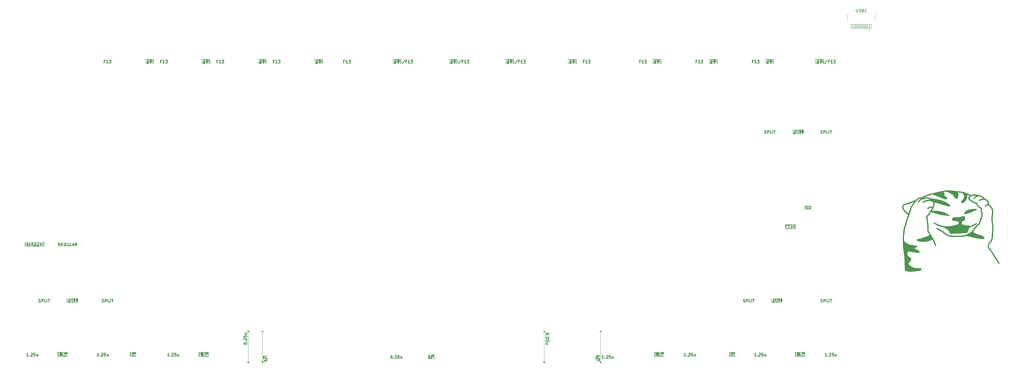
<source format=gbr>
%TF.GenerationSoftware,KiCad,Pcbnew,8.0.4*%
%TF.CreationDate,2024-07-23T18:50:18+08:00*%
%TF.ProjectId,X88C,58383843-2e6b-4696-9361-645f70636258,rev?*%
%TF.SameCoordinates,Original*%
%TF.FileFunction,Legend,Top*%
%TF.FilePolarity,Positive*%
%FSLAX46Y46*%
G04 Gerber Fmt 4.6, Leading zero omitted, Abs format (unit mm)*
G04 Created by KiCad (PCBNEW 8.0.4) date 2024-07-23 18:50:18*
%MOMM*%
%LPD*%
G01*
G04 APERTURE LIST*
G04 Aperture macros list*
%AMRoundRect*
0 Rectangle with rounded corners*
0 $1 Rounding radius*
0 $2 $3 $4 $5 $6 $7 $8 $9 X,Y pos of 4 corners*
0 Add a 4 corners polygon primitive as box body*
4,1,4,$2,$3,$4,$5,$6,$7,$8,$9,$2,$3,0*
0 Add four circle primitives for the rounded corners*
1,1,$1+$1,$2,$3*
1,1,$1+$1,$4,$5*
1,1,$1+$1,$6,$7*
1,1,$1+$1,$8,$9*
0 Add four rect primitives between the rounded corners*
20,1,$1+$1,$2,$3,$4,$5,0*
20,1,$1+$1,$4,$5,$6,$7,0*
20,1,$1+$1,$6,$7,$8,$9,0*
20,1,$1+$1,$8,$9,$2,$3,0*%
G04 Aperture macros list end*
%ADD10C,0.120000*%
%ADD11C,0.000000*%
%ADD12C,0.250000*%
%ADD13C,0.150000*%
%ADD14C,1.852000*%
%ADD15C,4.089800*%
%ADD16C,3.150000*%
%ADD17C,0.752000*%
%ADD18RoundRect,0.051000X0.300000X0.725000X-0.300000X0.725000X-0.300000X-0.725000X0.300000X-0.725000X0*%
%ADD19RoundRect,0.051000X0.150000X0.725000X-0.150000X0.725000X-0.150000X-0.725000X0.150000X-0.725000X0*%
%ADD20O,1.102000X2.202000*%
%ADD21O,1.102000X1.702000*%
%ADD22C,1.092600*%
G04 APERTURE END LIST*
D10*
X190500000Y-104997500D02*
X190500000Y-94059375D01*
X71437500Y-104997500D02*
X71040625Y-104600625D01*
X71834375Y-104600625D01*
X71437500Y-104997500D01*
G36*
X71437500Y-104997500D02*
G01*
X71040625Y-104600625D01*
X71834375Y-104600625D01*
X71437500Y-104997500D01*
G37*
X76200000Y-104997500D02*
X75803125Y-104600625D01*
X76596875Y-104600625D01*
X76200000Y-104997500D01*
G36*
X76200000Y-104997500D02*
G01*
X75803125Y-104600625D01*
X76596875Y-104600625D01*
X76200000Y-104997500D01*
G37*
X171846875Y-94456250D02*
X171053125Y-94456250D01*
X171450000Y-94059375D01*
X171846875Y-94456250D01*
G36*
X171846875Y-94456250D02*
G01*
X171053125Y-94456250D01*
X171450000Y-94059375D01*
X171846875Y-94456250D01*
G37*
X71834375Y-94456250D02*
X71040625Y-94456250D01*
X71437500Y-94059375D01*
X71834375Y-94456250D01*
G36*
X71834375Y-94456250D02*
G01*
X71040625Y-94456250D01*
X71437500Y-94059375D01*
X71834375Y-94456250D01*
G37*
X76200000Y-104997500D02*
X76200000Y-94059375D01*
X190500000Y-104997500D02*
X190103125Y-104600625D01*
X190896875Y-104600625D01*
X190500000Y-104997500D01*
G36*
X190500000Y-104997500D02*
G01*
X190103125Y-104600625D01*
X190896875Y-104600625D01*
X190500000Y-104997500D01*
G37*
X190896875Y-94456250D02*
X190103125Y-94456250D01*
X190500000Y-94059375D01*
X190896875Y-94456250D01*
G36*
X190896875Y-94456250D02*
G01*
X190103125Y-94456250D01*
X190500000Y-94059375D01*
X190896875Y-94456250D01*
G37*
X171450000Y-104997500D02*
X171053125Y-104600625D01*
X171846875Y-104600625D01*
X171450000Y-104997500D01*
G36*
X171450000Y-104997500D02*
G01*
X171053125Y-104600625D01*
X171846875Y-104600625D01*
X171450000Y-104997500D01*
G37*
D11*
G36*
X308344890Y-46546451D02*
G01*
X308883530Y-46575631D01*
X309446248Y-46618633D01*
X310020036Y-46671718D01*
X310591884Y-46731147D01*
X311677728Y-46854079D01*
X312102334Y-46902944D01*
X312297838Y-46925237D01*
X312481399Y-46944963D01*
X312727124Y-46978956D01*
X312975083Y-47026327D01*
X313223464Y-47085315D01*
X313470455Y-47154154D01*
X313714244Y-47231081D01*
X313953019Y-47314332D01*
X314184967Y-47402143D01*
X314408277Y-47492750D01*
X314621137Y-47584390D01*
X314821734Y-47675299D01*
X315178891Y-47847866D01*
X315465253Y-47996343D01*
X315666322Y-48106616D01*
X315753658Y-48065258D01*
X315845917Y-48029126D01*
X315942637Y-47997976D01*
X316043355Y-47971560D01*
X316147608Y-47949635D01*
X316254933Y-47931955D01*
X316476952Y-47908346D01*
X316705709Y-47898772D01*
X316937505Y-47901269D01*
X317168638Y-47913873D01*
X317395407Y-47934621D01*
X317614112Y-47961550D01*
X317821051Y-47992697D01*
X318184828Y-48059792D01*
X318457132Y-48120198D01*
X318608355Y-48158210D01*
X318608728Y-48158573D01*
X318609100Y-48158917D01*
X318609472Y-48159240D01*
X318609845Y-48159544D01*
X318610217Y-48159826D01*
X318610589Y-48160087D01*
X318610962Y-48160326D01*
X318611334Y-48160542D01*
X318611706Y-48160735D01*
X318612078Y-48160904D01*
X318612450Y-48161049D01*
X318612822Y-48161168D01*
X318613194Y-48161263D01*
X318613566Y-48161330D01*
X318613939Y-48161372D01*
X318614311Y-48161385D01*
X318699648Y-48178386D01*
X318784938Y-48199664D01*
X318870045Y-48224943D01*
X318954834Y-48253950D01*
X319039169Y-48286411D01*
X319122915Y-48322050D01*
X319205937Y-48360594D01*
X319288098Y-48401768D01*
X319369263Y-48445297D01*
X319449297Y-48490908D01*
X319605428Y-48587276D01*
X319755407Y-48688676D01*
X319898150Y-48792913D01*
X320032573Y-48897792D01*
X320157591Y-49001117D01*
X320272120Y-49100694D01*
X320375075Y-49194327D01*
X320541931Y-49354981D01*
X320649482Y-49465517D01*
X320745111Y-49496189D01*
X320835925Y-49531672D01*
X320922047Y-49571659D01*
X321003601Y-49615845D01*
X321080712Y-49663922D01*
X321153502Y-49715587D01*
X321222096Y-49770532D01*
X321286617Y-49828452D01*
X321347190Y-49889042D01*
X321403938Y-49951994D01*
X321456985Y-50017004D01*
X321506456Y-50083765D01*
X321552472Y-50151971D01*
X321595160Y-50221318D01*
X321671041Y-50362206D01*
X321735091Y-50503982D01*
X321788299Y-50644200D01*
X321831657Y-50780413D01*
X321866154Y-50910172D01*
X321892783Y-51031033D01*
X321912533Y-51140547D01*
X321935359Y-51315748D01*
X322012084Y-51369067D01*
X322087403Y-51427453D01*
X322161200Y-51490355D01*
X322233363Y-51557221D01*
X322303777Y-51627502D01*
X322372329Y-51700645D01*
X322438903Y-51776100D01*
X322503387Y-51853315D01*
X322565667Y-51931739D01*
X322625628Y-52010822D01*
X322683156Y-52090011D01*
X322738138Y-52168756D01*
X322840008Y-52322710D01*
X322930324Y-52468273D01*
X322968594Y-52536839D01*
X323003837Y-52609246D01*
X323065581Y-52764607D01*
X323116231Y-52932402D01*
X323156463Y-53110677D01*
X323186954Y-53297477D01*
X323208380Y-53490848D01*
X323221417Y-53688834D01*
X323226741Y-53889482D01*
X323225029Y-54090837D01*
X323216955Y-54290945D01*
X323203198Y-54487850D01*
X323184431Y-54679598D01*
X323161333Y-54864236D01*
X323134578Y-55039807D01*
X323104844Y-55204359D01*
X323072805Y-55355936D01*
X323045255Y-55513278D01*
X323027876Y-55690863D01*
X323019677Y-55885474D01*
X323019666Y-56093894D01*
X323026853Y-56312906D01*
X323040245Y-56539294D01*
X323081684Y-57001330D01*
X323136051Y-57454269D01*
X323195419Y-57872377D01*
X323297434Y-58501170D01*
X323312515Y-58598405D01*
X323331225Y-58915525D01*
X323331224Y-59504954D01*
X323306900Y-60280995D01*
X323252637Y-61157950D01*
X323212525Y-61607491D01*
X323162823Y-62050124D01*
X323102830Y-62475137D01*
X323031845Y-62871818D01*
X322949164Y-63229455D01*
X322854087Y-63537335D01*
X322745913Y-63784748D01*
X322686694Y-63882431D01*
X322623938Y-63960979D01*
X322514004Y-64082082D01*
X322405894Y-64208249D01*
X322301303Y-64338720D01*
X322201924Y-64472736D01*
X322109451Y-64609539D01*
X322025579Y-64748367D01*
X321952002Y-64888464D01*
X321890414Y-65029068D01*
X321864645Y-65099324D01*
X321842509Y-65169421D01*
X321824216Y-65239267D01*
X321809980Y-65308764D01*
X321800012Y-65377820D01*
X321794523Y-65446337D01*
X321793725Y-65514223D01*
X321797831Y-65581382D01*
X321807051Y-65647718D01*
X321821598Y-65713138D01*
X321841683Y-65777546D01*
X321867518Y-65840846D01*
X321899315Y-65902946D01*
X321937285Y-65963748D01*
X321981641Y-66023160D01*
X322032594Y-66081084D01*
X322187139Y-66260923D01*
X322377046Y-66509025D01*
X322838629Y-67167114D01*
X323368720Y-67969539D01*
X323918694Y-68830486D01*
X324883789Y-70384691D01*
X325344915Y-71143225D01*
X325350333Y-71152696D01*
X325355205Y-71162343D01*
X325359535Y-71172148D01*
X325363328Y-71182091D01*
X325366589Y-71192155D01*
X325369324Y-71202320D01*
X325371535Y-71212568D01*
X325373230Y-71222879D01*
X325374411Y-71233234D01*
X325375085Y-71243616D01*
X325375255Y-71254005D01*
X325374927Y-71264382D01*
X325374106Y-71274729D01*
X325372795Y-71285026D01*
X325371001Y-71295255D01*
X325368727Y-71305397D01*
X325365980Y-71315434D01*
X325362762Y-71325345D01*
X325359080Y-71335113D01*
X325354937Y-71344719D01*
X325350340Y-71354144D01*
X325345292Y-71363369D01*
X325339799Y-71372375D01*
X325333864Y-71381144D01*
X325327494Y-71389656D01*
X325320692Y-71397894D01*
X325313464Y-71405837D01*
X325305815Y-71413467D01*
X325297748Y-71420765D01*
X325289270Y-71427713D01*
X325280384Y-71434292D01*
X325271096Y-71440483D01*
X325264778Y-71444288D01*
X325258332Y-71447819D01*
X325251773Y-71451078D01*
X325245113Y-71454071D01*
X325238364Y-71456801D01*
X325231540Y-71459272D01*
X325224653Y-71461488D01*
X325217716Y-71463454D01*
X325210742Y-71465173D01*
X325203743Y-71466650D01*
X325196733Y-71467888D01*
X325189724Y-71468892D01*
X325182729Y-71469666D01*
X325175761Y-71470214D01*
X325168832Y-71470540D01*
X325161956Y-71470647D01*
X325148343Y-71470221D01*
X325134770Y-71468948D01*
X325121288Y-71466838D01*
X325107946Y-71463900D01*
X325094795Y-71460144D01*
X325081884Y-71455578D01*
X325069264Y-71450213D01*
X325056985Y-71444056D01*
X325045097Y-71437119D01*
X325033649Y-71429409D01*
X325028106Y-71425268D01*
X325022691Y-71420937D01*
X325017412Y-71416418D01*
X325012275Y-71411711D01*
X325007285Y-71406819D01*
X325002449Y-71401741D01*
X324997773Y-71396480D01*
X324993264Y-71391037D01*
X324988927Y-71385412D01*
X324984769Y-71379607D01*
X324980796Y-71373623D01*
X324977015Y-71367461D01*
X324555136Y-70672290D01*
X323598965Y-69129729D01*
X323048559Y-68265327D01*
X322518225Y-67458656D01*
X322059181Y-66799576D01*
X321872397Y-66553464D01*
X321722640Y-66377946D01*
X321665942Y-66314798D01*
X321614159Y-66249942D01*
X321567287Y-66183412D01*
X321525317Y-66115241D01*
X321488244Y-66045461D01*
X321456061Y-65974104D01*
X321428761Y-65901204D01*
X321406338Y-65826793D01*
X321388784Y-65750903D01*
X321376095Y-65673568D01*
X321368262Y-65594819D01*
X321365279Y-65514690D01*
X321367140Y-65433213D01*
X321373837Y-65350421D01*
X321385366Y-65266346D01*
X321401717Y-65181022D01*
X321422887Y-65094480D01*
X321448866Y-65006753D01*
X321479650Y-64917874D01*
X321515230Y-64827875D01*
X321600758Y-64644650D01*
X321705395Y-64457339D01*
X321829089Y-64266203D01*
X321971787Y-64071502D01*
X322133436Y-63873497D01*
X322313984Y-63672451D01*
X322360215Y-63612487D01*
X322404486Y-63534023D01*
X322487207Y-63326508D01*
X322562264Y-63059733D01*
X322629772Y-62743528D01*
X322689848Y-62387721D01*
X322742608Y-62002139D01*
X322826646Y-61180969D01*
X322882816Y-60358646D01*
X322912049Y-59613797D01*
X322915274Y-59025050D01*
X322907424Y-58813786D01*
X322893421Y-58671033D01*
X322875163Y-58573798D01*
X322808095Y-58162059D01*
X322742161Y-57722829D01*
X322682478Y-57269581D01*
X322634162Y-56815790D01*
X322602328Y-56374927D01*
X322594191Y-56163555D01*
X322592093Y-55960468D01*
X322596674Y-55767351D01*
X322608573Y-55585886D01*
X322628430Y-55417759D01*
X322656883Y-55264654D01*
X322691733Y-55099411D01*
X322722170Y-54927785D01*
X322747976Y-54751273D01*
X322768933Y-54571369D01*
X322784822Y-54389570D01*
X322795426Y-54207372D01*
X322800527Y-54026270D01*
X322799907Y-53847761D01*
X322793347Y-53673339D01*
X322780631Y-53504502D01*
X322761539Y-53342744D01*
X322735854Y-53189562D01*
X322703358Y-53046451D01*
X322663832Y-52914908D01*
X322617060Y-52796428D01*
X322590888Y-52742554D01*
X322562822Y-52692507D01*
X322489988Y-52574029D01*
X322413946Y-52457010D01*
X322335188Y-52342558D01*
X322254209Y-52231778D01*
X322171503Y-52125777D01*
X322087562Y-52025661D01*
X322002880Y-51932537D01*
X321917951Y-51847510D01*
X321833269Y-51771688D01*
X321791175Y-51737573D01*
X321749327Y-51706175D01*
X321707788Y-51677631D01*
X321666618Y-51652080D01*
X321625881Y-51629659D01*
X321585637Y-51610508D01*
X321545948Y-51594763D01*
X321506876Y-51582565D01*
X321468483Y-51574050D01*
X321430830Y-51569357D01*
X321393979Y-51568625D01*
X321357991Y-51571992D01*
X321322929Y-51579596D01*
X321288854Y-51591576D01*
X321247456Y-51610017D01*
X321207992Y-51628338D01*
X321170420Y-51646509D01*
X321134701Y-51664499D01*
X321100794Y-51682279D01*
X321068658Y-51699819D01*
X321038252Y-51717089D01*
X321009537Y-51734060D01*
X320982470Y-51750701D01*
X320957013Y-51766982D01*
X320933123Y-51782874D01*
X320910761Y-51798347D01*
X320889886Y-51813370D01*
X320870456Y-51827915D01*
X320852433Y-51841951D01*
X320835774Y-51855448D01*
X320820440Y-51868376D01*
X320806389Y-51880707D01*
X320781977Y-51903452D01*
X320762211Y-51923445D01*
X320746769Y-51940447D01*
X320735323Y-51954220D01*
X320727550Y-51964523D01*
X320723125Y-51971118D01*
X320721722Y-51973766D01*
X320715828Y-51982956D01*
X320709542Y-51991768D01*
X320702885Y-52000198D01*
X320695873Y-52008240D01*
X320688525Y-52015890D01*
X320680860Y-52023143D01*
X320672897Y-52029993D01*
X320664652Y-52036436D01*
X320656145Y-52042465D01*
X320647395Y-52048077D01*
X320638419Y-52053266D01*
X320629236Y-52058027D01*
X320619865Y-52062354D01*
X320610323Y-52066244D01*
X320600629Y-52069690D01*
X320590802Y-52072688D01*
X320580860Y-52075232D01*
X320570821Y-52077318D01*
X320560703Y-52078940D01*
X320550526Y-52080093D01*
X320540307Y-52080773D01*
X320530065Y-52080974D01*
X320519818Y-52080690D01*
X320509585Y-52079918D01*
X320499384Y-52078652D01*
X320489233Y-52076886D01*
X320479151Y-52074616D01*
X320469156Y-52071836D01*
X320459266Y-52068542D01*
X320449501Y-52064729D01*
X320439877Y-52060390D01*
X320430415Y-52055522D01*
X320421209Y-52050187D01*
X320412346Y-52044461D01*
X320403834Y-52038362D01*
X320395680Y-52031905D01*
X320387889Y-52025108D01*
X320380469Y-52017986D01*
X320373426Y-52010557D01*
X320366767Y-52002837D01*
X320360499Y-51994843D01*
X320354628Y-51986591D01*
X320349161Y-51978097D01*
X320344105Y-51969379D01*
X320339467Y-51960452D01*
X320335252Y-51951335D01*
X320331468Y-51942042D01*
X320328122Y-51932590D01*
X320325219Y-51922997D01*
X320322768Y-51913279D01*
X320320774Y-51903452D01*
X320319245Y-51893532D01*
X320318186Y-51883538D01*
X320317605Y-51873484D01*
X320317508Y-51863387D01*
X320317902Y-51853265D01*
X320318793Y-51843134D01*
X320320189Y-51833009D01*
X320322096Y-51822909D01*
X320324521Y-51812849D01*
X320327470Y-51802846D01*
X320330950Y-51792916D01*
X320334968Y-51783077D01*
X320339530Y-51773344D01*
X320356501Y-51744220D01*
X320389271Y-51697367D01*
X320412704Y-51668147D01*
X320441435Y-51635520D01*
X320475913Y-51599828D01*
X320516588Y-51561413D01*
X320563909Y-51520616D01*
X320618325Y-51477781D01*
X320680286Y-51433247D01*
X320750242Y-51387358D01*
X320828641Y-51340455D01*
X320915933Y-51292880D01*
X321012568Y-51244975D01*
X321118994Y-51197082D01*
X321141729Y-51187865D01*
X321164393Y-51179547D01*
X321186993Y-51172107D01*
X321209532Y-51165524D01*
X321232015Y-51159775D01*
X321254448Y-51154840D01*
X321276833Y-51150696D01*
X321299177Y-51147323D01*
X321321483Y-51144699D01*
X321343757Y-51142802D01*
X321366003Y-51141611D01*
X321388226Y-51141104D01*
X321410430Y-51141259D01*
X321432620Y-51142056D01*
X321454801Y-51143473D01*
X321476977Y-51145488D01*
X321460252Y-51064402D01*
X321439417Y-50977775D01*
X321414053Y-50886822D01*
X321383742Y-50792753D01*
X321348067Y-50696782D01*
X321306608Y-50600121D01*
X321258949Y-50503984D01*
X321204671Y-50409582D01*
X321174919Y-50363412D01*
X321143356Y-50318130D01*
X321109929Y-50273888D01*
X321074586Y-50230838D01*
X321037275Y-50189132D01*
X320997944Y-50148921D01*
X320956540Y-50110357D01*
X320913010Y-50073591D01*
X320867304Y-50038774D01*
X320819368Y-50006060D01*
X320769151Y-49975598D01*
X320716599Y-49947541D01*
X320661662Y-49922040D01*
X320604286Y-49899247D01*
X320544419Y-49879314D01*
X320482009Y-49862391D01*
X320385844Y-49841229D01*
X320291333Y-49824178D01*
X320198565Y-49811012D01*
X320107632Y-49801509D01*
X320018624Y-49795442D01*
X319931632Y-49792589D01*
X319846746Y-49792724D01*
X319764057Y-49795623D01*
X319683656Y-49801062D01*
X319605633Y-49808817D01*
X319530079Y-49818663D01*
X319457085Y-49830377D01*
X319386740Y-49843733D01*
X319319137Y-49858507D01*
X319254364Y-49874475D01*
X319192514Y-49891413D01*
X319077942Y-49927300D01*
X318976146Y-49964373D01*
X318887849Y-50000839D01*
X318813778Y-50034902D01*
X318754657Y-50064767D01*
X318711212Y-50088640D01*
X318674246Y-50111232D01*
X318664739Y-50116920D01*
X318655057Y-50122083D01*
X318645219Y-50126722D01*
X318635242Y-50130842D01*
X318625146Y-50134447D01*
X318614947Y-50137540D01*
X318604665Y-50140126D01*
X318594318Y-50142207D01*
X318583924Y-50143787D01*
X318573501Y-50144871D01*
X318563067Y-50145461D01*
X318552641Y-50145562D01*
X318542241Y-50145178D01*
X318531885Y-50144311D01*
X318521591Y-50142966D01*
X318511378Y-50141146D01*
X318501263Y-50138856D01*
X318491266Y-50136098D01*
X318481404Y-50132877D01*
X318471696Y-50129196D01*
X318462159Y-50125059D01*
X318452812Y-50120469D01*
X318443674Y-50115431D01*
X318434762Y-50109948D01*
X318426095Y-50104024D01*
X318417691Y-50097662D01*
X318409568Y-50090866D01*
X318401745Y-50083641D01*
X318394239Y-50075988D01*
X318387069Y-50067913D01*
X318380254Y-50059419D01*
X318373811Y-50050510D01*
X318368122Y-50041038D01*
X318362960Y-50031388D01*
X318358321Y-50021578D01*
X318354201Y-50011627D01*
X318350596Y-50001555D01*
X318347503Y-49991380D01*
X318344918Y-49981122D01*
X318342837Y-49970800D01*
X318341256Y-49960432D01*
X318340173Y-49950038D01*
X318339582Y-49939637D01*
X318339481Y-49929248D01*
X318339866Y-49918889D01*
X318340733Y-49908580D01*
X318342078Y-49898340D01*
X318343897Y-49888188D01*
X318346188Y-49878143D01*
X318348946Y-49868224D01*
X318352167Y-49858450D01*
X318355848Y-49848840D01*
X318359985Y-49839413D01*
X318364574Y-49830189D01*
X318369612Y-49821185D01*
X318375095Y-49812422D01*
X318381020Y-49803918D01*
X318387381Y-49795693D01*
X318394177Y-49787765D01*
X318401403Y-49780153D01*
X318409055Y-49772876D01*
X318417130Y-49765955D01*
X318425624Y-49759406D01*
X318434533Y-49753250D01*
X318471474Y-49729909D01*
X318557267Y-49681782D01*
X318688751Y-49617610D01*
X318770638Y-49582238D01*
X318862762Y-49546132D01*
X318964727Y-49510383D01*
X319076138Y-49476085D01*
X319196600Y-49444330D01*
X319325716Y-49416211D01*
X319463093Y-49392819D01*
X319608335Y-49375246D01*
X319761045Y-49364587D01*
X319920830Y-49361932D01*
X319818645Y-49276235D01*
X319711534Y-49190468D01*
X319600192Y-49105777D01*
X319485310Y-49023311D01*
X319367582Y-48944216D01*
X319247700Y-48869641D01*
X319126358Y-48800733D01*
X319004249Y-48738640D01*
X318882065Y-48684509D01*
X318760500Y-48639487D01*
X318640246Y-48604724D01*
X318580828Y-48591547D01*
X318521997Y-48581365D01*
X318463841Y-48574322D01*
X318406445Y-48570560D01*
X318349897Y-48570223D01*
X318294284Y-48573454D01*
X318239691Y-48580398D01*
X318186206Y-48591197D01*
X318133915Y-48605995D01*
X318082904Y-48624935D01*
X317995112Y-48662598D01*
X317912530Y-48698807D01*
X317835000Y-48733583D01*
X317762363Y-48766950D01*
X317694459Y-48798930D01*
X317631130Y-48829544D01*
X317572217Y-48858816D01*
X317517561Y-48886767D01*
X317467003Y-48913420D01*
X317420384Y-48938797D01*
X317377545Y-48962921D01*
X317338327Y-48985813D01*
X317302572Y-49007496D01*
X317270120Y-49027993D01*
X317240812Y-49047325D01*
X317214490Y-49065516D01*
X317190995Y-49082587D01*
X317170167Y-49098560D01*
X317151848Y-49113458D01*
X317135879Y-49127304D01*
X317122101Y-49140119D01*
X317110354Y-49151925D01*
X317100481Y-49162746D01*
X317092321Y-49172604D01*
X317085717Y-49181520D01*
X317080509Y-49189518D01*
X317076538Y-49196618D01*
X317073646Y-49202845D01*
X317071673Y-49208219D01*
X317070460Y-49212764D01*
X317069681Y-49219454D01*
X317069398Y-49230512D01*
X317068560Y-49241429D01*
X317067180Y-49252191D01*
X317065272Y-49262784D01*
X317062850Y-49273193D01*
X317059928Y-49283406D01*
X317056520Y-49293409D01*
X317052640Y-49303188D01*
X317048302Y-49312729D01*
X317043519Y-49322018D01*
X317038307Y-49331043D01*
X317032678Y-49339788D01*
X317026647Y-49348240D01*
X317020228Y-49356387D01*
X317013434Y-49364212D01*
X317006280Y-49371704D01*
X316998779Y-49378849D01*
X316990946Y-49385632D01*
X316982794Y-49392040D01*
X316974337Y-49398059D01*
X316965590Y-49403675D01*
X316956566Y-49408875D01*
X316947279Y-49413645D01*
X316937744Y-49417971D01*
X316927974Y-49421840D01*
X316917982Y-49425238D01*
X316907784Y-49428150D01*
X316897393Y-49430564D01*
X316886823Y-49432465D01*
X316876087Y-49433840D01*
X316865201Y-49434675D01*
X316854177Y-49434956D01*
X316842874Y-49434674D01*
X316831744Y-49433836D01*
X316820798Y-49432455D01*
X316810049Y-49430547D01*
X316799510Y-49428125D01*
X316789192Y-49425204D01*
X316779108Y-49421796D01*
X316769270Y-49417916D01*
X316759690Y-49413578D01*
X316750381Y-49408795D01*
X316741354Y-49403583D01*
X316732621Y-49397954D01*
X316724196Y-49391923D01*
X316716090Y-49385504D01*
X316708315Y-49378710D01*
X316700884Y-49371556D01*
X316693808Y-49364055D01*
X316687101Y-49356222D01*
X316680774Y-49348070D01*
X316674839Y-49339614D01*
X316669309Y-49330867D01*
X316664195Y-49321843D01*
X316659511Y-49312556D01*
X316655268Y-49303021D01*
X316651478Y-49293250D01*
X316648154Y-49283259D01*
X316645308Y-49273061D01*
X316642952Y-49262670D01*
X316641099Y-49252099D01*
X316639760Y-49241364D01*
X316638947Y-49230478D01*
X316638674Y-49219454D01*
X316640593Y-49172066D01*
X316646789Y-49125280D01*
X316657920Y-49078843D01*
X316674647Y-49032501D01*
X316697626Y-48986001D01*
X316727517Y-48939089D01*
X316764979Y-48891513D01*
X316810670Y-48843018D01*
X316865248Y-48793351D01*
X316929373Y-48742258D01*
X317003704Y-48689486D01*
X317088898Y-48634782D01*
X317185614Y-48577892D01*
X317294512Y-48518563D01*
X317416250Y-48456541D01*
X317551486Y-48391572D01*
X317304264Y-48362186D01*
X317178825Y-48350571D01*
X317053135Y-48341405D01*
X316927919Y-48334987D01*
X316803904Y-48331618D01*
X316681814Y-48331594D01*
X316562374Y-48335216D01*
X316446312Y-48342782D01*
X316334351Y-48354590D01*
X316227218Y-48370940D01*
X316125639Y-48392130D01*
X316030337Y-48418460D01*
X315942041Y-48450227D01*
X315861474Y-48487732D01*
X315824315Y-48508729D01*
X315789362Y-48531272D01*
X315623164Y-48650124D01*
X315521701Y-48726400D01*
X315470031Y-48767070D01*
X315419127Y-48808787D01*
X315370032Y-48851072D01*
X315323789Y-48893444D01*
X315281443Y-48935423D01*
X315244036Y-48976529D01*
X315227512Y-48996604D01*
X315212613Y-49016281D01*
X315199472Y-49035500D01*
X315188217Y-49054200D01*
X315178980Y-49072322D01*
X315171891Y-49089805D01*
X315167081Y-49106590D01*
X315164679Y-49122616D01*
X315164940Y-49135019D01*
X315166917Y-49148265D01*
X315170614Y-49162349D01*
X315176034Y-49177267D01*
X315183182Y-49193015D01*
X315192062Y-49209590D01*
X315202677Y-49226986D01*
X315215033Y-49245201D01*
X315229133Y-49264229D01*
X315244981Y-49284067D01*
X315262581Y-49304711D01*
X315281938Y-49326157D01*
X315303055Y-49348400D01*
X315325936Y-49371437D01*
X315350586Y-49395264D01*
X315377008Y-49419875D01*
X315506735Y-49535838D01*
X315640493Y-49651082D01*
X315777334Y-49764674D01*
X315916311Y-49875681D01*
X316056480Y-49983168D01*
X316196893Y-50086205D01*
X316336603Y-50183857D01*
X316474665Y-50275191D01*
X316610131Y-50359275D01*
X316742056Y-50435174D01*
X316869493Y-50501957D01*
X316991495Y-50558690D01*
X317107116Y-50604440D01*
X317215410Y-50638274D01*
X317266513Y-50650430D01*
X317315430Y-50659258D01*
X317362041Y-50664640D01*
X317406229Y-50666460D01*
X317495444Y-50666667D01*
X317534846Y-50667159D01*
X317571068Y-50668116D01*
X317604328Y-50669694D01*
X317634843Y-50672048D01*
X317662830Y-50675334D01*
X317675943Y-50677374D01*
X317688506Y-50679706D01*
X317700546Y-50682348D01*
X317712090Y-50685320D01*
X317723165Y-50688641D01*
X317733798Y-50692331D01*
X317744017Y-50696409D01*
X317753848Y-50700894D01*
X317763319Y-50705806D01*
X317772458Y-50711164D01*
X317781290Y-50716989D01*
X317789844Y-50723298D01*
X317798146Y-50730111D01*
X317806224Y-50737449D01*
X317814105Y-50745330D01*
X317821817Y-50753773D01*
X317829385Y-50762799D01*
X317836838Y-50772426D01*
X317843376Y-50781557D01*
X317849315Y-50790710D01*
X317854677Y-50799872D01*
X317859485Y-50809031D01*
X317863764Y-50818174D01*
X317867536Y-50827287D01*
X317870825Y-50836359D01*
X317873654Y-50845376D01*
X317876047Y-50854326D01*
X317878026Y-50863195D01*
X317879615Y-50871972D01*
X317880838Y-50880642D01*
X317881717Y-50889194D01*
X317882276Y-50897615D01*
X317882528Y-50914011D01*
X317881780Y-50929727D01*
X317880219Y-50944663D01*
X317878031Y-50958715D01*
X317875403Y-50971781D01*
X317872521Y-50983758D01*
X317869573Y-50994545D01*
X317864221Y-51012138D01*
X317860933Y-51025469D01*
X317859000Y-51039327D01*
X317858371Y-51053682D01*
X317859001Y-51068506D01*
X317860840Y-51083773D01*
X317863841Y-51099453D01*
X317867954Y-51115520D01*
X317873133Y-51131944D01*
X317886493Y-51165756D01*
X317903534Y-51200666D01*
X317923871Y-51236450D01*
X317947120Y-51272885D01*
X317972893Y-51309748D01*
X318000807Y-51346815D01*
X318030475Y-51383864D01*
X318061512Y-51420671D01*
X318093533Y-51457013D01*
X318126153Y-51492667D01*
X318191644Y-51561016D01*
X318263049Y-51631471D01*
X318332729Y-51698455D01*
X318400649Y-51762047D01*
X318466776Y-51822329D01*
X318531075Y-51879382D01*
X318593511Y-51933287D01*
X318654051Y-51984124D01*
X318712659Y-52031976D01*
X318769302Y-52076922D01*
X318823945Y-52119045D01*
X318927093Y-52195142D01*
X319021829Y-52260915D01*
X319107878Y-52317013D01*
X319184965Y-52364083D01*
X319252814Y-52402774D01*
X319311152Y-52433734D01*
X319359702Y-52457612D01*
X319398190Y-52475055D01*
X319426340Y-52486712D01*
X319450530Y-52495259D01*
X319461279Y-52499523D01*
X319471783Y-52504270D01*
X319482021Y-52509494D01*
X319491972Y-52515184D01*
X319501613Y-52521332D01*
X319510923Y-52527929D01*
X319519881Y-52534968D01*
X319528465Y-52542438D01*
X319536654Y-52550331D01*
X319544426Y-52558639D01*
X319551760Y-52567353D01*
X319558634Y-52576464D01*
X319565026Y-52585963D01*
X319570916Y-52595841D01*
X319576281Y-52606091D01*
X319581101Y-52616703D01*
X319585355Y-52627559D01*
X319589038Y-52638533D01*
X319592144Y-52649604D01*
X319594668Y-52660750D01*
X319596607Y-52671949D01*
X319597955Y-52683180D01*
X319598708Y-52694422D01*
X319598860Y-52705652D01*
X319598409Y-52716851D01*
X319597347Y-52727994D01*
X319595672Y-52739063D01*
X319593379Y-52750034D01*
X319590462Y-52760887D01*
X319586917Y-52771600D01*
X319582740Y-52782151D01*
X319577926Y-52792518D01*
X319555739Y-52841753D01*
X319531765Y-52899935D01*
X319506936Y-52965838D01*
X319482181Y-53038234D01*
X319458431Y-53115894D01*
X319436615Y-53197592D01*
X319417664Y-53282098D01*
X319402508Y-53368186D01*
X319392078Y-53454627D01*
X319387303Y-53540194D01*
X319389114Y-53623659D01*
X319392779Y-53664219D01*
X319398440Y-53703794D01*
X319406213Y-53742228D01*
X319416213Y-53779370D01*
X319428557Y-53815066D01*
X319443362Y-53849161D01*
X319460743Y-53881504D01*
X319480817Y-53911939D01*
X319503700Y-53940314D01*
X319529508Y-53966475D01*
X319561928Y-53999141D01*
X319591039Y-54035867D01*
X319616861Y-54076724D01*
X319639417Y-54121783D01*
X319658726Y-54171114D01*
X319674810Y-54224787D01*
X319687689Y-54282872D01*
X319697385Y-54345441D01*
X319703918Y-54412562D01*
X319707310Y-54484307D01*
X319707581Y-54560746D01*
X319704752Y-54641950D01*
X319698844Y-54727988D01*
X319689879Y-54818931D01*
X319677876Y-54914849D01*
X319662857Y-55015813D01*
X319625339Y-55218398D01*
X319576131Y-55440157D01*
X319516493Y-55676946D01*
X319447683Y-55924619D01*
X319370959Y-56179031D01*
X319287580Y-56436037D01*
X319198805Y-56691493D01*
X319105892Y-56941252D01*
X319010101Y-57181169D01*
X318912689Y-57407101D01*
X318814916Y-57614901D01*
X318718040Y-57800424D01*
X318623319Y-57959525D01*
X318532013Y-58088060D01*
X318488034Y-58139570D01*
X318445380Y-58181883D01*
X318404209Y-58214483D01*
X318364678Y-58236849D01*
X318335541Y-58252181D01*
X318301790Y-58274010D01*
X318221824Y-58335507D01*
X318127547Y-58418019D01*
X318021723Y-58518228D01*
X317907115Y-58632816D01*
X317786488Y-58758463D01*
X317538236Y-59029658D01*
X317299081Y-59305262D01*
X317091138Y-59558723D01*
X317005782Y-59668853D01*
X316936522Y-59763490D01*
X316886122Y-59839315D01*
X316857347Y-59893010D01*
X316845758Y-59923414D01*
X316830488Y-59956437D01*
X316811764Y-59991865D01*
X316789811Y-60029479D01*
X316764856Y-60069062D01*
X316737125Y-60110398D01*
X316706845Y-60153271D01*
X316674240Y-60197462D01*
X316602965Y-60288935D01*
X316525108Y-60383082D01*
X316442481Y-60478168D01*
X316356890Y-60572459D01*
X316506561Y-60681691D01*
X316695746Y-60810745D01*
X316920464Y-60951873D01*
X317044904Y-61024543D01*
X317176734Y-61097326D01*
X317315456Y-61169253D01*
X317460573Y-61239356D01*
X317611588Y-61306666D01*
X317768003Y-61370215D01*
X317929319Y-61429034D01*
X318095040Y-61482154D01*
X318264668Y-61528607D01*
X318437705Y-61567425D01*
X318611660Y-61605302D01*
X318784459Y-61649152D01*
X318954668Y-61698557D01*
X319120851Y-61753101D01*
X319281574Y-61812365D01*
X319435402Y-61875932D01*
X319580901Y-61943385D01*
X319650078Y-61978438D01*
X319716635Y-62014306D01*
X319780392Y-62050937D01*
X319841170Y-62088279D01*
X319898789Y-62126279D01*
X319953070Y-62164885D01*
X320003834Y-62204045D01*
X320050902Y-62243707D01*
X320094094Y-62283818D01*
X320133230Y-62324328D01*
X320168132Y-62365182D01*
X320198619Y-62406330D01*
X320224514Y-62447718D01*
X320245635Y-62489296D01*
X320261805Y-62531010D01*
X320272843Y-62572808D01*
X320278571Y-62614639D01*
X320278808Y-62656450D01*
X320277087Y-62674876D01*
X320273874Y-62695768D01*
X320268747Y-62718673D01*
X320261285Y-62743136D01*
X320251064Y-62768704D01*
X320237663Y-62794923D01*
X320220660Y-62821338D01*
X320210676Y-62834478D01*
X320199633Y-62847496D01*
X320187478Y-62860336D01*
X320174159Y-62872942D01*
X320159623Y-62885256D01*
X320143818Y-62897222D01*
X320126689Y-62908784D01*
X320108186Y-62919883D01*
X320088254Y-62930464D01*
X320066841Y-62940470D01*
X320043894Y-62949844D01*
X320019362Y-62958530D01*
X319993190Y-62966470D01*
X319965326Y-62973607D01*
X319935717Y-62979886D01*
X319904312Y-62985249D01*
X319871055Y-62989640D01*
X319835896Y-62993001D01*
X319827712Y-62993138D01*
X319818937Y-62993497D01*
X319799633Y-62994589D01*
X319778022Y-62995680D01*
X319766362Y-62996040D01*
X319754140Y-62996176D01*
X319349797Y-62978231D01*
X318738718Y-62924280D01*
X317988010Y-62834144D01*
X317164780Y-62707648D01*
X316746941Y-62630709D01*
X316336137Y-62544615D01*
X315940756Y-62449341D01*
X315569188Y-62344867D01*
X315229819Y-62231170D01*
X314931040Y-62108229D01*
X314681237Y-61976020D01*
X314577324Y-61906434D01*
X314488800Y-61834523D01*
X314352053Y-61896968D01*
X314213083Y-61956432D01*
X314072495Y-62012203D01*
X313930893Y-62063569D01*
X313788882Y-62109820D01*
X313647065Y-62150243D01*
X313576419Y-62168047D01*
X313506049Y-62184127D01*
X313436030Y-62198394D01*
X313366437Y-62210760D01*
X313146445Y-62240099D01*
X312882478Y-62266583D01*
X312581426Y-62289886D01*
X312250176Y-62309682D01*
X311895615Y-62325645D01*
X311524633Y-62337451D01*
X311144115Y-62344773D01*
X310760951Y-62347286D01*
X310428862Y-62345385D01*
X310104484Y-62339522D01*
X309792403Y-62329454D01*
X309497204Y-62314940D01*
X309223474Y-62295738D01*
X308975797Y-62271606D01*
X308758761Y-62242303D01*
X308663165Y-62225636D01*
X308576949Y-62207585D01*
X308418362Y-62169272D01*
X308264471Y-62127090D01*
X308115210Y-62081015D01*
X307970513Y-62031019D01*
X307830313Y-61977078D01*
X307694544Y-61919163D01*
X307563140Y-61857251D01*
X307436035Y-61791313D01*
X307313162Y-61721325D01*
X307194454Y-61647259D01*
X307079847Y-61569091D01*
X306969273Y-61486792D01*
X306862666Y-61400339D01*
X306759959Y-61309703D01*
X306661088Y-61214860D01*
X306565985Y-61115782D01*
X306489549Y-61042102D01*
X306387573Y-60959518D01*
X306263304Y-60869446D01*
X306119990Y-60773298D01*
X305789221Y-60568428D01*
X305421248Y-60356213D01*
X305042058Y-60147962D01*
X304677635Y-59954979D01*
X304097026Y-59660045D01*
X304087242Y-59654980D01*
X304077839Y-59649471D01*
X304068821Y-59643537D01*
X304060194Y-59637197D01*
X304051963Y-59630471D01*
X304044134Y-59623376D01*
X304036713Y-59615933D01*
X304029705Y-59608159D01*
X304023116Y-59600075D01*
X304016951Y-59591698D01*
X304011215Y-59583049D01*
X304005915Y-59574145D01*
X304001055Y-59565006D01*
X303996641Y-59555651D01*
X303992679Y-59546099D01*
X303989175Y-59536369D01*
X303986133Y-59526479D01*
X303983559Y-59516449D01*
X303981459Y-59506297D01*
X303979839Y-59496043D01*
X303978703Y-59485706D01*
X303978058Y-59475304D01*
X303977909Y-59464857D01*
X303978261Y-59454383D01*
X303979120Y-59443902D01*
X303980491Y-59433432D01*
X303982381Y-59422992D01*
X303984794Y-59412602D01*
X303987736Y-59402280D01*
X303991212Y-59392045D01*
X303995229Y-59381917D01*
X303999791Y-59371913D01*
X304004856Y-59362130D01*
X304010365Y-59352726D01*
X304016299Y-59343708D01*
X304022638Y-59335081D01*
X304029365Y-59326851D01*
X304036459Y-59319022D01*
X304043903Y-59311601D01*
X304051676Y-59304593D01*
X304059760Y-59298004D01*
X304068137Y-59291838D01*
X304076786Y-59286103D01*
X304085690Y-59280802D01*
X304094829Y-59275942D01*
X304104184Y-59271529D01*
X304113736Y-59267567D01*
X304123467Y-59264062D01*
X304133357Y-59261020D01*
X304143387Y-59258447D01*
X304153538Y-59256347D01*
X304163792Y-59254726D01*
X304174130Y-59253591D01*
X304184531Y-59252946D01*
X304194979Y-59252796D01*
X304205453Y-59253148D01*
X304215934Y-59254007D01*
X304226404Y-59255379D01*
X304236844Y-59257268D01*
X304247234Y-59259681D01*
X304257556Y-59262623D01*
X304267791Y-59266100D01*
X304277919Y-59270116D01*
X304287922Y-59274679D01*
X304722122Y-59492445D01*
X305086159Y-59682061D01*
X305498440Y-59905065D01*
X305921679Y-60146133D01*
X306125755Y-60268652D01*
X306318588Y-60389941D01*
X306495518Y-60508083D01*
X306651883Y-60621163D01*
X306783023Y-60727266D01*
X306884277Y-60824475D01*
X306967326Y-60911335D01*
X307053981Y-60994527D01*
X307144288Y-61074080D01*
X307238289Y-61150018D01*
X307336030Y-61222368D01*
X307437555Y-61291156D01*
X307542907Y-61356408D01*
X307652131Y-61418150D01*
X307765271Y-61476409D01*
X307882371Y-61531211D01*
X308003476Y-61582581D01*
X308128629Y-61630546D01*
X308257875Y-61675133D01*
X308391259Y-61716367D01*
X308528823Y-61754274D01*
X308670613Y-61788880D01*
X308846944Y-61821546D01*
X309064043Y-61849234D01*
X309598506Y-61890183D01*
X310229931Y-61912753D01*
X310914246Y-61917965D01*
X311607378Y-61906843D01*
X312265257Y-61880410D01*
X312843811Y-61839690D01*
X313298967Y-61785706D01*
X313455664Y-61754756D01*
X313615630Y-61713001D01*
X313777575Y-61661845D01*
X313940212Y-61602697D01*
X314102252Y-61536964D01*
X314262405Y-61466052D01*
X314419382Y-61391368D01*
X314571895Y-61314318D01*
X314718655Y-61236311D01*
X314858373Y-61158753D01*
X315111527Y-61010610D01*
X315321046Y-60881145D01*
X315476620Y-60781613D01*
X315496434Y-60768491D01*
X315514801Y-60756486D01*
X315547215Y-60735675D01*
X315573899Y-60718882D01*
X315594890Y-60705809D01*
X315606274Y-60698265D01*
X315618805Y-60689359D01*
X315647060Y-60667672D01*
X315679156Y-60641167D01*
X315714597Y-60610262D01*
X315752884Y-60575375D01*
X315793519Y-60536927D01*
X315836006Y-60495334D01*
X315879846Y-60451016D01*
X315972589Y-60355224D01*
X316066290Y-60254545D01*
X316157405Y-60152646D01*
X316242390Y-60053199D01*
X316281477Y-60005541D01*
X316317702Y-59959872D01*
X316350623Y-59916650D01*
X316379796Y-59876335D01*
X316404779Y-59839385D01*
X316425128Y-59806258D01*
X316440401Y-59777413D01*
X316450155Y-59753310D01*
X316481101Y-59686434D01*
X316535721Y-59596195D01*
X316611162Y-59486104D01*
X316704570Y-59359672D01*
X316813091Y-59220407D01*
X316933871Y-59071821D01*
X317064057Y-58917424D01*
X317200793Y-58760725D01*
X317341227Y-58605236D01*
X317482505Y-58454467D01*
X317621773Y-58311927D01*
X317756176Y-58181127D01*
X317882861Y-58065577D01*
X317998974Y-57968788D01*
X318101661Y-57894269D01*
X318147078Y-57866458D01*
X318188069Y-57845531D01*
X318234611Y-57792933D01*
X318292241Y-57703718D01*
X318359181Y-57581641D01*
X318433654Y-57430457D01*
X318598088Y-57055778D01*
X318771326Y-56609713D01*
X318939151Y-56122293D01*
X319016591Y-55872459D01*
X319087345Y-55623547D01*
X319149637Y-55379312D01*
X319201689Y-55143508D01*
X319241725Y-54919887D01*
X319267967Y-54712204D01*
X319270814Y-54680032D01*
X319273122Y-54649421D01*
X319274922Y-54620337D01*
X319276242Y-54592745D01*
X319277112Y-54566608D01*
X319277562Y-54541891D01*
X319277621Y-54518559D01*
X319277317Y-54496577D01*
X319276681Y-54475908D01*
X319275742Y-54456518D01*
X319274529Y-54438371D01*
X319273072Y-54421431D01*
X319271400Y-54405663D01*
X319269542Y-54391032D01*
X319267527Y-54377502D01*
X319265386Y-54365038D01*
X319263146Y-54353603D01*
X319260839Y-54343164D01*
X319258493Y-54333683D01*
X319256137Y-54325127D01*
X319253800Y-54317459D01*
X319251513Y-54310643D01*
X319249305Y-54304646D01*
X319247204Y-54299429D01*
X319243443Y-54291201D01*
X319240466Y-54285675D01*
X319237803Y-54281595D01*
X319198343Y-54243142D01*
X319162405Y-54202949D01*
X319129866Y-54161141D01*
X319100601Y-54117845D01*
X319074486Y-54073186D01*
X319051398Y-54027289D01*
X319031212Y-53980280D01*
X319013805Y-53932283D01*
X318999052Y-53883425D01*
X318986830Y-53833831D01*
X318977014Y-53783626D01*
X318969481Y-53732935D01*
X318960766Y-53630601D01*
X318959694Y-53527830D01*
X318965272Y-53425627D01*
X318976510Y-53324994D01*
X318992415Y-53226936D01*
X319011995Y-53132456D01*
X319034258Y-53042556D01*
X319058214Y-52958242D01*
X319107233Y-52810379D01*
X319008909Y-52757744D01*
X318893851Y-52689556D01*
X318762701Y-52604215D01*
X318616100Y-52500122D01*
X318537207Y-52440544D01*
X318454692Y-52375677D01*
X318368635Y-52305323D01*
X318279116Y-52229280D01*
X318186217Y-52147350D01*
X318090017Y-52059331D01*
X317990596Y-51965024D01*
X317888034Y-51864230D01*
X317825959Y-51800545D01*
X317769362Y-51739229D01*
X317718019Y-51680223D01*
X317671707Y-51623469D01*
X317630201Y-51568908D01*
X317593278Y-51516481D01*
X317560714Y-51466130D01*
X317532285Y-51417795D01*
X317507768Y-51371418D01*
X317486938Y-51326941D01*
X317469572Y-51284304D01*
X317455446Y-51243449D01*
X317444336Y-51204317D01*
X317436018Y-51166850D01*
X317430269Y-51130988D01*
X317426865Y-51096673D01*
X317405831Y-51096673D01*
X317332389Y-51093671D01*
X317256659Y-51084878D01*
X317178876Y-51070620D01*
X317099275Y-51051219D01*
X317018090Y-51027000D01*
X316935556Y-50998286D01*
X316851908Y-50965402D01*
X316767381Y-50928671D01*
X316596630Y-50844964D01*
X316425182Y-50749755D01*
X316254914Y-50645635D01*
X316087707Y-50535195D01*
X315925439Y-50421024D01*
X315769990Y-50305714D01*
X315623237Y-50191855D01*
X315487061Y-50082038D01*
X315253953Y-49884891D01*
X315085697Y-49734996D01*
X315020278Y-49673332D01*
X314987683Y-49640553D01*
X314955621Y-49606464D01*
X314924434Y-49571057D01*
X314894462Y-49534322D01*
X314866049Y-49496251D01*
X314839536Y-49456836D01*
X314815264Y-49416067D01*
X314793576Y-49373936D01*
X314774814Y-49330435D01*
X314759318Y-49285553D01*
X314752903Y-49262593D01*
X314747432Y-49239284D01*
X314742949Y-49215626D01*
X314739497Y-49191617D01*
X314737118Y-49167257D01*
X314735854Y-49142545D01*
X314735750Y-49117479D01*
X314736846Y-49092058D01*
X314742182Y-49045779D01*
X314751459Y-49000192D01*
X314764627Y-48955198D01*
X314781637Y-48910699D01*
X314802441Y-48866594D01*
X314826987Y-48822786D01*
X314855228Y-48779176D01*
X314887113Y-48735664D01*
X314922593Y-48692153D01*
X314961619Y-48648542D01*
X315004141Y-48604734D01*
X315050111Y-48560630D01*
X315099477Y-48516130D01*
X315152192Y-48471136D01*
X315208205Y-48425549D01*
X315267468Y-48379270D01*
X315112096Y-48298159D01*
X314930271Y-48206928D01*
X314725155Y-48107808D01*
X314499910Y-48003033D01*
X314513319Y-48166042D01*
X314516703Y-48254873D01*
X314517292Y-48348129D01*
X314514651Y-48445463D01*
X314508344Y-48546530D01*
X314497937Y-48650986D01*
X314482993Y-48758485D01*
X314463078Y-48868681D01*
X314437755Y-48981229D01*
X314406590Y-49095785D01*
X314369146Y-49212001D01*
X314324989Y-49329534D01*
X314273684Y-49448038D01*
X314214793Y-49567168D01*
X314147883Y-49686577D01*
X314068595Y-49814384D01*
X313985862Y-49936933D01*
X313900213Y-50053811D01*
X313812176Y-50164607D01*
X313722279Y-50268907D01*
X313631049Y-50366300D01*
X313539015Y-50456374D01*
X313446704Y-50538717D01*
X313354644Y-50612916D01*
X313263363Y-50678559D01*
X313173389Y-50735234D01*
X313085249Y-50782528D01*
X313042033Y-50802529D01*
X312999473Y-50820031D01*
X312957636Y-50834981D01*
X312916587Y-50847328D01*
X312876393Y-50857022D01*
X312837119Y-50864009D01*
X312798833Y-50868239D01*
X312761598Y-50869661D01*
X312746996Y-50869507D01*
X312732658Y-50869022D01*
X312718590Y-50868175D01*
X312704796Y-50866932D01*
X312691281Y-50865262D01*
X312678050Y-50863131D01*
X312665108Y-50860507D01*
X312658746Y-50859000D01*
X312652458Y-50857358D01*
X312624680Y-50848344D01*
X312598238Y-50837279D01*
X312573197Y-50824244D01*
X312549618Y-50809317D01*
X312527564Y-50792579D01*
X312507099Y-50774109D01*
X312488285Y-50753987D01*
X312471185Y-50732292D01*
X312455861Y-50709105D01*
X312442377Y-50684504D01*
X312430795Y-50658569D01*
X312421178Y-50631381D01*
X312413589Y-50603018D01*
X312408090Y-50573560D01*
X312404745Y-50543088D01*
X312403616Y-50511680D01*
X312404198Y-50485626D01*
X312405924Y-50459771D01*
X312408762Y-50434098D01*
X312412683Y-50408594D01*
X312423650Y-50358034D01*
X312438578Y-50307977D01*
X312457222Y-50258309D01*
X312479336Y-50208914D01*
X312504676Y-50159679D01*
X312532996Y-50110489D01*
X312564051Y-50061228D01*
X312597595Y-50011784D01*
X312633384Y-49962040D01*
X312671171Y-49911884D01*
X312751760Y-49809872D01*
X312837399Y-49704833D01*
X312972585Y-49539639D01*
X313041220Y-49452255D01*
X313109259Y-49361387D01*
X313175736Y-49266817D01*
X313208086Y-49218075D01*
X313239683Y-49168326D01*
X313270405Y-49117542D01*
X313300132Y-49065696D01*
X313328743Y-49012760D01*
X313356117Y-48958708D01*
X313373737Y-48918178D01*
X313387494Y-48875716D01*
X313397559Y-48831471D01*
X313404101Y-48785591D01*
X313407290Y-48738226D01*
X313407296Y-48689525D01*
X313404289Y-48639636D01*
X313398438Y-48588709D01*
X313389914Y-48536892D01*
X313378885Y-48484334D01*
X313349996Y-48377594D01*
X313313130Y-48269680D01*
X313269645Y-48161783D01*
X313220900Y-48055095D01*
X313168254Y-47950808D01*
X313113065Y-47850114D01*
X313056691Y-47754204D01*
X313000492Y-47664271D01*
X312945826Y-47581507D01*
X312846527Y-47442249D01*
X312742347Y-47422398D01*
X312639358Y-47404297D01*
X312588310Y-47396077D01*
X312537560Y-47388503D01*
X312487107Y-47381645D01*
X312436952Y-47375574D01*
X312252895Y-47355848D01*
X312056299Y-47333554D01*
X311630105Y-47284689D01*
X311544795Y-47273812D01*
X311457513Y-47263456D01*
X311278076Y-47242224D01*
X311312452Y-47296898D01*
X311344860Y-47354062D01*
X311375030Y-47413708D01*
X311402695Y-47475834D01*
X311427589Y-47540434D01*
X311449443Y-47607503D01*
X311467991Y-47677038D01*
X311482964Y-47749033D01*
X311494096Y-47823483D01*
X311501118Y-47900385D01*
X311503764Y-47979733D01*
X311501766Y-48061522D01*
X311494857Y-48145749D01*
X311482769Y-48232408D01*
X311465235Y-48321495D01*
X311441987Y-48413005D01*
X311417195Y-48503075D01*
X311395087Y-48586774D01*
X311375481Y-48664278D01*
X311358196Y-48735763D01*
X311343050Y-48801407D01*
X311329862Y-48861387D01*
X311308636Y-48965058D01*
X311292277Y-49038646D01*
X311284294Y-49072641D01*
X311276211Y-49104820D01*
X311267857Y-49135217D01*
X311259057Y-49163869D01*
X311249640Y-49190812D01*
X311239433Y-49216081D01*
X311233979Y-49228100D01*
X311228263Y-49239714D01*
X311222263Y-49250927D01*
X311215957Y-49261745D01*
X311209325Y-49272172D01*
X311202344Y-49282212D01*
X311194992Y-49291869D01*
X311187249Y-49301149D01*
X311179093Y-49310055D01*
X311170502Y-49318593D01*
X311161454Y-49326767D01*
X311151928Y-49334581D01*
X311141902Y-49342040D01*
X311131355Y-49349148D01*
X311120266Y-49355909D01*
X311108611Y-49362329D01*
X311100685Y-49366134D01*
X311092824Y-49369665D01*
X311085018Y-49372924D01*
X311077259Y-49375916D01*
X311069537Y-49378646D01*
X311061843Y-49381117D01*
X311054168Y-49383333D01*
X311046502Y-49385299D01*
X311038836Y-49387018D01*
X311031160Y-49388494D01*
X311023466Y-49389733D01*
X311015744Y-49390737D01*
X311007985Y-49391511D01*
X311000179Y-49392059D01*
X310992317Y-49392384D01*
X310984390Y-49392492D01*
X310970145Y-49392109D01*
X310955839Y-49390994D01*
X310941474Y-49389196D01*
X310927054Y-49386762D01*
X310912583Y-49383742D01*
X310898065Y-49380186D01*
X310883502Y-49376141D01*
X310868899Y-49371656D01*
X310839585Y-49361564D01*
X310810149Y-49350299D01*
X310780621Y-49338253D01*
X310751027Y-49325817D01*
X310673588Y-49294316D01*
X310628077Y-49275867D01*
X310577990Y-49255967D01*
X310544564Y-49243060D01*
X310511986Y-49228855D01*
X310480234Y-49213402D01*
X310449284Y-49196751D01*
X310389696Y-49160059D01*
X310333037Y-49119182D01*
X310279120Y-49074524D01*
X310227758Y-49026488D01*
X310178764Y-48975478D01*
X310131952Y-48921898D01*
X310087135Y-48866150D01*
X310044127Y-48808638D01*
X310002741Y-48749766D01*
X309962791Y-48689937D01*
X309886449Y-48569022D01*
X309813609Y-48449121D01*
X309762627Y-48362387D01*
X309711817Y-48278309D01*
X309686356Y-48237643D01*
X309660793Y-48198092D01*
X309635080Y-48159807D01*
X309609169Y-48122939D01*
X309583011Y-48087638D01*
X309556559Y-48054055D01*
X309529763Y-48022341D01*
X309502577Y-47992646D01*
X309474951Y-47965120D01*
X309446837Y-47939915D01*
X309418187Y-47917180D01*
X309403647Y-47906787D01*
X309388954Y-47897067D01*
X309305624Y-47848441D01*
X309202063Y-47793231D01*
X308946642Y-47667717D01*
X308647475Y-47529841D01*
X308329347Y-47388918D01*
X307735342Y-47135197D01*
X307362905Y-46981080D01*
X307265224Y-46988068D01*
X307172603Y-46995913D01*
X307128377Y-47000423D01*
X307085639Y-47005469D01*
X307044463Y-47011156D01*
X307004925Y-47017592D01*
X306858558Y-47043724D01*
X306689457Y-47075734D01*
X306292137Y-47154117D01*
X306307141Y-47168225D01*
X306324886Y-47183114D01*
X306345541Y-47198710D01*
X306369280Y-47214938D01*
X306396275Y-47231725D01*
X306426697Y-47248995D01*
X306443247Y-47257788D01*
X306460719Y-47266675D01*
X306479133Y-47275645D01*
X306498512Y-47284689D01*
X306535984Y-47303101D01*
X306570555Y-47322429D01*
X306602327Y-47342611D01*
X306631401Y-47363586D01*
X306657879Y-47385293D01*
X306681863Y-47407672D01*
X306703454Y-47430661D01*
X306722753Y-47454198D01*
X306739862Y-47478223D01*
X306754883Y-47502675D01*
X306767917Y-47527493D01*
X306779065Y-47552615D01*
X306788429Y-47577980D01*
X306796112Y-47603527D01*
X306802213Y-47629195D01*
X306806835Y-47654924D01*
X306810079Y-47680651D01*
X306812046Y-47706316D01*
X306812559Y-47757214D01*
X306809185Y-47807131D01*
X306802735Y-47855575D01*
X306794024Y-47902059D01*
X306783861Y-47946094D01*
X306762434Y-48024861D01*
X306751777Y-48063779D01*
X306742646Y-48098883D01*
X306735143Y-48130480D01*
X306732034Y-48145058D01*
X306729370Y-48158874D01*
X306727164Y-48171967D01*
X306725429Y-48184374D01*
X306724178Y-48196134D01*
X306723423Y-48207284D01*
X306723178Y-48217865D01*
X306723455Y-48227913D01*
X306724266Y-48237467D01*
X306725625Y-48246565D01*
X306727544Y-48255246D01*
X306730037Y-48263548D01*
X306733116Y-48271508D01*
X306736793Y-48279167D01*
X306741082Y-48286561D01*
X306745996Y-48293729D01*
X306751546Y-48300710D01*
X306757747Y-48307541D01*
X306764610Y-48314261D01*
X306772149Y-48320909D01*
X306780376Y-48327522D01*
X306789304Y-48334139D01*
X306798946Y-48340798D01*
X306809315Y-48347537D01*
X306832284Y-48361411D01*
X306883428Y-48391911D01*
X306994383Y-48463060D01*
X307065214Y-48511733D01*
X307142508Y-48567993D01*
X307223433Y-48630984D01*
X307305161Y-48699846D01*
X307384861Y-48773722D01*
X307459704Y-48851753D01*
X307494419Y-48892059D01*
X307526858Y-48933082D01*
X307556668Y-48974714D01*
X307583495Y-49016850D01*
X307606984Y-49059380D01*
X307626783Y-49102199D01*
X307642537Y-49145199D01*
X307653893Y-49188272D01*
X307660497Y-49231311D01*
X307661995Y-49274209D01*
X307658034Y-49316860D01*
X307648259Y-49359154D01*
X307642349Y-49376788D01*
X307634764Y-49395412D01*
X307625316Y-49414732D01*
X307613818Y-49434455D01*
X307600083Y-49454288D01*
X307583924Y-49473936D01*
X307565153Y-49493106D01*
X307543583Y-49511505D01*
X307519028Y-49528839D01*
X307491299Y-49544814D01*
X307476187Y-49552200D01*
X307460211Y-49559137D01*
X307443348Y-49565587D01*
X307425575Y-49571514D01*
X307406868Y-49576881D01*
X307387204Y-49581651D01*
X307366559Y-49585789D01*
X307344911Y-49589256D01*
X307322236Y-49592017D01*
X307298510Y-49594034D01*
X307273710Y-49595272D01*
X307247812Y-49595692D01*
X307240819Y-49595556D01*
X307233315Y-49595196D01*
X307217254Y-49594105D01*
X307200598Y-49593013D01*
X307192349Y-49592653D01*
X307184313Y-49592517D01*
X307043603Y-49570496D01*
X306854469Y-49523434D01*
X306357324Y-49366379D01*
X305745656Y-49145747D01*
X305072243Y-48885931D01*
X304389863Y-48611325D01*
X303751294Y-48346324D01*
X302816703Y-47942708D01*
X302293473Y-48070186D01*
X301855074Y-48179990D01*
X301525916Y-48265907D01*
X301409929Y-48297966D01*
X301330405Y-48321724D01*
X301213540Y-48363503D01*
X301065504Y-48422747D01*
X300893228Y-48495860D01*
X300703641Y-48579246D01*
X300300255Y-48762460D01*
X299910784Y-48943627D01*
X299862440Y-48965455D01*
X299817221Y-48985497D01*
X299774829Y-49004349D01*
X299734968Y-49022605D01*
X299753125Y-49044842D01*
X299771282Y-49066856D01*
X299780361Y-49078036D01*
X299789439Y-49089466D01*
X299798518Y-49101250D01*
X299807596Y-49113489D01*
X299827368Y-49107948D01*
X299849913Y-49100789D01*
X299874541Y-49092365D01*
X299900564Y-49083029D01*
X299954043Y-49063037D01*
X300004843Y-49043639D01*
X300163282Y-48982852D01*
X300250993Y-48952327D01*
X300344116Y-48923529D01*
X300442463Y-48897817D01*
X300545850Y-48876550D01*
X300654088Y-48861088D01*
X300766992Y-48852792D01*
X300884375Y-48853021D01*
X301006050Y-48863135D01*
X301131830Y-48884494D01*
X301196202Y-48899815D01*
X301261529Y-48918457D01*
X301327790Y-48940590D01*
X301394961Y-48966384D01*
X301463018Y-48996009D01*
X301531938Y-49029635D01*
X301601698Y-49067432D01*
X301672275Y-49109570D01*
X301743644Y-49156219D01*
X301815783Y-49207549D01*
X302779973Y-49310588D01*
X303572609Y-49425713D01*
X304483131Y-49593709D01*
X304961706Y-49699987D01*
X305444682Y-49822426D01*
X305923701Y-49962009D01*
X306390407Y-50119717D01*
X306836441Y-50296530D01*
X307253448Y-50493430D01*
X307633070Y-50711399D01*
X307806250Y-50828591D01*
X307966950Y-50951418D01*
X308088712Y-51051413D01*
X308198286Y-51143548D01*
X308296076Y-51228361D01*
X308382490Y-51306391D01*
X308457932Y-51378178D01*
X308491666Y-51411898D01*
X308522808Y-51444260D01*
X308551411Y-51475329D01*
X308577525Y-51505175D01*
X308601200Y-51533864D01*
X308622488Y-51561464D01*
X308641438Y-51588042D01*
X308658102Y-51613665D01*
X308672531Y-51638400D01*
X308684774Y-51662316D01*
X308694884Y-51685479D01*
X308702909Y-51707957D01*
X308708903Y-51729817D01*
X308712914Y-51751127D01*
X308714994Y-51771953D01*
X308715193Y-51792364D01*
X308713563Y-51812427D01*
X308710153Y-51832208D01*
X308705015Y-51851776D01*
X308698199Y-51871197D01*
X308689757Y-51890540D01*
X308679738Y-51909871D01*
X308669149Y-51927463D01*
X308657910Y-51943790D01*
X308646000Y-51958870D01*
X308633403Y-51972719D01*
X308620098Y-51985358D01*
X308606068Y-51996802D01*
X308591293Y-52007072D01*
X308575756Y-52016184D01*
X308559438Y-52024156D01*
X308542319Y-52031007D01*
X308524382Y-52036754D01*
X308505608Y-52041416D01*
X308485978Y-52045011D01*
X308465474Y-52047556D01*
X308444076Y-52049070D01*
X308421768Y-52049571D01*
X308387132Y-52048517D01*
X308350309Y-52045399D01*
X308311239Y-52040284D01*
X308269864Y-52033237D01*
X308179969Y-52013615D01*
X308080158Y-51987063D01*
X307969966Y-51954112D01*
X307848929Y-51915291D01*
X307572456Y-51822161D01*
X307335752Y-51741720D01*
X307216713Y-51702755D01*
X307099828Y-51666190D01*
X306987055Y-51633196D01*
X306880351Y-51604947D01*
X306781674Y-51582613D01*
X306735957Y-51574031D01*
X306692982Y-51567368D01*
X306576207Y-51546123D01*
X306449206Y-51517139D01*
X306312541Y-51481197D01*
X306166773Y-51439078D01*
X306012467Y-51391565D01*
X305850185Y-51339438D01*
X305503943Y-51224468D01*
X304963505Y-51045638D01*
X304684051Y-50959186D01*
X304404649Y-50879682D01*
X304129953Y-50810857D01*
X303995825Y-50781615D01*
X303864620Y-50756440D01*
X303736919Y-50735801D01*
X303613304Y-50720162D01*
X303494358Y-50709990D01*
X303380662Y-50705752D01*
X303388254Y-50738034D01*
X303394962Y-50771205D01*
X303400796Y-50805297D01*
X303405765Y-50840342D01*
X303409878Y-50876373D01*
X303413144Y-50913423D01*
X303415573Y-50951524D01*
X303417175Y-50990708D01*
X303419573Y-51071719D01*
X303419986Y-51150383D01*
X303418509Y-51226720D01*
X303415237Y-51300746D01*
X303410267Y-51372481D01*
X303403693Y-51441943D01*
X303395613Y-51509150D01*
X303386120Y-51574121D01*
X303375311Y-51636874D01*
X303363281Y-51697427D01*
X303350127Y-51755800D01*
X303335943Y-51812009D01*
X303320826Y-51866075D01*
X303304870Y-51918014D01*
X303288173Y-51967846D01*
X303270828Y-52015589D01*
X303234581Y-52104880D01*
X303196894Y-52186035D01*
X303158534Y-52259201D01*
X303120264Y-52324525D01*
X303082849Y-52382154D01*
X303047055Y-52432235D01*
X303013648Y-52474916D01*
X302983391Y-52510343D01*
X302980326Y-52542743D01*
X302975539Y-52578470D01*
X302968724Y-52617288D01*
X302959572Y-52658960D01*
X302947776Y-52703251D01*
X302933029Y-52749924D01*
X302915022Y-52798743D01*
X302893449Y-52849473D01*
X302868002Y-52901877D01*
X302838373Y-52955719D01*
X302804254Y-53010764D01*
X302765339Y-53066774D01*
X302721319Y-53123515D01*
X302671888Y-53180750D01*
X302616737Y-53238243D01*
X302555559Y-53295759D01*
X302543052Y-53307492D01*
X302530507Y-53320048D01*
X302517888Y-53333396D01*
X302505157Y-53347501D01*
X302492277Y-53362332D01*
X302479211Y-53377856D01*
X302465921Y-53394040D01*
X302452371Y-53410852D01*
X303076308Y-53430652D01*
X303462654Y-53450833D01*
X303883899Y-53479958D01*
X304329032Y-53519594D01*
X304787038Y-53571308D01*
X305246905Y-53636667D01*
X305697618Y-53717240D01*
X305907199Y-53763062D01*
X306109281Y-53814756D01*
X306303687Y-53871578D01*
X306490239Y-53932786D01*
X306668759Y-53997639D01*
X306839069Y-54065393D01*
X307000991Y-54135306D01*
X307154347Y-54206636D01*
X307298960Y-54278641D01*
X307434651Y-54350577D01*
X307561243Y-54421703D01*
X307678557Y-54491276D01*
X307786416Y-54558554D01*
X307884642Y-54622795D01*
X308051483Y-54739193D01*
X308084114Y-54763133D01*
X308114868Y-54786094D01*
X308143718Y-54808008D01*
X308170639Y-54828806D01*
X308195604Y-54848420D01*
X308218587Y-54866783D01*
X308239562Y-54883826D01*
X308258503Y-54899481D01*
X308290178Y-54926356D01*
X308313402Y-54946864D01*
X308327966Y-54960461D01*
X308331936Y-54964498D01*
X308333662Y-54966603D01*
X308341681Y-54974136D01*
X308349217Y-54981990D01*
X308356270Y-54990144D01*
X308362839Y-54998579D01*
X308368922Y-55007276D01*
X308374519Y-55016215D01*
X308379629Y-55025377D01*
X308384250Y-55034741D01*
X308388381Y-55044290D01*
X308392022Y-55054003D01*
X308395172Y-55063860D01*
X308397829Y-55073843D01*
X308399992Y-55083931D01*
X308401661Y-55094106D01*
X308402834Y-55104348D01*
X308403511Y-55114637D01*
X308403689Y-55124954D01*
X308403370Y-55135280D01*
X308402550Y-55145594D01*
X308401230Y-55155878D01*
X308399408Y-55166112D01*
X308397084Y-55176277D01*
X308394256Y-55186352D01*
X308390923Y-55196319D01*
X308387084Y-55206158D01*
X308382738Y-55215850D01*
X308377885Y-55225375D01*
X308372522Y-55234714D01*
X308366650Y-55243847D01*
X308360267Y-55252754D01*
X308353372Y-55261417D01*
X308345964Y-55269815D01*
X308337829Y-55278085D01*
X308329363Y-55285784D01*
X308320587Y-55292916D01*
X308311524Y-55299488D01*
X308302196Y-55305503D01*
X308292625Y-55310968D01*
X308282833Y-55315888D01*
X308272842Y-55320268D01*
X308262674Y-55324112D01*
X308252352Y-55327428D01*
X308241897Y-55330218D01*
X308231331Y-55332490D01*
X308220678Y-55334248D01*
X308209957Y-55335497D01*
X308199193Y-55336242D01*
X308188407Y-55336490D01*
X308178735Y-55336276D01*
X308169077Y-55335634D01*
X308159445Y-55334564D01*
X308149854Y-55333067D01*
X308140316Y-55331141D01*
X308130845Y-55328788D01*
X308121454Y-55326007D01*
X308112157Y-55322798D01*
X308102967Y-55319161D01*
X308093897Y-55315096D01*
X308084961Y-55310603D01*
X308076172Y-55305683D01*
X308067543Y-55300334D01*
X308059088Y-55294558D01*
X308050820Y-55288354D01*
X308042753Y-55281722D01*
X308024013Y-55264408D01*
X308003950Y-55246868D01*
X307976772Y-55223877D01*
X307942487Y-55195789D01*
X307901105Y-55162957D01*
X307852635Y-55125734D01*
X307797087Y-55084475D01*
X307787724Y-55077623D01*
X307777845Y-55070738D01*
X307756854Y-55056742D01*
X307734747Y-55042225D01*
X307723472Y-55034690D01*
X307712156Y-55026927D01*
X307636020Y-55033185D01*
X307535560Y-55037847D01*
X307408031Y-55039840D01*
X307250691Y-55038089D01*
X307060794Y-55031520D01*
X306835597Y-55019058D01*
X306572356Y-54999629D01*
X306268326Y-54972158D01*
X306056441Y-54944700D01*
X305817318Y-54903409D01*
X305555503Y-54850078D01*
X305275543Y-54786501D01*
X304679372Y-54635781D01*
X304065174Y-54465597D01*
X303469318Y-54290297D01*
X302928176Y-54124229D01*
X302155511Y-53877180D01*
X302028114Y-54104590D01*
X301933115Y-54275672D01*
X301836795Y-54445661D01*
X301738652Y-54611789D01*
X301688740Y-54692541D01*
X301638184Y-54771290D01*
X301586920Y-54847691D01*
X301534888Y-54921396D01*
X301482022Y-54992062D01*
X301428261Y-55059341D01*
X301373542Y-55122887D01*
X301317803Y-55182356D01*
X301260979Y-55237400D01*
X301203010Y-55287674D01*
X301152552Y-55334880D01*
X301110142Y-55385691D01*
X301075360Y-55440298D01*
X301047788Y-55498892D01*
X301027009Y-55561666D01*
X301012605Y-55628809D01*
X301004157Y-55700514D01*
X301001248Y-55776972D01*
X301003460Y-55858373D01*
X301010374Y-55944910D01*
X301021573Y-56036773D01*
X301036638Y-56134153D01*
X301076698Y-56346232D01*
X301127207Y-56582677D01*
X301156811Y-56714644D01*
X301185746Y-56850816D01*
X301213489Y-56990932D01*
X301239522Y-57134731D01*
X301280183Y-57423427D01*
X301318649Y-57798486D01*
X301352427Y-58229699D01*
X301379024Y-58686859D01*
X301395947Y-59139759D01*
X301400703Y-59558192D01*
X301390800Y-59911949D01*
X301379572Y-60055135D01*
X301363744Y-60170824D01*
X301396166Y-60237486D01*
X301446387Y-60330114D01*
X301589417Y-60577770D01*
X301970169Y-61214208D01*
X302568098Y-62215320D01*
X302881262Y-62756317D01*
X303183218Y-63299439D01*
X303458458Y-63826060D01*
X303581215Y-64077362D01*
X303691478Y-64317553D01*
X303787310Y-64544306D01*
X303866771Y-64755292D01*
X303927925Y-64948182D01*
X303968831Y-65120648D01*
X303970522Y-65131716D01*
X303971654Y-65142733D01*
X303972239Y-65153685D01*
X303972287Y-65164554D01*
X303971807Y-65175326D01*
X303970809Y-65185985D01*
X303969304Y-65196516D01*
X303967301Y-65206902D01*
X303964810Y-65217128D01*
X303961841Y-65227179D01*
X303958405Y-65237038D01*
X303954511Y-65246691D01*
X303950168Y-65256121D01*
X303945388Y-65265314D01*
X303940180Y-65274253D01*
X303934553Y-65282922D01*
X303928519Y-65291307D01*
X303922086Y-65299391D01*
X303915265Y-65307159D01*
X303908066Y-65314595D01*
X303900498Y-65321684D01*
X303892572Y-65328410D01*
X303884298Y-65334758D01*
X303875685Y-65340711D01*
X303866744Y-65346254D01*
X303857485Y-65351372D01*
X303847916Y-65356049D01*
X303838050Y-65360269D01*
X303827894Y-65364016D01*
X303817460Y-65367276D01*
X303806757Y-65370032D01*
X303795796Y-65372269D01*
X303784980Y-65374239D01*
X303774200Y-65375616D01*
X303763470Y-65376413D01*
X303752807Y-65376642D01*
X303742228Y-65376315D01*
X303731747Y-65375446D01*
X303721383Y-65374045D01*
X303711149Y-65372126D01*
X303701064Y-65369701D01*
X303691142Y-65366781D01*
X303681400Y-65363380D01*
X303671854Y-65359509D01*
X303662520Y-65355181D01*
X303653415Y-65350408D01*
X303644554Y-65345202D01*
X303635954Y-65339576D01*
X303627630Y-65333542D01*
X303619600Y-65327112D01*
X303611878Y-65320298D01*
X303604482Y-65313113D01*
X303597426Y-65305569D01*
X303590728Y-65297679D01*
X303584404Y-65289454D01*
X303578469Y-65280906D01*
X303572941Y-65272049D01*
X303567833Y-65262894D01*
X303563165Y-65253455D01*
X303558950Y-65243741D01*
X303555205Y-65233768D01*
X303551947Y-65223545D01*
X303549192Y-65213087D01*
X303546955Y-65202405D01*
X303528300Y-65118038D01*
X303503218Y-65026699D01*
X303472041Y-64928809D01*
X303435105Y-64824791D01*
X303345291Y-64600056D01*
X303236450Y-64355871D01*
X303111257Y-64095612D01*
X302972386Y-63822657D01*
X302822511Y-63540381D01*
X302664306Y-63252162D01*
X302556072Y-63310109D01*
X302420618Y-63374629D01*
X302255165Y-63445147D01*
X302056937Y-63521094D01*
X301823159Y-63601896D01*
X301551052Y-63686981D01*
X301237841Y-63775778D01*
X300880749Y-63867715D01*
X300744695Y-63897317D01*
X300603135Y-63922521D01*
X300456812Y-63943464D01*
X300306471Y-63960286D01*
X300152855Y-63973127D01*
X299996710Y-63982127D01*
X299838779Y-63987424D01*
X299679806Y-63989159D01*
X299494315Y-63986845D01*
X299309509Y-63980038D01*
X299126565Y-63968944D01*
X298946659Y-63953769D01*
X298770970Y-63934717D01*
X298600673Y-63911994D01*
X298436947Y-63885805D01*
X298280969Y-63856355D01*
X298133916Y-63823849D01*
X297996966Y-63788493D01*
X297871295Y-63750491D01*
X297758080Y-63710050D01*
X297658500Y-63667374D01*
X297573731Y-63622669D01*
X297537269Y-63599619D01*
X297504950Y-63576139D01*
X297476924Y-63552254D01*
X297453336Y-63527990D01*
X297439761Y-63511790D01*
X297427465Y-63495076D01*
X297416454Y-63477901D01*
X297406734Y-63460317D01*
X297398308Y-63442377D01*
X297391184Y-63424134D01*
X297385364Y-63405641D01*
X297380856Y-63386951D01*
X297377664Y-63368116D01*
X297375794Y-63349191D01*
X297375250Y-63330227D01*
X297376038Y-63311277D01*
X297378164Y-63292395D01*
X297381631Y-63273634D01*
X297386446Y-63255045D01*
X297392615Y-63236683D01*
X297406713Y-63205816D01*
X297424123Y-63176865D01*
X297445020Y-63149753D01*
X297469583Y-63124404D01*
X297497988Y-63100745D01*
X297530411Y-63078697D01*
X297567028Y-63058187D01*
X297608018Y-63039139D01*
X297653557Y-63021476D01*
X297703820Y-63005124D01*
X297758986Y-62990006D01*
X297819230Y-62976048D01*
X297884730Y-62963174D01*
X297955662Y-62951308D01*
X298032203Y-62940374D01*
X298114530Y-62930297D01*
X298376546Y-62893464D01*
X298643725Y-62843325D01*
X298913974Y-62781568D01*
X299185199Y-62709881D01*
X299455308Y-62629954D01*
X299722208Y-62543473D01*
X299983806Y-62452127D01*
X300238009Y-62357605D01*
X300715859Y-62165784D01*
X301139015Y-61981516D01*
X301490733Y-61818308D01*
X301754270Y-61689665D01*
X301715575Y-61624180D01*
X301676880Y-61559886D01*
X301638184Y-61496783D01*
X301599489Y-61434870D01*
X301376710Y-61064561D01*
X301284863Y-60910830D01*
X301205150Y-60776032D01*
X301136899Y-60658657D01*
X301079439Y-60557193D01*
X301054546Y-60511955D01*
X301032098Y-60470128D01*
X301012013Y-60431523D01*
X300994205Y-60395950D01*
X300978591Y-60363222D01*
X300965088Y-60333149D01*
X300953611Y-60305542D01*
X300945132Y-60283018D01*
X301330183Y-60283018D01*
X301331249Y-60281363D01*
X301334932Y-60275140D01*
X301338288Y-60268943D01*
X301341325Y-60262781D01*
X301344053Y-60256663D01*
X301346479Y-60250597D01*
X301348613Y-60244591D01*
X301350463Y-60238656D01*
X301352039Y-60232799D01*
X301353348Y-60227029D01*
X301354399Y-60221356D01*
X301355202Y-60215786D01*
X301355764Y-60210331D01*
X301356095Y-60204997D01*
X301356204Y-60199794D01*
X301352769Y-60215279D01*
X301349264Y-60229839D01*
X301347464Y-60236750D01*
X301345620Y-60243403D01*
X301343724Y-60249790D01*
X301341767Y-60255903D01*
X301339740Y-60261731D01*
X301337634Y-60267267D01*
X301335442Y-60272502D01*
X301333153Y-60277426D01*
X301330760Y-60282033D01*
X301330183Y-60283018D01*
X300945132Y-60283018D01*
X300944076Y-60280212D01*
X300936399Y-60256970D01*
X300930496Y-60235628D01*
X300926285Y-60215996D01*
X300923679Y-60197885D01*
X300922596Y-60181107D01*
X300922952Y-60165472D01*
X300924663Y-60150792D01*
X300927644Y-60136878D01*
X300931812Y-60123540D01*
X300937083Y-60110590D01*
X300943374Y-60097839D01*
X300950599Y-60085098D01*
X300964185Y-59922637D01*
X300970287Y-59649280D01*
X300968269Y-59292282D01*
X300957494Y-58878896D01*
X300937324Y-58436377D01*
X300907122Y-57991980D01*
X300866250Y-57572957D01*
X300814073Y-57206564D01*
X300802357Y-57136583D01*
X300789925Y-57067682D01*
X300763471Y-56932818D01*
X300708108Y-56672766D01*
X300654106Y-56424623D01*
X300629758Y-56302557D01*
X300608429Y-56182154D01*
X300591059Y-56063658D01*
X300578584Y-55947313D01*
X300571945Y-55833363D01*
X300572078Y-55722052D01*
X300579922Y-55613625D01*
X300587029Y-55560569D01*
X300596416Y-55508325D01*
X300608199Y-55456925D01*
X300622497Y-55406398D01*
X300639426Y-55356775D01*
X300659105Y-55308086D01*
X300681649Y-55260363D01*
X300707177Y-55213635D01*
X300735805Y-55167933D01*
X300767651Y-55123288D01*
X300802833Y-55079730D01*
X300841467Y-55037290D01*
X300883671Y-54995998D01*
X300929562Y-54955884D01*
X300976244Y-54914453D01*
X301022943Y-54867690D01*
X301069611Y-54816032D01*
X301116199Y-54759915D01*
X301162659Y-54699775D01*
X301208943Y-54636048D01*
X301255003Y-54569170D01*
X301300789Y-54499577D01*
X301391352Y-54353991D01*
X301480245Y-54202777D01*
X301651478Y-53897419D01*
X301706011Y-53798573D01*
X301760619Y-53702256D01*
X301815227Y-53608767D01*
X301869760Y-53518404D01*
X301869768Y-53517819D01*
X301869792Y-53517254D01*
X301869831Y-53516708D01*
X301869885Y-53516182D01*
X301869954Y-53515673D01*
X301870037Y-53515182D01*
X301870133Y-53514707D01*
X301870243Y-53514249D01*
X301870366Y-53513805D01*
X301870501Y-53513376D01*
X301870648Y-53512960D01*
X301870806Y-53512557D01*
X301870976Y-53512167D01*
X301871156Y-53511788D01*
X301871346Y-53511420D01*
X301871546Y-53511061D01*
X301871755Y-53510713D01*
X301871973Y-53510372D01*
X301872434Y-53509714D01*
X301872925Y-53509082D01*
X301873443Y-53508470D01*
X301873985Y-53507871D01*
X301874545Y-53507281D01*
X301875713Y-53506101D01*
X301924660Y-53424683D01*
X301973579Y-53346563D01*
X302022479Y-53272248D01*
X302046926Y-53236675D01*
X302071371Y-53202243D01*
X302095816Y-53169016D01*
X302120263Y-53137057D01*
X302144711Y-53106430D01*
X302169164Y-53077197D01*
X302193621Y-53049422D01*
X302218083Y-53023168D01*
X302242553Y-52998500D01*
X302267031Y-52975479D01*
X302301356Y-52943714D01*
X302332828Y-52912173D01*
X302361570Y-52880941D01*
X302387706Y-52850104D01*
X302411357Y-52819746D01*
X302432649Y-52789951D01*
X302451703Y-52760805D01*
X302468643Y-52732393D01*
X302483593Y-52704800D01*
X302496676Y-52678110D01*
X302508014Y-52652408D01*
X302517732Y-52627780D01*
X302525952Y-52604309D01*
X302532798Y-52582082D01*
X302538393Y-52561182D01*
X302542860Y-52541695D01*
X302501961Y-52523803D01*
X302454634Y-52506086D01*
X302401191Y-52489576D01*
X302341948Y-52475305D01*
X302277220Y-52464303D01*
X302207320Y-52457602D01*
X302132564Y-52456233D01*
X302053265Y-52461228D01*
X301969739Y-52473618D01*
X301882300Y-52494434D01*
X301791262Y-52524707D01*
X301744491Y-52543713D01*
X301696939Y-52565470D01*
X301648645Y-52590107D01*
X301599648Y-52617753D01*
X301549987Y-52648536D01*
X301499701Y-52682587D01*
X301448830Y-52720033D01*
X301397413Y-52761004D01*
X301345490Y-52805628D01*
X301293100Y-52854035D01*
X301285485Y-52861257D01*
X301277540Y-52868039D01*
X301269287Y-52874376D01*
X301260749Y-52880266D01*
X301251947Y-52885705D01*
X301242905Y-52890689D01*
X301233646Y-52895215D01*
X301224193Y-52899279D01*
X301214567Y-52902878D01*
X301204792Y-52906009D01*
X301194890Y-52908668D01*
X301184884Y-52910851D01*
X301174796Y-52912555D01*
X301164650Y-52913776D01*
X301154468Y-52914512D01*
X301144273Y-52914757D01*
X301133975Y-52914475D01*
X301123639Y-52913634D01*
X301113290Y-52912243D01*
X301102954Y-52910311D01*
X301092658Y-52907847D01*
X301082428Y-52904858D01*
X301072289Y-52901355D01*
X301062268Y-52897345D01*
X301052392Y-52892837D01*
X301042686Y-52887841D01*
X301033176Y-52882364D01*
X301023889Y-52876416D01*
X301014851Y-52870005D01*
X301006088Y-52863140D01*
X300997626Y-52855829D01*
X300989491Y-52848082D01*
X300982039Y-52839693D01*
X300975087Y-52831055D01*
X300968633Y-52822187D01*
X300962677Y-52813105D01*
X300957218Y-52803826D01*
X300952256Y-52794368D01*
X300947790Y-52784748D01*
X300943819Y-52774983D01*
X300940344Y-52765090D01*
X300937362Y-52755086D01*
X300934874Y-52744989D01*
X300932878Y-52734815D01*
X300931375Y-52724582D01*
X300930363Y-52714306D01*
X300929842Y-52704006D01*
X300929811Y-52693698D01*
X300930269Y-52683399D01*
X300931217Y-52673127D01*
X300932652Y-52662898D01*
X300934576Y-52652730D01*
X300936986Y-52642640D01*
X300939882Y-52632645D01*
X300943264Y-52622762D01*
X300947131Y-52613008D01*
X300951482Y-52603401D01*
X300956317Y-52593958D01*
X300961634Y-52584695D01*
X300967434Y-52575631D01*
X300973716Y-52566781D01*
X300980479Y-52558164D01*
X300987722Y-52549796D01*
X300995445Y-52541695D01*
X301058575Y-52483742D01*
X301121648Y-52429838D01*
X301184611Y-52379873D01*
X301247408Y-52333737D01*
X301309986Y-52291319D01*
X301372290Y-52252507D01*
X301434266Y-52217193D01*
X301495860Y-52185264D01*
X301557018Y-52156611D01*
X301617684Y-52131122D01*
X301677805Y-52108688D01*
X301737327Y-52089197D01*
X301796195Y-52072539D01*
X301854355Y-52058604D01*
X301911753Y-52047280D01*
X301968334Y-52038457D01*
X302024044Y-52032026D01*
X302078829Y-52027873D01*
X302185406Y-52025967D01*
X302287632Y-52031853D01*
X302385071Y-52044646D01*
X302477289Y-52063463D01*
X302563853Y-52087417D01*
X302644327Y-52115625D01*
X302718278Y-52147201D01*
X302763912Y-52077794D01*
X302787997Y-52036055D01*
X302812406Y-51989462D01*
X302836747Y-51937890D01*
X302860630Y-51881215D01*
X302883662Y-51819314D01*
X302905454Y-51752062D01*
X302925613Y-51679337D01*
X302943748Y-51601013D01*
X302959469Y-51516968D01*
X302972383Y-51427077D01*
X302982100Y-51331217D01*
X302988228Y-51229264D01*
X302990376Y-51121093D01*
X302988153Y-51006582D01*
X302985259Y-50954305D01*
X302980568Y-50904870D01*
X302974152Y-50858187D01*
X302966079Y-50814168D01*
X302956422Y-50772725D01*
X302945249Y-50733767D01*
X302932633Y-50697207D01*
X302918644Y-50662957D01*
X302903352Y-50630926D01*
X302886827Y-50601027D01*
X302869141Y-50573171D01*
X302850364Y-50547268D01*
X302830566Y-50523231D01*
X302809818Y-50500971D01*
X302788191Y-50480398D01*
X302765754Y-50461425D01*
X302742580Y-50443962D01*
X302718737Y-50427920D01*
X302694298Y-50413212D01*
X302669331Y-50399747D01*
X302618101Y-50376196D01*
X302565611Y-50356557D01*
X302512426Y-50340120D01*
X302459110Y-50326175D01*
X302354344Y-50302923D01*
X302325794Y-50296804D01*
X302295315Y-50289616D01*
X302263505Y-50281143D01*
X302247289Y-50276359D01*
X302230965Y-50271173D01*
X302214609Y-50265560D01*
X302198295Y-50259492D01*
X302182099Y-50252943D01*
X302166095Y-50245885D01*
X302150358Y-50238293D01*
X302134964Y-50230139D01*
X302119988Y-50221396D01*
X302105503Y-50212039D01*
X301851198Y-50189597D01*
X301702553Y-50182522D01*
X301542970Y-50179396D01*
X301374993Y-50181107D01*
X301201163Y-50188543D01*
X301024025Y-50202592D01*
X300846120Y-50224144D01*
X300669992Y-50254085D01*
X300498183Y-50293305D01*
X300333237Y-50342692D01*
X300254131Y-50371476D01*
X300177695Y-50403134D01*
X300104246Y-50437778D01*
X300034102Y-50475520D01*
X299967581Y-50516469D01*
X299905000Y-50560737D01*
X299846678Y-50608435D01*
X299792932Y-50659674D01*
X299744080Y-50714565D01*
X299700440Y-50773220D01*
X299692724Y-50784283D01*
X299684340Y-50794695D01*
X299675339Y-50804449D01*
X299665770Y-50813534D01*
X299655682Y-50821942D01*
X299645126Y-50829665D01*
X299634149Y-50836694D01*
X299622802Y-50843020D01*
X299611135Y-50848635D01*
X299599195Y-50853529D01*
X299587034Y-50857694D01*
X299574700Y-50861122D01*
X299562243Y-50863803D01*
X299549712Y-50865728D01*
X299537156Y-50866890D01*
X299524626Y-50867280D01*
X299516665Y-50867135D01*
X299508713Y-50866704D01*
X299500778Y-50865985D01*
X299492869Y-50864979D01*
X299484996Y-50863687D01*
X299477166Y-50862110D01*
X299469388Y-50860248D01*
X299461671Y-50858102D01*
X299454024Y-50855672D01*
X299446456Y-50852959D01*
X299438975Y-50849963D01*
X299431590Y-50846686D01*
X299424309Y-50843127D01*
X299417142Y-50839287D01*
X299410097Y-50835167D01*
X299403182Y-50830767D01*
X299394308Y-50824324D01*
X299385845Y-50817509D01*
X299377798Y-50810341D01*
X299370172Y-50802839D01*
X299362971Y-50795022D01*
X299356199Y-50786908D01*
X299349861Y-50778516D01*
X299343961Y-50769865D01*
X299338505Y-50760974D01*
X299333496Y-50751862D01*
X299328939Y-50742548D01*
X299324838Y-50733049D01*
X299321199Y-50723386D01*
X299318025Y-50713577D01*
X299315321Y-50703641D01*
X299313092Y-50693597D01*
X299311341Y-50683463D01*
X299310074Y-50673258D01*
X299309296Y-50663001D01*
X299309009Y-50652712D01*
X299309220Y-50642408D01*
X299309933Y-50632108D01*
X299311151Y-50621832D01*
X299312880Y-50611599D01*
X299315125Y-50601426D01*
X299317888Y-50591333D01*
X299321176Y-50581339D01*
X299324993Y-50571462D01*
X299329342Y-50561722D01*
X299334229Y-50552137D01*
X299339659Y-50542726D01*
X299345635Y-50533507D01*
X299395230Y-50465025D01*
X299448907Y-50400519D01*
X299506426Y-50339877D01*
X299567551Y-50282985D01*
X299632044Y-50229733D01*
X299699667Y-50180008D01*
X299770183Y-50133697D01*
X299843353Y-50090688D01*
X299996708Y-50014128D01*
X300157831Y-49949429D01*
X300324822Y-49895694D01*
X300495778Y-49852023D01*
X300668800Y-49817520D01*
X300841985Y-49791285D01*
X301013433Y-49772421D01*
X301181243Y-49760029D01*
X301343514Y-49753211D01*
X301498345Y-49751069D01*
X301778082Y-49757220D01*
X301734283Y-49711244D01*
X301689032Y-49664748D01*
X301665782Y-49641467D01*
X301642071Y-49618252D01*
X301617867Y-49595166D01*
X301593138Y-49572276D01*
X301537783Y-49530626D01*
X301483186Y-49492657D01*
X301429339Y-49458244D01*
X301376236Y-49427260D01*
X301323869Y-49399580D01*
X301272230Y-49375078D01*
X301221313Y-49353629D01*
X301171110Y-49335106D01*
X301121614Y-49319384D01*
X301072818Y-49306338D01*
X301024714Y-49295841D01*
X300977296Y-49287768D01*
X300930555Y-49281993D01*
X300884485Y-49278390D01*
X300839078Y-49276834D01*
X300794327Y-49277199D01*
X300750225Y-49279360D01*
X300706764Y-49283190D01*
X300621739Y-49295355D01*
X300539193Y-49312690D01*
X300459067Y-49334188D01*
X300381304Y-49358845D01*
X300305846Y-49385653D01*
X300161610Y-49441704D01*
X300093593Y-49468226D01*
X300022214Y-49493887D01*
X299985642Y-49505684D01*
X299948686Y-49516414D01*
X299911495Y-49525791D01*
X299874223Y-49533531D01*
X299837020Y-49539351D01*
X299800039Y-49542965D01*
X299763431Y-49544091D01*
X299727348Y-49542442D01*
X299709551Y-49540489D01*
X299691942Y-49537736D01*
X299674540Y-49534147D01*
X299657364Y-49529687D01*
X299640433Y-49524321D01*
X299623766Y-49518012D01*
X299607382Y-49510726D01*
X299591300Y-49502426D01*
X299483952Y-49544774D01*
X299372084Y-49591962D01*
X299257084Y-49643637D01*
X299140339Y-49699450D01*
X299023235Y-49759048D01*
X298907161Y-49822081D01*
X298793503Y-49888198D01*
X298683647Y-49957047D01*
X298578983Y-50028277D01*
X298480895Y-50101537D01*
X298390773Y-50176476D01*
X298349132Y-50214466D01*
X298310002Y-50252743D01*
X298273557Y-50291265D01*
X298239970Y-50329987D01*
X298209414Y-50368865D01*
X298182064Y-50407856D01*
X298158091Y-50446915D01*
X298137671Y-50486000D01*
X298120975Y-50525065D01*
X298108178Y-50564067D01*
X298105723Y-50573083D01*
X298102904Y-50581895D01*
X298099732Y-50590500D01*
X298096217Y-50598890D01*
X298092371Y-50607061D01*
X298088203Y-50615007D01*
X298083724Y-50622723D01*
X298078946Y-50630202D01*
X298073877Y-50637441D01*
X298068530Y-50644433D01*
X298057041Y-50657654D01*
X298044564Y-50669823D01*
X298031184Y-50680897D01*
X298016985Y-50690831D01*
X298002053Y-50699582D01*
X297986471Y-50707106D01*
X297970326Y-50713360D01*
X297953702Y-50718300D01*
X297936683Y-50721883D01*
X297919356Y-50724064D01*
X297910602Y-50724616D01*
X297901803Y-50724801D01*
X297894837Y-50724653D01*
X297887676Y-50724212D01*
X297880385Y-50723483D01*
X297873029Y-50722470D01*
X297865672Y-50721178D01*
X297858382Y-50719611D01*
X297851221Y-50717775D01*
X297847710Y-50716757D01*
X297844256Y-50715673D01*
X297833609Y-50712554D01*
X297823255Y-50708938D01*
X297813202Y-50704841D01*
X297803460Y-50700280D01*
X297794037Y-50695271D01*
X297784941Y-50689832D01*
X297776183Y-50683979D01*
X297767771Y-50677728D01*
X297759713Y-50671097D01*
X297752018Y-50664101D01*
X297744696Y-50656758D01*
X297737755Y-50649084D01*
X297731205Y-50641096D01*
X297725053Y-50632811D01*
X297719309Y-50624244D01*
X297713981Y-50615413D01*
X297709080Y-50606334D01*
X297704612Y-50597025D01*
X297700588Y-50587501D01*
X297697017Y-50577779D01*
X297693906Y-50567876D01*
X297691265Y-50557809D01*
X297689102Y-50547594D01*
X297687428Y-50537247D01*
X297686250Y-50526786D01*
X297685577Y-50516228D01*
X297685418Y-50505588D01*
X297685783Y-50494883D01*
X297686679Y-50484131D01*
X297688116Y-50473347D01*
X297690103Y-50462548D01*
X297692649Y-50451752D01*
X297707522Y-50402920D01*
X297725344Y-50354806D01*
X297745988Y-50307418D01*
X297769328Y-50260765D01*
X297795238Y-50214855D01*
X297823593Y-50169696D01*
X297887130Y-50081666D01*
X297958932Y-49996743D01*
X298037991Y-49914994D01*
X298123298Y-49836486D01*
X298213845Y-49761288D01*
X298308625Y-49689467D01*
X298406629Y-49621089D01*
X298506849Y-49556223D01*
X298608277Y-49494936D01*
X298709905Y-49437295D01*
X298810725Y-49383367D01*
X299005909Y-49286924D01*
X298959037Y-49294465D01*
X298909319Y-49303350D01*
X298800228Y-49324874D01*
X298535612Y-49380983D01*
X298348485Y-49423448D01*
X298247518Y-49444941D01*
X298141118Y-49465914D01*
X298079058Y-49481637D01*
X298016887Y-49502459D01*
X297954650Y-49528147D01*
X297892396Y-49558471D01*
X297830174Y-49593199D01*
X297768029Y-49632099D01*
X297644168Y-49721489D01*
X297521195Y-49824790D01*
X297399493Y-49940150D01*
X297279444Y-50065716D01*
X297161432Y-50199637D01*
X297045837Y-50340059D01*
X296933044Y-50485131D01*
X296717391Y-50781815D01*
X296517532Y-51074872D01*
X296336527Y-51349483D01*
X296237240Y-51499824D01*
X296143795Y-51639598D01*
X296099367Y-51704732D01*
X296056525Y-51766276D01*
X296015312Y-51823913D01*
X295975767Y-51877326D01*
X295914983Y-51971857D01*
X295847834Y-52099149D01*
X295696293Y-52442898D01*
X295524846Y-52890344D01*
X295337195Y-53423254D01*
X294928091Y-54672542D01*
X294498598Y-56044911D01*
X294103707Y-57301517D01*
X293907676Y-57915011D01*
X293715961Y-58501567D01*
X293633891Y-58764118D01*
X293558144Y-59040224D01*
X293488578Y-59328737D01*
X293425051Y-59628506D01*
X293315548Y-60257214D01*
X293228499Y-60917147D01*
X293162770Y-61599107D01*
X293117225Y-62293894D01*
X293090731Y-62992309D01*
X293082152Y-63685152D01*
X293213553Y-63804802D01*
X293402467Y-63968459D01*
X293637871Y-64159556D01*
X293769562Y-64260218D01*
X293908742Y-64361527D01*
X294054034Y-64461413D01*
X294204059Y-64557805D01*
X294357440Y-64648632D01*
X294512799Y-64731823D01*
X294668757Y-64805308D01*
X294823938Y-64867016D01*
X294976963Y-64914876D01*
X295052236Y-64932966D01*
X295126454Y-64946817D01*
X295269962Y-64969718D01*
X295421729Y-64992805D01*
X295742007Y-65040876D01*
X296006599Y-65079557D01*
X296243959Y-65115139D01*
X296455505Y-65148150D01*
X296642653Y-65179119D01*
X296727520Y-65194003D01*
X296806821Y-65208574D01*
X296880730Y-65222899D01*
X296949426Y-65237044D01*
X297013086Y-65251074D01*
X297071886Y-65265056D01*
X297126005Y-65279056D01*
X297175618Y-65293140D01*
X297220904Y-65307374D01*
X297262040Y-65321824D01*
X297299202Y-65336557D01*
X297332568Y-65351637D01*
X297362316Y-65367131D01*
X297388621Y-65383106D01*
X297411662Y-65399627D01*
X297431615Y-65416761D01*
X297448658Y-65434573D01*
X297462968Y-65453129D01*
X297474722Y-65472496D01*
X297484097Y-65492740D01*
X297491271Y-65513926D01*
X297496420Y-65536121D01*
X297499722Y-65559391D01*
X297501354Y-65583802D01*
X297501153Y-65604611D01*
X297499482Y-65624417D01*
X297496417Y-65643248D01*
X297492032Y-65661129D01*
X297486403Y-65678090D01*
X297479603Y-65694155D01*
X297471709Y-65709354D01*
X297462795Y-65723713D01*
X297452935Y-65737260D01*
X297442205Y-65750020D01*
X297430680Y-65762022D01*
X297418433Y-65773293D01*
X297405541Y-65783860D01*
X297392078Y-65793751D01*
X297378118Y-65802991D01*
X297363737Y-65811609D01*
X297334011Y-65827086D01*
X297303497Y-65840400D01*
X297272795Y-65851767D01*
X297242504Y-65861405D01*
X297213222Y-65869531D01*
X297185548Y-65876364D01*
X297137419Y-65887015D01*
X297108667Y-65893170D01*
X297081040Y-65899714D01*
X297054522Y-65906629D01*
X297029098Y-65913895D01*
X297004754Y-65921492D01*
X296981473Y-65929402D01*
X296959242Y-65937605D01*
X296938045Y-65946081D01*
X296917868Y-65954811D01*
X296898694Y-65963776D01*
X296880509Y-65972956D01*
X296863299Y-65982332D01*
X296847047Y-65991884D01*
X296831739Y-66001593D01*
X296817360Y-66011440D01*
X296803895Y-66021406D01*
X296791329Y-66031470D01*
X296779646Y-66041613D01*
X296768832Y-66051817D01*
X296758872Y-66062061D01*
X296749751Y-66072327D01*
X296741453Y-66082594D01*
X296733963Y-66092844D01*
X296727267Y-66103056D01*
X296721350Y-66113213D01*
X296716195Y-66123293D01*
X296711790Y-66133279D01*
X296708117Y-66143150D01*
X296705163Y-66152886D01*
X296702912Y-66162470D01*
X296701349Y-66171880D01*
X296700460Y-66181099D01*
X296700070Y-66188762D01*
X296700086Y-66196417D01*
X296700506Y-66204055D01*
X296701323Y-66211668D01*
X296702533Y-66219249D01*
X296704132Y-66226788D01*
X296706115Y-66234277D01*
X296708478Y-66241708D01*
X296711216Y-66249073D01*
X296714324Y-66256363D01*
X296717798Y-66263571D01*
X296721633Y-66270687D01*
X296725825Y-66277704D01*
X296730369Y-66284614D01*
X296735260Y-66291407D01*
X296740495Y-66298076D01*
X296751974Y-66311008D01*
X296764770Y-66323344D01*
X296778846Y-66335017D01*
X296794166Y-66345961D01*
X296810692Y-66356110D01*
X296828389Y-66365397D01*
X296847220Y-66373756D01*
X296867148Y-66381121D01*
X297062725Y-66455587D01*
X297295239Y-66551493D01*
X297419206Y-66606466D01*
X297545036Y-66665575D01*
X297670274Y-66728412D01*
X297792461Y-66794568D01*
X297909142Y-66863635D01*
X298017860Y-66935206D01*
X298068465Y-66971802D01*
X298116157Y-67008872D01*
X298160631Y-67046363D01*
X298201578Y-67084225D01*
X298238691Y-67122406D01*
X298271664Y-67160856D01*
X298300189Y-67199524D01*
X298323960Y-67238359D01*
X298342668Y-67277309D01*
X298356007Y-67316324D01*
X298363671Y-67355353D01*
X298365351Y-67394344D01*
X298364291Y-67411014D01*
X298362135Y-67429029D01*
X298358633Y-67448172D01*
X298353537Y-67468225D01*
X298346597Y-67488971D01*
X298337564Y-67510192D01*
X298326187Y-67531672D01*
X298319542Y-67542441D01*
X298312218Y-67553193D01*
X298304184Y-67563900D01*
X298295408Y-67574537D01*
X298285859Y-67585074D01*
X298275507Y-67595486D01*
X298264319Y-67605745D01*
X298252265Y-67615824D01*
X298239313Y-67625696D01*
X298225433Y-67635334D01*
X298210593Y-67644709D01*
X298194762Y-67653796D01*
X298177908Y-67662567D01*
X298160002Y-67670995D01*
X298141011Y-67679053D01*
X298120904Y-67686713D01*
X298099650Y-67693949D01*
X298077218Y-67700732D01*
X298020817Y-67713959D01*
X297957242Y-67723089D01*
X297886437Y-67728286D01*
X297808343Y-67729716D01*
X297722902Y-67727541D01*
X297630058Y-67721926D01*
X297421929Y-67701029D01*
X297183495Y-67668338D01*
X296914295Y-67625164D01*
X296281757Y-67512612D01*
X295756964Y-67417579D01*
X295472978Y-67370190D01*
X295194518Y-67328611D01*
X294936521Y-67297133D01*
X294819865Y-67286524D01*
X294713927Y-67280050D01*
X294620574Y-67278248D01*
X294541674Y-67281654D01*
X294479093Y-67290805D01*
X294454507Y-67297703D01*
X294434700Y-67306238D01*
X294413907Y-67327260D01*
X294393704Y-67352650D01*
X294374181Y-67382157D01*
X294355424Y-67415527D01*
X294337524Y-67452505D01*
X294320567Y-67492839D01*
X294304644Y-67536276D01*
X294289841Y-67582561D01*
X294276247Y-67631441D01*
X294263951Y-67682663D01*
X294253041Y-67735974D01*
X294243605Y-67791119D01*
X294235731Y-67847845D01*
X294229509Y-67905900D01*
X294225027Y-67965028D01*
X294222372Y-68024978D01*
X294221702Y-68087520D01*
X294223026Y-68147687D01*
X294226205Y-68205381D01*
X294231103Y-68260504D01*
X294237582Y-68312960D01*
X294245505Y-68362652D01*
X294254735Y-68409482D01*
X294265135Y-68453354D01*
X294276567Y-68494170D01*
X294288895Y-68531833D01*
X294301981Y-68566246D01*
X294315687Y-68597313D01*
X294329877Y-68624936D01*
X294344414Y-68649017D01*
X294359160Y-68669461D01*
X294373978Y-68686169D01*
X294388401Y-68699965D01*
X294404227Y-68714106D01*
X294439754Y-68743345D01*
X294479886Y-68773737D01*
X294523947Y-68805134D01*
X294571265Y-68837387D01*
X294621163Y-68870346D01*
X294726006Y-68937791D01*
X294889359Y-69042052D01*
X294974124Y-69099139D01*
X295058674Y-69159611D01*
X295141304Y-69223533D01*
X295220306Y-69290965D01*
X295293977Y-69361970D01*
X295328280Y-69398832D01*
X295360610Y-69436611D01*
X295390754Y-69475314D01*
X295418498Y-69514949D01*
X295443631Y-69555524D01*
X295465938Y-69597047D01*
X295485206Y-69639525D01*
X295501222Y-69682967D01*
X295513773Y-69727379D01*
X295522646Y-69772770D01*
X295527627Y-69819148D01*
X295528503Y-69866520D01*
X295525061Y-69914895D01*
X295517088Y-69964279D01*
X295504371Y-70014681D01*
X295486695Y-70066108D01*
X295463849Y-70118569D01*
X295435619Y-70172070D01*
X295406115Y-70221901D01*
X295375710Y-70270231D01*
X295344497Y-70317122D01*
X295312569Y-70362638D01*
X295280020Y-70406840D01*
X295246944Y-70449790D01*
X295213434Y-70491551D01*
X295179585Y-70532184D01*
X295145488Y-70571752D01*
X295111239Y-70610318D01*
X295042657Y-70684690D01*
X294974586Y-70755796D01*
X294907775Y-70824136D01*
X294848206Y-70885103D01*
X294791162Y-70944786D01*
X294764109Y-70974013D01*
X294738314Y-71002758D01*
X294713984Y-71030968D01*
X294691330Y-71058590D01*
X294670559Y-71085570D01*
X294651880Y-71111855D01*
X294635503Y-71137391D01*
X294621635Y-71162125D01*
X294615707Y-71174174D01*
X294610485Y-71186002D01*
X294605995Y-71197604D01*
X294602263Y-71208971D01*
X294599315Y-71220098D01*
X294597177Y-71230977D01*
X294595875Y-71241602D01*
X294595435Y-71251967D01*
X294610090Y-71310377D01*
X294648642Y-71393130D01*
X294711456Y-71496347D01*
X294798895Y-71616149D01*
X294911324Y-71748658D01*
X295049105Y-71889993D01*
X295212603Y-72036277D01*
X295402183Y-72183631D01*
X295618207Y-72328176D01*
X295861040Y-72466033D01*
X296131046Y-72593323D01*
X296428588Y-72706167D01*
X296587800Y-72755960D01*
X296754031Y-72800687D01*
X296927329Y-72839863D01*
X297107739Y-72873004D01*
X297295306Y-72899624D01*
X297490075Y-72919238D01*
X297692093Y-72931362D01*
X297901404Y-72935512D01*
X298024564Y-72936077D01*
X298139343Y-72937800D01*
X298245880Y-72940722D01*
X298344316Y-72944887D01*
X298434790Y-72950335D01*
X298517440Y-72957109D01*
X298592408Y-72965251D01*
X298659831Y-72974802D01*
X298708237Y-72982209D01*
X298737021Y-72987495D01*
X298767949Y-72994174D01*
X298800334Y-73002500D01*
X298833492Y-73012725D01*
X298866741Y-73025104D01*
X298883185Y-73032180D01*
X298899395Y-73039890D01*
X298915285Y-73048264D01*
X298930769Y-73057335D01*
X298945763Y-73067135D01*
X298960181Y-73077695D01*
X298973936Y-73089047D01*
X298986945Y-73101222D01*
X298999120Y-73114252D01*
X299010377Y-73128169D01*
X299020630Y-73143005D01*
X299029793Y-73158791D01*
X299037781Y-73175559D01*
X299044509Y-73193340D01*
X299049890Y-73212167D01*
X299053840Y-73232071D01*
X299056273Y-73253084D01*
X299057103Y-73275236D01*
X299050785Y-73322151D01*
X299032365Y-73367357D01*
X299002647Y-73410868D01*
X298962433Y-73452700D01*
X298912526Y-73492866D01*
X298853728Y-73531381D01*
X298786842Y-73568258D01*
X298712671Y-73603514D01*
X298545683Y-73669215D01*
X298359185Y-73728599D01*
X298159598Y-73781782D01*
X297953344Y-73828877D01*
X297746843Y-73870001D01*
X297546517Y-73905268D01*
X297190073Y-73958692D01*
X296833810Y-74000327D01*
X296790351Y-74000885D01*
X296741977Y-74002485D01*
X296631354Y-74008364D01*
X296503690Y-74017070D01*
X296360734Y-74027711D01*
X296104893Y-74046916D01*
X295824308Y-74065563D01*
X295676958Y-74073433D01*
X295526087Y-74079671D01*
X295372584Y-74083779D01*
X295217337Y-74085258D01*
X294962735Y-74081118D01*
X294835339Y-74075594D01*
X294708463Y-74067461D01*
X294582542Y-74056486D01*
X294458014Y-74042438D01*
X294335314Y-74025085D01*
X294214880Y-74004197D01*
X294097149Y-73979541D01*
X293982556Y-73950887D01*
X293871538Y-73918003D01*
X293764533Y-73880657D01*
X293661976Y-73838619D01*
X293564304Y-73791657D01*
X293471954Y-73739539D01*
X293385362Y-73682035D01*
X293374858Y-73674353D01*
X293364935Y-73666065D01*
X293355606Y-73657206D01*
X293346884Y-73647811D01*
X293338783Y-73637916D01*
X293331317Y-73627557D01*
X293324498Y-73616769D01*
X293318340Y-73605587D01*
X293312857Y-73594047D01*
X293308061Y-73582185D01*
X293303966Y-73570035D01*
X293300586Y-73557633D01*
X293297934Y-73545016D01*
X293296023Y-73532217D01*
X293294866Y-73519273D01*
X293294478Y-73506219D01*
X293294056Y-72802652D01*
X293264018Y-71151311D01*
X293224405Y-70155691D01*
X293161203Y-69145685D01*
X293069016Y-68195481D01*
X293010368Y-67765987D01*
X292942450Y-67379263D01*
X292869388Y-66965294D01*
X292805367Y-66502212D01*
X292751187Y-65996277D01*
X292707649Y-65453749D01*
X292655696Y-64283953D01*
X292655907Y-63042907D01*
X292677573Y-62411314D01*
X292714681Y-61780689D01*
X292768030Y-61157292D01*
X292838419Y-60547382D01*
X292926650Y-59957219D01*
X293033520Y-59393065D01*
X293159832Y-58861178D01*
X293306384Y-58367819D01*
X293498050Y-57783142D01*
X293693734Y-57170894D01*
X294085847Y-55917116D01*
X294250004Y-55393688D01*
X294407316Y-54886034D01*
X293894553Y-54399119D01*
X293515686Y-54031967D01*
X293081753Y-53602939D01*
X293026097Y-53545551D01*
X292973401Y-53487152D01*
X292923618Y-53427836D01*
X292876702Y-53367694D01*
X292832608Y-53306818D01*
X292791290Y-53245301D01*
X292716801Y-53120711D01*
X292652870Y-52994660D01*
X292599131Y-52867886D01*
X292555219Y-52741126D01*
X292520770Y-52615117D01*
X292495418Y-52490596D01*
X292478797Y-52368301D01*
X292470544Y-52248968D01*
X292470390Y-52177927D01*
X292898748Y-52177927D01*
X292901472Y-52266774D01*
X292910533Y-52358367D01*
X292926092Y-52452132D01*
X292948308Y-52547499D01*
X292977342Y-52643893D01*
X293013355Y-52740742D01*
X293056507Y-52837474D01*
X293106959Y-52933515D01*
X293164870Y-53028294D01*
X293230402Y-53121238D01*
X293303715Y-53211773D01*
X293384970Y-53299328D01*
X293736179Y-53647183D01*
X294055093Y-53957198D01*
X294330847Y-54221151D01*
X294552576Y-54430819D01*
X294714406Y-53928130D01*
X294869710Y-53458643D01*
X295017917Y-53027358D01*
X295158455Y-52639276D01*
X295290752Y-52299395D01*
X295353631Y-52149093D01*
X295414235Y-52012716D01*
X295472492Y-51890889D01*
X295528332Y-51784237D01*
X295581683Y-51693386D01*
X295632473Y-51618960D01*
X295669768Y-51568030D01*
X295708710Y-51513044D01*
X295791421Y-51391948D01*
X295880383Y-51257754D01*
X295975372Y-51112548D01*
X296189288Y-50791525D01*
X296302980Y-50624150D01*
X296421064Y-50454132D01*
X295572706Y-50789150D01*
X295109251Y-50966549D01*
X294648223Y-51137600D01*
X294211082Y-51292596D01*
X293819288Y-51421831D01*
X293494298Y-51515598D01*
X293363561Y-51546148D01*
X293257573Y-51564191D01*
X293241057Y-51566585D01*
X293225066Y-51569727D01*
X293209591Y-51573588D01*
X293194623Y-51578136D01*
X293180155Y-51583342D01*
X293166178Y-51589175D01*
X293152684Y-51595605D01*
X293139664Y-51602601D01*
X293127110Y-51610134D01*
X293115015Y-51618172D01*
X293103369Y-51626685D01*
X293092164Y-51635643D01*
X293081393Y-51645015D01*
X293071047Y-51654772D01*
X293051595Y-51675316D01*
X293033743Y-51697033D01*
X293017425Y-51719678D01*
X293002574Y-51743009D01*
X292989124Y-51766784D01*
X292977010Y-51790758D01*
X292966163Y-51814689D01*
X292956519Y-51838334D01*
X292948011Y-51861451D01*
X292926992Y-51933588D01*
X292911669Y-52010762D01*
X292902200Y-52092399D01*
X292898748Y-52177927D01*
X292470390Y-52177927D01*
X292470293Y-52133335D01*
X292477678Y-52022139D01*
X292492335Y-51916117D01*
X292513898Y-51816007D01*
X292542003Y-51722545D01*
X292565130Y-51661398D01*
X292591142Y-51603173D01*
X292619945Y-51547946D01*
X292651447Y-51495792D01*
X292685557Y-51446787D01*
X292722180Y-51401006D01*
X292761226Y-51358525D01*
X292802601Y-51319419D01*
X292846213Y-51283764D01*
X292891970Y-51251635D01*
X292939779Y-51223109D01*
X292989547Y-51198260D01*
X293041184Y-51177165D01*
X293094595Y-51159898D01*
X293149688Y-51146536D01*
X293206371Y-51137154D01*
X293324584Y-51115917D01*
X293480504Y-51076369D01*
X293886522Y-50950691D01*
X294386535Y-50776820D01*
X294942650Y-50571458D01*
X296071630Y-50133066D01*
X296970334Y-49769126D01*
X297032711Y-49702892D01*
X297095859Y-49638565D01*
X297159772Y-49576339D01*
X297224440Y-49516409D01*
X297289854Y-49458970D01*
X297356006Y-49404215D01*
X297422887Y-49352341D01*
X297490489Y-49303542D01*
X297558802Y-49258012D01*
X297627818Y-49215946D01*
X297697528Y-49177540D01*
X297767923Y-49142987D01*
X297838995Y-49112483D01*
X297910735Y-49086222D01*
X297983134Y-49064400D01*
X298056184Y-49047210D01*
X298258144Y-49002512D01*
X298353375Y-48981521D01*
X298444328Y-48962279D01*
X298624522Y-48922765D01*
X298792586Y-48887865D01*
X298872139Y-48872842D01*
X298948744Y-48859811D01*
X299022428Y-48849049D01*
X299093219Y-48840835D01*
X299093472Y-48840826D01*
X299093709Y-48840800D01*
X299093932Y-48840757D01*
X299094143Y-48840699D01*
X299094341Y-48840627D01*
X299094528Y-48840542D01*
X299094706Y-48840446D01*
X299094875Y-48840339D01*
X299095037Y-48840223D01*
X299095192Y-48840099D01*
X299095341Y-48839968D01*
X299095487Y-48839831D01*
X299095769Y-48839544D01*
X299096047Y-48839248D01*
X299096330Y-48838952D01*
X299096626Y-48838665D01*
X299096782Y-48838528D01*
X299096945Y-48838397D01*
X299097115Y-48838272D01*
X299097294Y-48838156D01*
X299097482Y-48838049D01*
X299097682Y-48837953D01*
X299097894Y-48837868D01*
X299098119Y-48837797D01*
X299098358Y-48837739D01*
X299098613Y-48837696D01*
X299098884Y-48837669D01*
X299099172Y-48837660D01*
X299172104Y-48805811D01*
X299320975Y-48737945D01*
X299727028Y-48549529D01*
X300137453Y-48360263D01*
X300550297Y-48173639D01*
X300743172Y-48089212D01*
X300919310Y-48014920D01*
X301072927Y-47953919D01*
X301198244Y-47909369D01*
X301531339Y-47815912D01*
X302122014Y-47665794D01*
X303780065Y-47268069D01*
X305580321Y-46861191D01*
X306348752Y-46699632D01*
X306930705Y-46590157D01*
X306982752Y-46582417D01*
X307036473Y-46575268D01*
X307091831Y-46568705D01*
X307148789Y-46562723D01*
X307207309Y-46557318D01*
X307267355Y-46552485D01*
X307328890Y-46548219D01*
X307391875Y-46544516D01*
X307843335Y-46534833D01*
X308344890Y-46546451D01*
G37*
D10*
X76596875Y-94456250D02*
X75803125Y-94456250D01*
X76200000Y-94059375D01*
X76596875Y-94456250D01*
G36*
X76596875Y-94456250D02*
G01*
X75803125Y-94456250D01*
X76200000Y-94059375D01*
X76596875Y-94456250D01*
G37*
D11*
G36*
X313233788Y-55285694D02*
G01*
X313303334Y-55298233D01*
X313337087Y-55307165D01*
X313370128Y-55317970D01*
X313402436Y-55330719D01*
X313433987Y-55345485D01*
X313464759Y-55362342D01*
X313494729Y-55381362D01*
X313523876Y-55402618D01*
X313552175Y-55426182D01*
X313571618Y-55444196D01*
X313590136Y-55462955D01*
X313607727Y-55482438D01*
X313624387Y-55502628D01*
X313640114Y-55523506D01*
X313654907Y-55545053D01*
X313668763Y-55567250D01*
X313681679Y-55590079D01*
X313693654Y-55613520D01*
X313704684Y-55637556D01*
X313714768Y-55662167D01*
X313723903Y-55687334D01*
X313732087Y-55713039D01*
X313739317Y-55739263D01*
X313745592Y-55765987D01*
X313750909Y-55793193D01*
X313755265Y-55820861D01*
X313758659Y-55848974D01*
X313762549Y-55906456D01*
X313762560Y-55965489D01*
X313758673Y-56025923D01*
X313750871Y-56087608D01*
X313739134Y-56150394D01*
X313723443Y-56214132D01*
X313703781Y-56278670D01*
X313681487Y-56337573D01*
X313655616Y-56396799D01*
X313626293Y-56455814D01*
X313593643Y-56514085D01*
X313557790Y-56571080D01*
X313518861Y-56626265D01*
X313476979Y-56679108D01*
X313432270Y-56729074D01*
X313384859Y-56775631D01*
X313334871Y-56818246D01*
X313282431Y-56856386D01*
X313255330Y-56873611D01*
X313227663Y-56889517D01*
X313199446Y-56904038D01*
X313170693Y-56917107D01*
X313141422Y-56928657D01*
X313111646Y-56938622D01*
X313081383Y-56946935D01*
X313050647Y-56953529D01*
X313019454Y-56958338D01*
X312987821Y-56961296D01*
X312944777Y-56964868D01*
X312919226Y-56968518D01*
X312891795Y-56974175D01*
X312863086Y-56982411D01*
X312848442Y-56987674D01*
X312833706Y-56993798D01*
X312818952Y-57000852D01*
X312804256Y-57008909D01*
X312789695Y-57018040D01*
X312775342Y-57028317D01*
X312761275Y-57039812D01*
X312747568Y-57052595D01*
X312734297Y-57066739D01*
X312721537Y-57082315D01*
X312709364Y-57099395D01*
X312697854Y-57118050D01*
X312687081Y-57138351D01*
X312677122Y-57160372D01*
X312668052Y-57184182D01*
X312659946Y-57209854D01*
X312652880Y-57237459D01*
X312646929Y-57267069D01*
X312642170Y-57298755D01*
X312638676Y-57332589D01*
X312636525Y-57368642D01*
X312635791Y-57406987D01*
X312637310Y-57569023D01*
X312641099Y-57729646D01*
X312650872Y-58004680D01*
X313356597Y-58186343D01*
X313711936Y-58271656D01*
X314058638Y-58350110D01*
X314388988Y-58419317D01*
X314695269Y-58476893D01*
X314969766Y-58520450D01*
X315204763Y-58547605D01*
X315219844Y-58547605D01*
X315269728Y-58551636D01*
X315316868Y-58554476D01*
X315361087Y-58556088D01*
X315402209Y-58556435D01*
X315440056Y-58555481D01*
X315474452Y-58553186D01*
X315505221Y-58549515D01*
X315519190Y-58547152D01*
X315532186Y-58544430D01*
X315650700Y-58510090D01*
X315781482Y-58464006D01*
X315921804Y-58408089D01*
X316068939Y-58344250D01*
X316372740Y-58200449D01*
X316671067Y-58047890D01*
X316942103Y-57901861D01*
X317164030Y-57777649D01*
X317373288Y-57655826D01*
X317383038Y-57650697D01*
X317392928Y-57646095D01*
X317402942Y-57642017D01*
X317413060Y-57638459D01*
X317423266Y-57635415D01*
X317433542Y-57632882D01*
X317443869Y-57630855D01*
X317454232Y-57629329D01*
X317464611Y-57628300D01*
X317474990Y-57627764D01*
X317485350Y-57627716D01*
X317495674Y-57628151D01*
X317505944Y-57629066D01*
X317516142Y-57630456D01*
X317526252Y-57632317D01*
X317536255Y-57634643D01*
X317546133Y-57637431D01*
X317555870Y-57640676D01*
X317565446Y-57644374D01*
X317574846Y-57648521D01*
X317584050Y-57653111D01*
X317593041Y-57658140D01*
X317601802Y-57663605D01*
X317610315Y-57669500D01*
X317618563Y-57675821D01*
X317626527Y-57682564D01*
X317634190Y-57689724D01*
X317641534Y-57697298D01*
X317648542Y-57705279D01*
X317655196Y-57713664D01*
X317661478Y-57722449D01*
X317667372Y-57731629D01*
X317672861Y-57741308D01*
X317677800Y-57751134D01*
X317682194Y-57761089D01*
X317686047Y-57771155D01*
X317689364Y-57781314D01*
X317692151Y-57791549D01*
X317694413Y-57801840D01*
X317696155Y-57812170D01*
X317697382Y-57822521D01*
X317698099Y-57832875D01*
X317698310Y-57843213D01*
X317698022Y-57853519D01*
X317697240Y-57863773D01*
X317695967Y-57873959D01*
X317694210Y-57884057D01*
X317691974Y-57894050D01*
X317689263Y-57903919D01*
X317686083Y-57913648D01*
X317682439Y-57923217D01*
X317678336Y-57932609D01*
X317673778Y-57941805D01*
X317668772Y-57950788D01*
X317663322Y-57959540D01*
X317657433Y-57968042D01*
X317651110Y-57976277D01*
X317644359Y-57984226D01*
X317637184Y-57991872D01*
X317629591Y-57999196D01*
X317621585Y-58006181D01*
X317613170Y-58012809D01*
X317604352Y-58019060D01*
X317595136Y-58024919D01*
X317358413Y-58161909D01*
X317124612Y-58291951D01*
X316841670Y-58443076D01*
X316530451Y-58600322D01*
X316370757Y-58676564D01*
X316211818Y-58748726D01*
X316056241Y-58814937D01*
X315906635Y-58873327D01*
X315765607Y-58922026D01*
X315635766Y-58959163D01*
X315621165Y-58962935D01*
X315605800Y-58966366D01*
X315589689Y-58969459D01*
X315572849Y-58972216D01*
X315555297Y-58974641D01*
X315537051Y-58976736D01*
X315518128Y-58978505D01*
X315498546Y-58979949D01*
X315457475Y-58981878D01*
X315413975Y-58982547D01*
X315368187Y-58981979D01*
X315320250Y-58980197D01*
X315161624Y-59291595D01*
X315004040Y-59610732D01*
X314934196Y-59757808D01*
X314874881Y-59888346D01*
X314829519Y-59996187D01*
X314801533Y-60075175D01*
X314777324Y-60172409D01*
X314744469Y-60288964D01*
X314705274Y-60414131D01*
X314682388Y-60478102D01*
X314656824Y-60542015D01*
X314628217Y-60605132D01*
X314596202Y-60666717D01*
X314560416Y-60726033D01*
X314520493Y-60782341D01*
X314498866Y-60809138D01*
X314476069Y-60834906D01*
X314452055Y-60859554D01*
X314426780Y-60882990D01*
X314400197Y-60905121D01*
X314372261Y-60925855D01*
X314342926Y-60945100D01*
X314312147Y-60962765D01*
X314279878Y-60978756D01*
X314246074Y-60992982D01*
X314210689Y-61005350D01*
X314173678Y-61015769D01*
X313844427Y-61050731D01*
X313198735Y-61086357D01*
X311399471Y-61153039D01*
X308859522Y-61222145D01*
X308842219Y-61221658D01*
X308825559Y-61220200D01*
X308809509Y-61217777D01*
X308794035Y-61214396D01*
X308779104Y-61210062D01*
X308764683Y-61204782D01*
X308750738Y-61198561D01*
X308737236Y-61191406D01*
X308724143Y-61183322D01*
X308711425Y-61174316D01*
X308699050Y-61164393D01*
X308686984Y-61153560D01*
X308675194Y-61141823D01*
X308663646Y-61129188D01*
X308652306Y-61115660D01*
X308641142Y-61101246D01*
X308630120Y-61085952D01*
X308619206Y-61069784D01*
X308597570Y-61034850D01*
X308575966Y-60996491D01*
X308554127Y-60954756D01*
X308531786Y-60909694D01*
X308508676Y-60861352D01*
X308459075Y-60755023D01*
X308416753Y-60662423D01*
X308369785Y-60562657D01*
X308318956Y-60460239D01*
X308265053Y-60359686D01*
X308237194Y-60311520D01*
X308208862Y-60265514D01*
X308180153Y-60222233D01*
X308151168Y-60182240D01*
X308122003Y-60146100D01*
X308092758Y-60114378D01*
X308063530Y-60087638D01*
X308034417Y-60066445D01*
X307667420Y-59830844D01*
X307202568Y-59526149D01*
X306602889Y-59129026D01*
X306597861Y-59125570D01*
X306593037Y-59122043D01*
X306588409Y-59118441D01*
X306583970Y-59114758D01*
X306579709Y-59110989D01*
X306575619Y-59107128D01*
X306571691Y-59103171D01*
X306567915Y-59099112D01*
X306564283Y-59094947D01*
X306560787Y-59090669D01*
X306557418Y-59086273D01*
X306554166Y-59081755D01*
X306551024Y-59077109D01*
X306547983Y-59072330D01*
X306545033Y-59067413D01*
X306542167Y-59062352D01*
X306203418Y-58997597D01*
X305873070Y-58920849D01*
X305552840Y-58834252D01*
X305244441Y-58739953D01*
X304949588Y-58640096D01*
X304669995Y-58536826D01*
X304163447Y-58328629D01*
X303738512Y-58132525D01*
X303408907Y-57965675D01*
X303090545Y-57788383D01*
X303081086Y-57782481D01*
X303072058Y-57776172D01*
X303063464Y-57769477D01*
X303055308Y-57762415D01*
X303047593Y-57755004D01*
X303040322Y-57747265D01*
X303033499Y-57739217D01*
X303027126Y-57730879D01*
X303021207Y-57722271D01*
X303015746Y-57713412D01*
X303010745Y-57704321D01*
X303006209Y-57695019D01*
X303002139Y-57685523D01*
X302998540Y-57675854D01*
X302995414Y-57666032D01*
X302992765Y-57656074D01*
X302990597Y-57646002D01*
X302988912Y-57635834D01*
X302987714Y-57625590D01*
X302987005Y-57615289D01*
X302986790Y-57604950D01*
X302987072Y-57594593D01*
X302987853Y-57584237D01*
X302989138Y-57573903D01*
X302990929Y-57563608D01*
X302993229Y-57553373D01*
X302996043Y-57543217D01*
X302999372Y-57533159D01*
X303003221Y-57523219D01*
X303007593Y-57513416D01*
X303012491Y-57503769D01*
X303017918Y-57494298D01*
X303023820Y-57484830D01*
X303030128Y-57475776D01*
X303036823Y-57467141D01*
X303043886Y-57458931D01*
X303051296Y-57451150D01*
X303059035Y-57443803D01*
X303067083Y-57436895D01*
X303075421Y-57430432D01*
X303084029Y-57424419D01*
X303092888Y-57418859D01*
X303101979Y-57413760D01*
X303111282Y-57409124D01*
X303120777Y-57404958D01*
X303130446Y-57401267D01*
X303140269Y-57398055D01*
X303150226Y-57395327D01*
X303160298Y-57393089D01*
X303170466Y-57391346D01*
X303180711Y-57390102D01*
X303191012Y-57389363D01*
X303201351Y-57389133D01*
X303211708Y-57389418D01*
X303222063Y-57390222D01*
X303232398Y-57391551D01*
X303242693Y-57393410D01*
X303252928Y-57395803D01*
X303263084Y-57398736D01*
X303273142Y-57402213D01*
X303283082Y-57406241D01*
X303292885Y-57410823D01*
X303302532Y-57415964D01*
X303312002Y-57421671D01*
X303438621Y-57493178D01*
X303775403Y-57669730D01*
X304012043Y-57784901D01*
X304288547Y-57911338D01*
X304600691Y-58044042D01*
X304944250Y-58178015D01*
X305314997Y-58308257D01*
X305708708Y-58429772D01*
X306121158Y-58537559D01*
X306333089Y-58584742D01*
X306548121Y-58626620D01*
X306765724Y-58662567D01*
X306985371Y-58691957D01*
X307206534Y-58714168D01*
X307428684Y-58728572D01*
X307651294Y-58734547D01*
X307873834Y-58731466D01*
X308095778Y-58718705D01*
X308316596Y-58695640D01*
X308666903Y-58647589D01*
X308996905Y-58596002D01*
X309596940Y-58484843D01*
X310118579Y-58367424D01*
X310563703Y-58249006D01*
X310934189Y-58134848D01*
X311231916Y-58030210D01*
X311458765Y-57940352D01*
X311616612Y-57870536D01*
X311608001Y-57784348D01*
X311595571Y-57689728D01*
X311578891Y-57590151D01*
X311568821Y-57539588D01*
X311557527Y-57489089D01*
X311544954Y-57439088D01*
X311531047Y-57390019D01*
X311515754Y-57342315D01*
X311499019Y-57296413D01*
X311480790Y-57252745D01*
X311461010Y-57211745D01*
X311439628Y-57173850D01*
X311416588Y-57139492D01*
X311406284Y-57129374D01*
X311393106Y-57119486D01*
X311377200Y-57109825D01*
X311358713Y-57100389D01*
X311314583Y-57082187D01*
X311261888Y-57064867D01*
X311201800Y-57048417D01*
X311135492Y-57032824D01*
X311064136Y-57018075D01*
X310988906Y-57004158D01*
X310831512Y-56978765D01*
X310672690Y-56956545D01*
X310388286Y-56921210D01*
X310215784Y-56900178D01*
X310059667Y-56879601D01*
X309919540Y-56858521D01*
X309795007Y-56835982D01*
X309685674Y-56811024D01*
X309636583Y-56797338D01*
X309591144Y-56782689D01*
X309549306Y-56766956D01*
X309511022Y-56750020D01*
X309476240Y-56731761D01*
X309444913Y-56712058D01*
X309426662Y-56698050D01*
X309409428Y-56683278D01*
X309393234Y-56667770D01*
X309378102Y-56651553D01*
X309364053Y-56634655D01*
X309351110Y-56617103D01*
X309339295Y-56598925D01*
X309328629Y-56580147D01*
X309319136Y-56560797D01*
X309310837Y-56540902D01*
X309303754Y-56520489D01*
X309297909Y-56499587D01*
X309293325Y-56478222D01*
X309290023Y-56456421D01*
X309288026Y-56434213D01*
X309287355Y-56411623D01*
X309288202Y-56382583D01*
X309291256Y-56353536D01*
X309296395Y-56324523D01*
X309303495Y-56295590D01*
X309312434Y-56266777D01*
X309323090Y-56238130D01*
X309335338Y-56209692D01*
X309349057Y-56181504D01*
X309380414Y-56126057D01*
X309416180Y-56072135D01*
X309455370Y-56020084D01*
X309497004Y-55970249D01*
X309540098Y-55922977D01*
X309583670Y-55878613D01*
X309626737Y-55837504D01*
X309668317Y-55799995D01*
X309743086Y-55737162D01*
X309800117Y-55692882D01*
X309807063Y-55687399D01*
X309814202Y-55682261D01*
X309821521Y-55677469D01*
X309829008Y-55673026D01*
X309836651Y-55668931D01*
X309844437Y-55665186D01*
X309852355Y-55661792D01*
X309860392Y-55658751D01*
X309868536Y-55656063D01*
X309876775Y-55653729D01*
X309885097Y-55651752D01*
X309893488Y-55650131D01*
X309901938Y-55648869D01*
X309910434Y-55647965D01*
X309918964Y-55647423D01*
X309927515Y-55647241D01*
X311471359Y-55647241D01*
X311521787Y-55646127D01*
X311573017Y-55642880D01*
X311624985Y-55637651D01*
X311677628Y-55630585D01*
X311730883Y-55621831D01*
X311784686Y-55611537D01*
X311893683Y-55586916D01*
X312004113Y-55557906D01*
X312115468Y-55525686D01*
X312338927Y-55456345D01*
X312513893Y-55400696D01*
X312685102Y-55350559D01*
X312768843Y-55329012D01*
X312851101Y-55310588D01*
X312931694Y-55295871D01*
X313010440Y-55285440D01*
X313087159Y-55279879D01*
X313161669Y-55279770D01*
X313233788Y-55285694D01*
G37*
G36*
X317492847Y-52799477D02*
G01*
X317502374Y-52800106D01*
X317511791Y-52801143D01*
X317521090Y-52802582D01*
X317530262Y-52804414D01*
X317539295Y-52806630D01*
X317548183Y-52809222D01*
X317556914Y-52812182D01*
X317565481Y-52815503D01*
X317573873Y-52819175D01*
X317582081Y-52823190D01*
X317590097Y-52827540D01*
X317597910Y-52832218D01*
X317605511Y-52837214D01*
X317620042Y-52848131D01*
X317633615Y-52860224D01*
X317646155Y-52873428D01*
X317657589Y-52887677D01*
X317662867Y-52895173D01*
X317667841Y-52902906D01*
X317672500Y-52910867D01*
X317676837Y-52919048D01*
X317680841Y-52927442D01*
X317684503Y-52936039D01*
X317687814Y-52944832D01*
X317690764Y-52953813D01*
X317693345Y-52962972D01*
X317695547Y-52972303D01*
X317698158Y-52990975D01*
X317699172Y-53009575D01*
X317698629Y-53028013D01*
X317696570Y-53046196D01*
X317693034Y-53064036D01*
X317688061Y-53081441D01*
X317681692Y-53098320D01*
X317673967Y-53114583D01*
X317664926Y-53130139D01*
X317654608Y-53144898D01*
X317643055Y-53158768D01*
X317630305Y-53171659D01*
X317616400Y-53183480D01*
X317609027Y-53188962D01*
X317601379Y-53194141D01*
X317593463Y-53199008D01*
X317585283Y-53203551D01*
X317576844Y-53207759D01*
X317568151Y-53211619D01*
X314838445Y-54360970D01*
X314807120Y-54369542D01*
X314743667Y-54385415D01*
X314646095Y-54407669D01*
X314512413Y-54435384D01*
X314340632Y-54467637D01*
X314239832Y-54485179D01*
X314128760Y-54503510D01*
X314007168Y-54522515D01*
X313874807Y-54542079D01*
X313731428Y-54562088D01*
X313576782Y-54582426D01*
X313549396Y-54585599D01*
X313536932Y-54585247D01*
X313524566Y-54584196D01*
X313512328Y-54582455D01*
X313500252Y-54580031D01*
X313488368Y-54576932D01*
X313476710Y-54573168D01*
X313465308Y-54568745D01*
X313454196Y-54563672D01*
X313443404Y-54557958D01*
X313432966Y-54551609D01*
X313422912Y-54544636D01*
X313413275Y-54537044D01*
X313404086Y-54528844D01*
X313395379Y-54520042D01*
X313387184Y-54510648D01*
X313379534Y-54500668D01*
X313370880Y-54489075D01*
X313363083Y-54477090D01*
X313356152Y-54464749D01*
X313350097Y-54452088D01*
X313344927Y-54439144D01*
X313340654Y-54425952D01*
X313337287Y-54412548D01*
X313334835Y-54398969D01*
X313333308Y-54385250D01*
X313332717Y-54371428D01*
X313333072Y-54357538D01*
X313334381Y-54343617D01*
X313336656Y-54329701D01*
X313339905Y-54315825D01*
X313344140Y-54302026D01*
X313349369Y-54288339D01*
X313376564Y-54229597D01*
X313406570Y-54172077D01*
X313448533Y-54099315D01*
X313503219Y-54013954D01*
X313571392Y-53918636D01*
X313653816Y-53816005D01*
X313700611Y-53762773D01*
X313751256Y-53708704D01*
X313805846Y-53654127D01*
X313864476Y-53599374D01*
X313927243Y-53544775D01*
X313994242Y-53490660D01*
X314065568Y-53437359D01*
X314141317Y-53385203D01*
X314221584Y-53334522D01*
X314306465Y-53285647D01*
X314396056Y-53238908D01*
X314490452Y-53194635D01*
X314589749Y-53153159D01*
X314694042Y-53114810D01*
X314803427Y-53079918D01*
X314917999Y-53048814D01*
X315037855Y-53021828D01*
X315163088Y-52999290D01*
X315623276Y-52934064D01*
X316051902Y-52884822D01*
X316440439Y-52849320D01*
X316780355Y-52825310D01*
X317280207Y-52802781D01*
X317483220Y-52799265D01*
X317492847Y-52799477D01*
G37*
D10*
X71437500Y-104997500D02*
X71437500Y-94059375D01*
X171450000Y-104997500D02*
X171450000Y-94059375D01*
D12*
G36*
X13820514Y-84628369D02*
G01*
X10132440Y-84628369D01*
X10132440Y-83378369D01*
X10257440Y-83378369D01*
X10257440Y-84378369D01*
X10259842Y-84402755D01*
X10278506Y-84447815D01*
X10312994Y-84482303D01*
X10358054Y-84500967D01*
X10406826Y-84500967D01*
X10451886Y-84482303D01*
X10486374Y-84447815D01*
X10505038Y-84402755D01*
X10507440Y-84378369D01*
X10507440Y-83979559D01*
X10715773Y-83979559D01*
X10740159Y-83977157D01*
X10785219Y-83958493D01*
X10819707Y-83924005D01*
X10838371Y-83878945D01*
X10838371Y-83830173D01*
X10819707Y-83785113D01*
X10785219Y-83750625D01*
X10740159Y-83731961D01*
X10715773Y-83729559D01*
X10507440Y-83729559D01*
X10507440Y-83503369D01*
X10858630Y-83503369D01*
X10883016Y-83500967D01*
X10928076Y-83482303D01*
X10962564Y-83447815D01*
X10981228Y-83402755D01*
X10981228Y-83378369D01*
X11114583Y-83378369D01*
X11114583Y-84187892D01*
X11116985Y-84212278D01*
X11118703Y-84216426D01*
X11119022Y-84220908D01*
X11127780Y-84243794D01*
X11175398Y-84339031D01*
X11182005Y-84349527D01*
X11183268Y-84352575D01*
X11186085Y-84356008D01*
X11188453Y-84359769D01*
X11190947Y-84361932D01*
X11198813Y-84371517D01*
X11246432Y-84419137D01*
X11256020Y-84427006D01*
X11258182Y-84429499D01*
X11261936Y-84431862D01*
X11265373Y-84434683D01*
X11268426Y-84435947D01*
X11278919Y-84442553D01*
X11374157Y-84490172D01*
X11397043Y-84498930D01*
X11401523Y-84499248D01*
X11405673Y-84500967D01*
X11430059Y-84503369D01*
X11620535Y-84503369D01*
X11644921Y-84500967D01*
X11649069Y-84499248D01*
X11653551Y-84498930D01*
X11676437Y-84490172D01*
X11771674Y-84442554D01*
X11782170Y-84435946D01*
X11785220Y-84434683D01*
X11788653Y-84431864D01*
X11792412Y-84429499D01*
X11794574Y-84427005D01*
X11804162Y-84419137D01*
X11851781Y-84371518D01*
X11859648Y-84361930D01*
X11862141Y-84359769D01*
X11864507Y-84356009D01*
X11867326Y-84352575D01*
X11868588Y-84349526D01*
X11875195Y-84339032D01*
X11922814Y-84243794D01*
X11931572Y-84220908D01*
X11931890Y-84216427D01*
X11933609Y-84212278D01*
X11936011Y-84187892D01*
X11936011Y-83378369D01*
X12162202Y-83378369D01*
X12162202Y-84378369D01*
X12164604Y-84402755D01*
X12183268Y-84447815D01*
X12217756Y-84482303D01*
X12262816Y-84500967D01*
X12287202Y-84503369D01*
X12763392Y-84503369D01*
X12787778Y-84500967D01*
X12832838Y-84482303D01*
X12867326Y-84447815D01*
X12885990Y-84402755D01*
X12885990Y-84353983D01*
X12867326Y-84308923D01*
X12832838Y-84274435D01*
X12787778Y-84255771D01*
X12763392Y-84253369D01*
X12412202Y-84253369D01*
X12412202Y-83378369D01*
X12971726Y-83378369D01*
X12971726Y-84378369D01*
X12974128Y-84402755D01*
X12992792Y-84447815D01*
X13027280Y-84482303D01*
X13072340Y-84500967D01*
X13096726Y-84503369D01*
X13572916Y-84503369D01*
X13597302Y-84500967D01*
X13642362Y-84482303D01*
X13676850Y-84447815D01*
X13695514Y-84402755D01*
X13695514Y-84353983D01*
X13676850Y-84308923D01*
X13642362Y-84274435D01*
X13597302Y-84255771D01*
X13572916Y-84253369D01*
X13221726Y-84253369D01*
X13221726Y-83378369D01*
X13219324Y-83353983D01*
X13200660Y-83308923D01*
X13166172Y-83274435D01*
X13121112Y-83255771D01*
X13072340Y-83255771D01*
X13027280Y-83274435D01*
X12992792Y-83308923D01*
X12974128Y-83353983D01*
X12971726Y-83378369D01*
X12412202Y-83378369D01*
X12409800Y-83353983D01*
X12391136Y-83308923D01*
X12356648Y-83274435D01*
X12311588Y-83255771D01*
X12262816Y-83255771D01*
X12217756Y-83274435D01*
X12183268Y-83308923D01*
X12164604Y-83353983D01*
X12162202Y-83378369D01*
X11936011Y-83378369D01*
X11933609Y-83353983D01*
X11914945Y-83308923D01*
X11880457Y-83274435D01*
X11835397Y-83255771D01*
X11786625Y-83255771D01*
X11741565Y-83274435D01*
X11707077Y-83308923D01*
X11688413Y-83353983D01*
X11686011Y-83378369D01*
X11686011Y-84158383D01*
X11660659Y-84209086D01*
X11641728Y-84228018D01*
X11591027Y-84253369D01*
X11459568Y-84253369D01*
X11408866Y-84228018D01*
X11389934Y-84209086D01*
X11364583Y-84158384D01*
X11364583Y-83378369D01*
X11362181Y-83353983D01*
X11343517Y-83308923D01*
X11309029Y-83274435D01*
X11263969Y-83255771D01*
X11215197Y-83255771D01*
X11170137Y-83274435D01*
X11135649Y-83308923D01*
X11116985Y-83353983D01*
X11114583Y-83378369D01*
X10981228Y-83378369D01*
X10981228Y-83353983D01*
X10962564Y-83308923D01*
X10928076Y-83274435D01*
X10883016Y-83255771D01*
X10858630Y-83253369D01*
X10382440Y-83253369D01*
X10358054Y-83255771D01*
X10312994Y-83274435D01*
X10278506Y-83308923D01*
X10259842Y-83353983D01*
X10257440Y-83378369D01*
X10132440Y-83378369D01*
X10132440Y-83128369D01*
X13820514Y-83128369D01*
X13820514Y-84628369D01*
G37*
G36*
X259623511Y-102884619D02*
G01*
X256267350Y-102884619D01*
X256267350Y-101904699D01*
X256392350Y-101904699D01*
X256395808Y-101953349D01*
X256417620Y-101996972D01*
X256454465Y-102028928D01*
X256500735Y-102044352D01*
X256549385Y-102040894D01*
X256572271Y-102032136D01*
X256667508Y-101984518D01*
X256677083Y-101978490D01*
X256677083Y-102509619D01*
X256516369Y-102509619D01*
X256491983Y-102512021D01*
X256446923Y-102530685D01*
X256412435Y-102565173D01*
X256393771Y-102610233D01*
X256393771Y-102659005D01*
X256412435Y-102704065D01*
X256446923Y-102738553D01*
X256491983Y-102757217D01*
X256516369Y-102759619D01*
X257087797Y-102759619D01*
X257112183Y-102757217D01*
X257157243Y-102738553D01*
X257191731Y-102704065D01*
X257210395Y-102659005D01*
X257210395Y-102610233D01*
X257191731Y-102565173D01*
X257189171Y-102562613D01*
X257346152Y-102562613D01*
X257346152Y-102562614D01*
X257346152Y-102562615D01*
X257346152Y-102611388D01*
X257364817Y-102656447D01*
X257364821Y-102656451D01*
X257380362Y-102675388D01*
X257427980Y-102723007D01*
X257446922Y-102738552D01*
X257446923Y-102738553D01*
X257465921Y-102746422D01*
X257491982Y-102757217D01*
X257491983Y-102757217D01*
X257540755Y-102757217D01*
X257540756Y-102757217D01*
X257553953Y-102751750D01*
X257585815Y-102738553D01*
X257585820Y-102738547D01*
X257604757Y-102723007D01*
X257652376Y-102675389D01*
X257667921Y-102656447D01*
X257683439Y-102618985D01*
X257686586Y-102611388D01*
X257686586Y-102562614D01*
X257667922Y-102517555D01*
X257652377Y-102498612D01*
X257604758Y-102450993D01*
X257585816Y-102435447D01*
X257585815Y-102435446D01*
X257567151Y-102427715D01*
X257540757Y-102416782D01*
X257540755Y-102416782D01*
X257540754Y-102416782D01*
X257491981Y-102416782D01*
X257446921Y-102435447D01*
X257427980Y-102450993D01*
X257380361Y-102498613D01*
X257364816Y-102517555D01*
X257362637Y-102522816D01*
X257346152Y-102562613D01*
X257189171Y-102562613D01*
X257157243Y-102530685D01*
X257112183Y-102512021D01*
X257087797Y-102509619D01*
X256927083Y-102509619D01*
X256927083Y-102122875D01*
X257820524Y-102122875D01*
X257822342Y-102128900D01*
X257822342Y-102135196D01*
X257829333Y-102152075D01*
X257834612Y-102169569D01*
X257838599Y-102174442D01*
X257841007Y-102180255D01*
X257853922Y-102193170D01*
X257865497Y-102207317D01*
X257871045Y-102210293D01*
X257875494Y-102214742D01*
X257892372Y-102221733D01*
X257908476Y-102230372D01*
X257914737Y-102230998D01*
X257920553Y-102233407D01*
X257938826Y-102233407D01*
X257957006Y-102235225D01*
X257963032Y-102233407D01*
X257969327Y-102233407D01*
X257986206Y-102226415D01*
X258003700Y-102221137D01*
X258008573Y-102217149D01*
X258014386Y-102214742D01*
X258033328Y-102199197D01*
X258066604Y-102165921D01*
X258117306Y-102140571D01*
X258296384Y-102140571D01*
X258347085Y-102165921D01*
X258366017Y-102184854D01*
X258391368Y-102235555D01*
X258391368Y-102414633D01*
X258366016Y-102465336D01*
X258347085Y-102484268D01*
X258296384Y-102509619D01*
X258117306Y-102509619D01*
X258066604Y-102484268D01*
X258033329Y-102450993D01*
X258014387Y-102435447D01*
X257969328Y-102416782D01*
X257920555Y-102416782D01*
X257875495Y-102435446D01*
X257841007Y-102469933D01*
X257822342Y-102514992D01*
X257822342Y-102563765D01*
X257841006Y-102608825D01*
X257856551Y-102627767D01*
X257904170Y-102675387D01*
X257913758Y-102683256D01*
X257915920Y-102685749D01*
X257919674Y-102688112D01*
X257923111Y-102690933D01*
X257926164Y-102692197D01*
X257936657Y-102698803D01*
X258031895Y-102746422D01*
X258054781Y-102755180D01*
X258059261Y-102755498D01*
X258063411Y-102757217D01*
X258087797Y-102759619D01*
X258325892Y-102759619D01*
X258350278Y-102757217D01*
X258354426Y-102755498D01*
X258358908Y-102755180D01*
X258381794Y-102746422D01*
X258477031Y-102698804D01*
X258487527Y-102692196D01*
X258490577Y-102690933D01*
X258494010Y-102688114D01*
X258497769Y-102685749D01*
X258499931Y-102683255D01*
X258509519Y-102675387D01*
X258557138Y-102627768D01*
X258565005Y-102618180D01*
X258567498Y-102616019D01*
X258569864Y-102612259D01*
X258572683Y-102608825D01*
X258573945Y-102605776D01*
X258580552Y-102595282D01*
X258628171Y-102500044D01*
X258636929Y-102477158D01*
X258637247Y-102472677D01*
X258638966Y-102468528D01*
X258641368Y-102444142D01*
X258641368Y-102206047D01*
X258638966Y-102181661D01*
X258637247Y-102177511D01*
X258636929Y-102173031D01*
X258628171Y-102150145D01*
X258580552Y-102054907D01*
X258573945Y-102044412D01*
X258572682Y-102041362D01*
X258569863Y-102037927D01*
X258567498Y-102034170D01*
X258565006Y-102032008D01*
X258557137Y-102022420D01*
X258509518Y-101974802D01*
X258501171Y-101967952D01*
X258819940Y-101967952D01*
X258819940Y-102491761D01*
X258822342Y-102516147D01*
X258824060Y-102520296D01*
X258824379Y-102524776D01*
X258833136Y-102547662D01*
X258880755Y-102642901D01*
X258883322Y-102646979D01*
X258883964Y-102648904D01*
X258886042Y-102651300D01*
X258893809Y-102663638D01*
X258905651Y-102673909D01*
X258915920Y-102685749D01*
X258928253Y-102693513D01*
X258930654Y-102695595D01*
X258932581Y-102696237D01*
X258936657Y-102698803D01*
X259031895Y-102746422D01*
X259054781Y-102755180D01*
X259059261Y-102755498D01*
X259063411Y-102757217D01*
X259087797Y-102759619D01*
X259230654Y-102759619D01*
X259255040Y-102757217D01*
X259259188Y-102755498D01*
X259263670Y-102755180D01*
X259286556Y-102746422D01*
X259303474Y-102737962D01*
X259304065Y-102738553D01*
X259349125Y-102757217D01*
X259397897Y-102757217D01*
X259442957Y-102738553D01*
X259477445Y-102704065D01*
X259496109Y-102659005D01*
X259498511Y-102634619D01*
X259498511Y-101967952D01*
X259496109Y-101943566D01*
X259477445Y-101898506D01*
X259442957Y-101864018D01*
X259397897Y-101845354D01*
X259349125Y-101845354D01*
X259304065Y-101864018D01*
X259269577Y-101898506D01*
X259250913Y-101943566D01*
X259248511Y-101967952D01*
X259248511Y-102485936D01*
X259201146Y-102509619D01*
X259117306Y-102509619D01*
X259085729Y-102493830D01*
X259069940Y-102462252D01*
X259069940Y-101967952D01*
X259067538Y-101943566D01*
X259048874Y-101898506D01*
X259014386Y-101864018D01*
X258969326Y-101845354D01*
X258920554Y-101845354D01*
X258875494Y-101864018D01*
X258841006Y-101898506D01*
X258822342Y-101943566D01*
X258819940Y-101967952D01*
X258501171Y-101967952D01*
X258499932Y-101966935D01*
X258497769Y-101964441D01*
X258494007Y-101962072D01*
X258490576Y-101959257D01*
X258487529Y-101957995D01*
X258477031Y-101951386D01*
X258381794Y-101903768D01*
X258358908Y-101895010D01*
X258354426Y-101894691D01*
X258350278Y-101892973D01*
X258325892Y-101890571D01*
X258092588Y-101890571D01*
X258105683Y-101759619D01*
X258468749Y-101759619D01*
X258493135Y-101757217D01*
X258538195Y-101738553D01*
X258572683Y-101704065D01*
X258591347Y-101659005D01*
X258591347Y-101610233D01*
X258572683Y-101565173D01*
X258538195Y-101530685D01*
X258493135Y-101512021D01*
X258468749Y-101509619D01*
X257992559Y-101509619D01*
X257983538Y-101510507D01*
X257980493Y-101510203D01*
X257977518Y-101511100D01*
X257968173Y-101512021D01*
X257951291Y-101519013D01*
X257933799Y-101524291D01*
X257928927Y-101528276D01*
X257923113Y-101530685D01*
X257910192Y-101543605D01*
X257896051Y-101555176D01*
X257893075Y-101560722D01*
X257888625Y-101565173D01*
X257881632Y-101582055D01*
X257872996Y-101598155D01*
X257871149Y-101607362D01*
X257869961Y-101610233D01*
X257869961Y-101613292D01*
X257868179Y-101622181D01*
X257820560Y-102098371D01*
X257820524Y-102122875D01*
X256927083Y-102122875D01*
X256927083Y-101634619D01*
X256927074Y-101634531D01*
X256927083Y-101634488D01*
X256927057Y-101634360D01*
X256924681Y-101610233D01*
X256919945Y-101598800D01*
X256917518Y-101586662D01*
X256910702Y-101576485D01*
X256906017Y-101565173D01*
X256897266Y-101556422D01*
X256890379Y-101546138D01*
X256880188Y-101539344D01*
X256871529Y-101530685D01*
X256860096Y-101525949D01*
X256849798Y-101519084D01*
X256837782Y-101516706D01*
X256826469Y-101512021D01*
X256814095Y-101512021D01*
X256801953Y-101509619D01*
X256789943Y-101512021D01*
X256777697Y-101512021D01*
X256766263Y-101516756D01*
X256754127Y-101519184D01*
X256743951Y-101525998D01*
X256732637Y-101530685D01*
X256723886Y-101539435D01*
X256713602Y-101546323D01*
X256698239Y-101565082D01*
X256698149Y-101565173D01*
X256698132Y-101565213D01*
X256698077Y-101565281D01*
X256609703Y-101697842D01*
X256537563Y-101769982D01*
X256460467Y-101808530D01*
X256439730Y-101821584D01*
X256407774Y-101858429D01*
X256392350Y-101904699D01*
X256267350Y-101904699D01*
X256267350Y-101384619D01*
X259623511Y-101384619D01*
X259623511Y-102884619D01*
G37*
X203977976Y-2892059D02*
X203644643Y-2892059D01*
X203644643Y-3415869D02*
X203644643Y-2415869D01*
X203644643Y-2415869D02*
X204120833Y-2415869D01*
X205025595Y-3415869D02*
X204454167Y-3415869D01*
X204739881Y-3415869D02*
X204739881Y-2415869D01*
X204739881Y-2415869D02*
X204644643Y-2558726D01*
X204644643Y-2558726D02*
X204549405Y-2653964D01*
X204549405Y-2653964D02*
X204454167Y-2701583D01*
X205358929Y-2415869D02*
X205977976Y-2415869D01*
X205977976Y-2415869D02*
X205644643Y-2796821D01*
X205644643Y-2796821D02*
X205787500Y-2796821D01*
X205787500Y-2796821D02*
X205882738Y-2844440D01*
X205882738Y-2844440D02*
X205930357Y-2892059D01*
X205930357Y-2892059D02*
X205977976Y-2987297D01*
X205977976Y-2987297D02*
X205977976Y-3225392D01*
X205977976Y-3225392D02*
X205930357Y-3320630D01*
X205930357Y-3320630D02*
X205882738Y-3368250D01*
X205882738Y-3368250D02*
X205787500Y-3415869D01*
X205787500Y-3415869D02*
X205501786Y-3415869D01*
X205501786Y-3415869D02*
X205406548Y-3368250D01*
X205406548Y-3368250D02*
X205358929Y-3320630D01*
X267128571Y-2368250D02*
X266271429Y-3653964D01*
G36*
X39540476Y-3665869D02*
G01*
X36707143Y-3665869D01*
X36707143Y-2415869D01*
X36832143Y-2415869D01*
X36832143Y-3415869D01*
X36834545Y-3440255D01*
X36853209Y-3485315D01*
X36887697Y-3519803D01*
X36932757Y-3538467D01*
X36981529Y-3538467D01*
X37026589Y-3519803D01*
X37061077Y-3485315D01*
X37079741Y-3440255D01*
X37082143Y-3415869D01*
X37082143Y-3017059D01*
X37290476Y-3017059D01*
X37314862Y-3014657D01*
X37359922Y-2995993D01*
X37394410Y-2961505D01*
X37413074Y-2916445D01*
X37413074Y-2867673D01*
X37394410Y-2822613D01*
X37359922Y-2788125D01*
X37314862Y-2769461D01*
X37290476Y-2767059D01*
X37082143Y-2767059D01*
X37082143Y-2685949D01*
X37642648Y-2685949D01*
X37646106Y-2734599D01*
X37667918Y-2778222D01*
X37704763Y-2810178D01*
X37751033Y-2825602D01*
X37799683Y-2822144D01*
X37822569Y-2813386D01*
X37917806Y-2765768D01*
X37927381Y-2759740D01*
X37927381Y-3290869D01*
X37766667Y-3290869D01*
X37742281Y-3293271D01*
X37697221Y-3311935D01*
X37662733Y-3346423D01*
X37644069Y-3391483D01*
X37644069Y-3440255D01*
X37662733Y-3485315D01*
X37697221Y-3519803D01*
X37742281Y-3538467D01*
X37766667Y-3540869D01*
X38338095Y-3540869D01*
X38362481Y-3538467D01*
X38407541Y-3519803D01*
X38442029Y-3485315D01*
X38460693Y-3440255D01*
X38460693Y-3391483D01*
X38548831Y-3391483D01*
X38548831Y-3440255D01*
X38567495Y-3485315D01*
X38601983Y-3519803D01*
X38633844Y-3533000D01*
X38647042Y-3538467D01*
X38647043Y-3538467D01*
X38671429Y-3540869D01*
X39290476Y-3540869D01*
X39314862Y-3538467D01*
X39359922Y-3519803D01*
X39394410Y-3485315D01*
X39413074Y-3440255D01*
X39413074Y-3391483D01*
X39394410Y-3346423D01*
X39359922Y-3311935D01*
X39314862Y-3293271D01*
X39290476Y-3290869D01*
X38973205Y-3290869D01*
X39331245Y-2932828D01*
X39346790Y-2913886D01*
X39348508Y-2909736D01*
X39351452Y-2906343D01*
X39361442Y-2883968D01*
X39409061Y-2741112D01*
X39411810Y-2729018D01*
X39413074Y-2725969D01*
X39413509Y-2721547D01*
X39414494Y-2717218D01*
X39414260Y-2713926D01*
X39415476Y-2701583D01*
X39415476Y-2606345D01*
X39413074Y-2581959D01*
X39411355Y-2577809D01*
X39411037Y-2573329D01*
X39402279Y-2550443D01*
X39354660Y-2455205D01*
X39348053Y-2444710D01*
X39346790Y-2441660D01*
X39343971Y-2438225D01*
X39341606Y-2434468D01*
X39339114Y-2432306D01*
X39331245Y-2422718D01*
X39283626Y-2375100D01*
X39274040Y-2367233D01*
X39271877Y-2364739D01*
X39268115Y-2362370D01*
X39264684Y-2359555D01*
X39261637Y-2358293D01*
X39251139Y-2351684D01*
X39155902Y-2304066D01*
X39133016Y-2295308D01*
X39128534Y-2294989D01*
X39124386Y-2293271D01*
X39100000Y-2290869D01*
X38861905Y-2290869D01*
X38837519Y-2293271D01*
X38833369Y-2294989D01*
X38828889Y-2295308D01*
X38806003Y-2304066D01*
X38710765Y-2351685D01*
X38700270Y-2358291D01*
X38697220Y-2359555D01*
X38693785Y-2362373D01*
X38690028Y-2364739D01*
X38687866Y-2367230D01*
X38678278Y-2375100D01*
X38630660Y-2422719D01*
X38615115Y-2441661D01*
X38596450Y-2486720D01*
X38596450Y-2535494D01*
X38615115Y-2580553D01*
X38649602Y-2615040D01*
X38694661Y-2633705D01*
X38743435Y-2633705D01*
X38788494Y-2615040D01*
X38807436Y-2599495D01*
X38840712Y-2566219D01*
X38891414Y-2540869D01*
X39070492Y-2540869D01*
X39121193Y-2566219D01*
X39140125Y-2585152D01*
X39165476Y-2635853D01*
X39165476Y-2681297D01*
X39133603Y-2776917D01*
X38583041Y-3327481D01*
X38567500Y-3346417D01*
X38567495Y-3346423D01*
X38548831Y-3391483D01*
X38460693Y-3391483D01*
X38442029Y-3346423D01*
X38407541Y-3311935D01*
X38362481Y-3293271D01*
X38338095Y-3290869D01*
X38177381Y-3290869D01*
X38177381Y-2415869D01*
X38177372Y-2415781D01*
X38177381Y-2415738D01*
X38177355Y-2415610D01*
X38174979Y-2391483D01*
X38170243Y-2380050D01*
X38167816Y-2367912D01*
X38161000Y-2357735D01*
X38156315Y-2346423D01*
X38147564Y-2337672D01*
X38140677Y-2327388D01*
X38130486Y-2320594D01*
X38121827Y-2311935D01*
X38110394Y-2307199D01*
X38100096Y-2300334D01*
X38088080Y-2297956D01*
X38076767Y-2293271D01*
X38064393Y-2293271D01*
X38052251Y-2290869D01*
X38040241Y-2293271D01*
X38027995Y-2293271D01*
X38016561Y-2298006D01*
X38004425Y-2300434D01*
X37994249Y-2307248D01*
X37982935Y-2311935D01*
X37974184Y-2320685D01*
X37963900Y-2327573D01*
X37948537Y-2346332D01*
X37948447Y-2346423D01*
X37948430Y-2346463D01*
X37948375Y-2346531D01*
X37860001Y-2479092D01*
X37787861Y-2551232D01*
X37710765Y-2589780D01*
X37690028Y-2602834D01*
X37658072Y-2639679D01*
X37642648Y-2685949D01*
X37082143Y-2685949D01*
X37082143Y-2540869D01*
X37433333Y-2540869D01*
X37457719Y-2538467D01*
X37502779Y-2519803D01*
X37537267Y-2485315D01*
X37555931Y-2440255D01*
X37555931Y-2391483D01*
X37537267Y-2346423D01*
X37502779Y-2311935D01*
X37457719Y-2293271D01*
X37433333Y-2290869D01*
X36957143Y-2290869D01*
X36932757Y-2293271D01*
X36887697Y-2311935D01*
X36853209Y-2346423D01*
X36834545Y-2391483D01*
X36832143Y-2415869D01*
X36707143Y-2415869D01*
X36707143Y-2165869D01*
X39540476Y-2165869D01*
X39540476Y-3665869D01*
G37*
X103965476Y-2892059D02*
X103632143Y-2892059D01*
X103632143Y-3415869D02*
X103632143Y-2415869D01*
X103632143Y-2415869D02*
X104108333Y-2415869D01*
X105013095Y-3415869D02*
X104441667Y-3415869D01*
X104727381Y-3415869D02*
X104727381Y-2415869D01*
X104727381Y-2415869D02*
X104632143Y-2558726D01*
X104632143Y-2558726D02*
X104536905Y-2653964D01*
X104536905Y-2653964D02*
X104441667Y-2701583D01*
X105346429Y-2415869D02*
X105965476Y-2415869D01*
X105965476Y-2415869D02*
X105632143Y-2796821D01*
X105632143Y-2796821D02*
X105775000Y-2796821D01*
X105775000Y-2796821D02*
X105870238Y-2844440D01*
X105870238Y-2844440D02*
X105917857Y-2892059D01*
X105917857Y-2892059D02*
X105965476Y-2987297D01*
X105965476Y-2987297D02*
X105965476Y-3225392D01*
X105965476Y-3225392D02*
X105917857Y-3320630D01*
X105917857Y-3320630D02*
X105870238Y-3368250D01*
X105870238Y-3368250D02*
X105775000Y-3415869D01*
X105775000Y-3415869D02*
X105489286Y-3415869D01*
X105489286Y-3415869D02*
X105394048Y-3368250D01*
X105394048Y-3368250D02*
X105346429Y-3320630D01*
X-2944642Y-102634619D02*
X-3516070Y-102634619D01*
X-3230356Y-102634619D02*
X-3230356Y-101634619D01*
X-3230356Y-101634619D02*
X-3325594Y-101777476D01*
X-3325594Y-101777476D02*
X-3420832Y-101872714D01*
X-3420832Y-101872714D02*
X-3516070Y-101920333D01*
X-2516070Y-102539380D02*
X-2468451Y-102587000D01*
X-2468451Y-102587000D02*
X-2516070Y-102634619D01*
X-2516070Y-102634619D02*
X-2563689Y-102587000D01*
X-2563689Y-102587000D02*
X-2516070Y-102539380D01*
X-2516070Y-102539380D02*
X-2516070Y-102634619D01*
X-2087499Y-101729857D02*
X-2039880Y-101682238D01*
X-2039880Y-101682238D02*
X-1944642Y-101634619D01*
X-1944642Y-101634619D02*
X-1706547Y-101634619D01*
X-1706547Y-101634619D02*
X-1611309Y-101682238D01*
X-1611309Y-101682238D02*
X-1563690Y-101729857D01*
X-1563690Y-101729857D02*
X-1516071Y-101825095D01*
X-1516071Y-101825095D02*
X-1516071Y-101920333D01*
X-1516071Y-101920333D02*
X-1563690Y-102063190D01*
X-1563690Y-102063190D02*
X-2135118Y-102634619D01*
X-2135118Y-102634619D02*
X-1516071Y-102634619D01*
X-611309Y-101634619D02*
X-1087499Y-101634619D01*
X-1087499Y-101634619D02*
X-1135118Y-102110809D01*
X-1135118Y-102110809D02*
X-1087499Y-102063190D01*
X-1087499Y-102063190D02*
X-992261Y-102015571D01*
X-992261Y-102015571D02*
X-754166Y-102015571D01*
X-754166Y-102015571D02*
X-658928Y-102063190D01*
X-658928Y-102063190D02*
X-611309Y-102110809D01*
X-611309Y-102110809D02*
X-563690Y-102206047D01*
X-563690Y-102206047D02*
X-563690Y-102444142D01*
X-563690Y-102444142D02*
X-611309Y-102539380D01*
X-611309Y-102539380D02*
X-658928Y-102587000D01*
X-658928Y-102587000D02*
X-754166Y-102634619D01*
X-754166Y-102634619D02*
X-992261Y-102634619D01*
X-992261Y-102634619D02*
X-1087499Y-102587000D01*
X-1087499Y-102587000D02*
X-1135118Y-102539380D01*
X293452Y-101967952D02*
X293452Y-102634619D01*
X-135118Y-101967952D02*
X-135118Y-102491761D01*
X-135118Y-102491761D02*
X-87499Y-102587000D01*
X-87499Y-102587000D02*
X7738Y-102634619D01*
X7738Y-102634619D02*
X150595Y-102634619D01*
X150595Y-102634619D02*
X245833Y-102587000D01*
X245833Y-102587000D02*
X293452Y-102539380D01*
G36*
X266065476Y-3665869D02*
G01*
X263232143Y-3665869D01*
X263232143Y-2415869D01*
X263357143Y-2415869D01*
X263357143Y-3415869D01*
X263359545Y-3440255D01*
X263378209Y-3485315D01*
X263412697Y-3519803D01*
X263457757Y-3538467D01*
X263506529Y-3538467D01*
X263551589Y-3519803D01*
X263586077Y-3485315D01*
X263604741Y-3440255D01*
X263607143Y-3415869D01*
X263607143Y-3017059D01*
X263815476Y-3017059D01*
X263839862Y-3014657D01*
X263884922Y-2995993D01*
X263919410Y-2961505D01*
X263938074Y-2916445D01*
X263938074Y-2867673D01*
X263919410Y-2822613D01*
X263884922Y-2788125D01*
X263839862Y-2769461D01*
X263815476Y-2767059D01*
X263607143Y-2767059D01*
X263607143Y-2685949D01*
X264167648Y-2685949D01*
X264171106Y-2734599D01*
X264192918Y-2778222D01*
X264229763Y-2810178D01*
X264276033Y-2825602D01*
X264324683Y-2822144D01*
X264347569Y-2813386D01*
X264442806Y-2765768D01*
X264452381Y-2759740D01*
X264452381Y-3290869D01*
X264291667Y-3290869D01*
X264267281Y-3293271D01*
X264222221Y-3311935D01*
X264187733Y-3346423D01*
X264169069Y-3391483D01*
X264169069Y-3440255D01*
X264187733Y-3485315D01*
X264222221Y-3519803D01*
X264267281Y-3538467D01*
X264291667Y-3540869D01*
X264863095Y-3540869D01*
X264887481Y-3538467D01*
X264932541Y-3519803D01*
X264967029Y-3485315D01*
X264985693Y-3440255D01*
X264985693Y-3391483D01*
X265073831Y-3391483D01*
X265073831Y-3440255D01*
X265092495Y-3485315D01*
X265126983Y-3519803D01*
X265158844Y-3533000D01*
X265172042Y-3538467D01*
X265172043Y-3538467D01*
X265196429Y-3540869D01*
X265815476Y-3540869D01*
X265839862Y-3538467D01*
X265884922Y-3519803D01*
X265919410Y-3485315D01*
X265938074Y-3440255D01*
X265938074Y-3391483D01*
X265919410Y-3346423D01*
X265884922Y-3311935D01*
X265839862Y-3293271D01*
X265815476Y-3290869D01*
X265498205Y-3290869D01*
X265856245Y-2932828D01*
X265871790Y-2913886D01*
X265873508Y-2909736D01*
X265876452Y-2906343D01*
X265886442Y-2883968D01*
X265934061Y-2741112D01*
X265936810Y-2729018D01*
X265938074Y-2725969D01*
X265938509Y-2721547D01*
X265939494Y-2717218D01*
X265939260Y-2713926D01*
X265940476Y-2701583D01*
X265940476Y-2606345D01*
X265938074Y-2581959D01*
X265936355Y-2577809D01*
X265936037Y-2573329D01*
X265927279Y-2550443D01*
X265879660Y-2455205D01*
X265873053Y-2444710D01*
X265871790Y-2441660D01*
X265868971Y-2438225D01*
X265866606Y-2434468D01*
X265864114Y-2432306D01*
X265856245Y-2422718D01*
X265808626Y-2375100D01*
X265799040Y-2367233D01*
X265796877Y-2364739D01*
X265793115Y-2362370D01*
X265789684Y-2359555D01*
X265786637Y-2358293D01*
X265776139Y-2351684D01*
X265680902Y-2304066D01*
X265658016Y-2295308D01*
X265653534Y-2294989D01*
X265649386Y-2293271D01*
X265625000Y-2290869D01*
X265386905Y-2290869D01*
X265362519Y-2293271D01*
X265358369Y-2294989D01*
X265353889Y-2295308D01*
X265331003Y-2304066D01*
X265235765Y-2351685D01*
X265225270Y-2358291D01*
X265222220Y-2359555D01*
X265218785Y-2362373D01*
X265215028Y-2364739D01*
X265212866Y-2367230D01*
X265203278Y-2375100D01*
X265155660Y-2422719D01*
X265140115Y-2441661D01*
X265121450Y-2486720D01*
X265121450Y-2535494D01*
X265140115Y-2580553D01*
X265174602Y-2615040D01*
X265219661Y-2633705D01*
X265268435Y-2633705D01*
X265313494Y-2615040D01*
X265332436Y-2599495D01*
X265365712Y-2566219D01*
X265416414Y-2540869D01*
X265595492Y-2540869D01*
X265646193Y-2566219D01*
X265665125Y-2585152D01*
X265690476Y-2635853D01*
X265690476Y-2681297D01*
X265658603Y-2776917D01*
X265108041Y-3327481D01*
X265092500Y-3346417D01*
X265092495Y-3346423D01*
X265073831Y-3391483D01*
X264985693Y-3391483D01*
X264967029Y-3346423D01*
X264932541Y-3311935D01*
X264887481Y-3293271D01*
X264863095Y-3290869D01*
X264702381Y-3290869D01*
X264702381Y-2415869D01*
X264702372Y-2415781D01*
X264702381Y-2415738D01*
X264702355Y-2415610D01*
X264699979Y-2391483D01*
X264695243Y-2380050D01*
X264692816Y-2367912D01*
X264686000Y-2357735D01*
X264681315Y-2346423D01*
X264672564Y-2337672D01*
X264665677Y-2327388D01*
X264655486Y-2320594D01*
X264646827Y-2311935D01*
X264635394Y-2307199D01*
X264625096Y-2300334D01*
X264613080Y-2297956D01*
X264601767Y-2293271D01*
X264589393Y-2293271D01*
X264577251Y-2290869D01*
X264565241Y-2293271D01*
X264552995Y-2293271D01*
X264541561Y-2298006D01*
X264529425Y-2300434D01*
X264519249Y-2307248D01*
X264507935Y-2311935D01*
X264499184Y-2320685D01*
X264488900Y-2327573D01*
X264473537Y-2346332D01*
X264473447Y-2346423D01*
X264473430Y-2346463D01*
X264473375Y-2346531D01*
X264385001Y-2479092D01*
X264312861Y-2551232D01*
X264235765Y-2589780D01*
X264215028Y-2602834D01*
X264183072Y-2639679D01*
X264167648Y-2685949D01*
X263607143Y-2685949D01*
X263607143Y-2540869D01*
X263958333Y-2540869D01*
X263982719Y-2538467D01*
X264027779Y-2519803D01*
X264062267Y-2485315D01*
X264080931Y-2440255D01*
X264080931Y-2391483D01*
X264062267Y-2346423D01*
X264027779Y-2311935D01*
X263982719Y-2293271D01*
X263958333Y-2290869D01*
X263482143Y-2290869D01*
X263457757Y-2293271D01*
X263412697Y-2311935D01*
X263378209Y-2346423D01*
X263359545Y-2391483D01*
X263357143Y-2415869D01*
X263232143Y-2415869D01*
X263232143Y-2165869D01*
X266065476Y-2165869D01*
X266065476Y-3665869D01*
G37*
X20867857Y-102634619D02*
X20296429Y-102634619D01*
X20582143Y-102634619D02*
X20582143Y-101634619D01*
X20582143Y-101634619D02*
X20486905Y-101777476D01*
X20486905Y-101777476D02*
X20391667Y-101872714D01*
X20391667Y-101872714D02*
X20296429Y-101920333D01*
X21296429Y-102539380D02*
X21344048Y-102587000D01*
X21344048Y-102587000D02*
X21296429Y-102634619D01*
X21296429Y-102634619D02*
X21248810Y-102587000D01*
X21248810Y-102587000D02*
X21296429Y-102539380D01*
X21296429Y-102539380D02*
X21296429Y-102634619D01*
X21725000Y-101729857D02*
X21772619Y-101682238D01*
X21772619Y-101682238D02*
X21867857Y-101634619D01*
X21867857Y-101634619D02*
X22105952Y-101634619D01*
X22105952Y-101634619D02*
X22201190Y-101682238D01*
X22201190Y-101682238D02*
X22248809Y-101729857D01*
X22248809Y-101729857D02*
X22296428Y-101825095D01*
X22296428Y-101825095D02*
X22296428Y-101920333D01*
X22296428Y-101920333D02*
X22248809Y-102063190D01*
X22248809Y-102063190D02*
X21677381Y-102634619D01*
X21677381Y-102634619D02*
X22296428Y-102634619D01*
X23201190Y-101634619D02*
X22725000Y-101634619D01*
X22725000Y-101634619D02*
X22677381Y-102110809D01*
X22677381Y-102110809D02*
X22725000Y-102063190D01*
X22725000Y-102063190D02*
X22820238Y-102015571D01*
X22820238Y-102015571D02*
X23058333Y-102015571D01*
X23058333Y-102015571D02*
X23153571Y-102063190D01*
X23153571Y-102063190D02*
X23201190Y-102110809D01*
X23201190Y-102110809D02*
X23248809Y-102206047D01*
X23248809Y-102206047D02*
X23248809Y-102444142D01*
X23248809Y-102444142D02*
X23201190Y-102539380D01*
X23201190Y-102539380D02*
X23153571Y-102587000D01*
X23153571Y-102587000D02*
X23058333Y-102634619D01*
X23058333Y-102634619D02*
X22820238Y-102634619D01*
X22820238Y-102634619D02*
X22725000Y-102587000D01*
X22725000Y-102587000D02*
X22677381Y-102539380D01*
X24105952Y-101967952D02*
X24105952Y-102634619D01*
X23677381Y-101967952D02*
X23677381Y-102491761D01*
X23677381Y-102491761D02*
X23725000Y-102587000D01*
X23725000Y-102587000D02*
X23820238Y-102634619D01*
X23820238Y-102634619D02*
X23963095Y-102634619D01*
X23963095Y-102634619D02*
X24058333Y-102587000D01*
X24058333Y-102587000D02*
X24105952Y-102539380D01*
G36*
X190318505Y-104448056D02*
G01*
X188818505Y-104448056D01*
X188818505Y-103912342D01*
X188943505Y-103912342D01*
X188943505Y-104055199D01*
X188945907Y-104079585D01*
X188947626Y-104083736D01*
X188947945Y-104088216D01*
X188956702Y-104111102D01*
X188965161Y-104128019D01*
X188964571Y-104128610D01*
X188945907Y-104173670D01*
X188945907Y-104222442D01*
X188964571Y-104267502D01*
X188999059Y-104301990D01*
X189044119Y-104320654D01*
X189068505Y-104323056D01*
X189735172Y-104323056D01*
X189759558Y-104320654D01*
X189804618Y-104301990D01*
X189839106Y-104267502D01*
X189857770Y-104222442D01*
X189857770Y-104173670D01*
X189839106Y-104128610D01*
X189804618Y-104094122D01*
X189759558Y-104075458D01*
X189735172Y-104073056D01*
X189217188Y-104073056D01*
X189193505Y-104025689D01*
X189193505Y-103941851D01*
X189209293Y-103910273D01*
X189240872Y-103894485D01*
X189735172Y-103894485D01*
X189759558Y-103892083D01*
X189804618Y-103873419D01*
X189839106Y-103838931D01*
X189857770Y-103793871D01*
X189857770Y-103745099D01*
X189839106Y-103700039D01*
X189804618Y-103665551D01*
X189759558Y-103646887D01*
X189735172Y-103644485D01*
X189211363Y-103644485D01*
X189186977Y-103646887D01*
X189182827Y-103648605D01*
X189178347Y-103648924D01*
X189155461Y-103657682D01*
X189060223Y-103705301D01*
X189056148Y-103707865D01*
X189054222Y-103708508D01*
X189051822Y-103710589D01*
X189039486Y-103718355D01*
X189029217Y-103730195D01*
X189017377Y-103740464D01*
X189009609Y-103752802D01*
X189007530Y-103755200D01*
X189006888Y-103757124D01*
X189004322Y-103761201D01*
X188956702Y-103856439D01*
X188947945Y-103879325D01*
X188947626Y-103883804D01*
X188945907Y-103887956D01*
X188943505Y-103912342D01*
X188818505Y-103912342D01*
X188818505Y-102982850D01*
X188945618Y-102982850D01*
X188963732Y-103028135D01*
X188997797Y-103063040D01*
X189019265Y-103074854D01*
X190019265Y-103503425D01*
X190042625Y-103510823D01*
X190043400Y-103510832D01*
X190044119Y-103511130D01*
X190067788Y-103511130D01*
X190091394Y-103511418D01*
X190092114Y-103511130D01*
X190092891Y-103511130D01*
X190114773Y-103502066D01*
X190136679Y-103493304D01*
X190137232Y-103492763D01*
X190137951Y-103492466D01*
X190154691Y-103475725D01*
X190171584Y-103459240D01*
X190171889Y-103458527D01*
X190172439Y-103457978D01*
X190181501Y-103436098D01*
X190190796Y-103414411D01*
X190190805Y-103413636D01*
X190191103Y-103412918D01*
X190193505Y-103388532D01*
X190193505Y-102721866D01*
X190191103Y-102697480D01*
X190172439Y-102652420D01*
X190137951Y-102617932D01*
X190092891Y-102599268D01*
X190044119Y-102599268D01*
X189999059Y-102617932D01*
X189964571Y-102652420D01*
X189945907Y-102697480D01*
X189943505Y-102721866D01*
X189943505Y-103198965D01*
X189117745Y-102845068D01*
X189094384Y-102837670D01*
X189045616Y-102837074D01*
X189000331Y-102855188D01*
X188965426Y-102889253D01*
X188946214Y-102934082D01*
X188945618Y-102982850D01*
X188818505Y-102982850D01*
X188818505Y-102474268D01*
X190318505Y-102474268D01*
X190318505Y-104448056D01*
G37*
X22002976Y-84330750D02*
X22145833Y-84378369D01*
X22145833Y-84378369D02*
X22383928Y-84378369D01*
X22383928Y-84378369D02*
X22479166Y-84330750D01*
X22479166Y-84330750D02*
X22526785Y-84283130D01*
X22526785Y-84283130D02*
X22574404Y-84187892D01*
X22574404Y-84187892D02*
X22574404Y-84092654D01*
X22574404Y-84092654D02*
X22526785Y-83997416D01*
X22526785Y-83997416D02*
X22479166Y-83949797D01*
X22479166Y-83949797D02*
X22383928Y-83902178D01*
X22383928Y-83902178D02*
X22193452Y-83854559D01*
X22193452Y-83854559D02*
X22098214Y-83806940D01*
X22098214Y-83806940D02*
X22050595Y-83759321D01*
X22050595Y-83759321D02*
X22002976Y-83664083D01*
X22002976Y-83664083D02*
X22002976Y-83568845D01*
X22002976Y-83568845D02*
X22050595Y-83473607D01*
X22050595Y-83473607D02*
X22098214Y-83425988D01*
X22098214Y-83425988D02*
X22193452Y-83378369D01*
X22193452Y-83378369D02*
X22431547Y-83378369D01*
X22431547Y-83378369D02*
X22574404Y-83425988D01*
X23002976Y-84378369D02*
X23002976Y-83378369D01*
X23002976Y-83378369D02*
X23383928Y-83378369D01*
X23383928Y-83378369D02*
X23479166Y-83425988D01*
X23479166Y-83425988D02*
X23526785Y-83473607D01*
X23526785Y-83473607D02*
X23574404Y-83568845D01*
X23574404Y-83568845D02*
X23574404Y-83711702D01*
X23574404Y-83711702D02*
X23526785Y-83806940D01*
X23526785Y-83806940D02*
X23479166Y-83854559D01*
X23479166Y-83854559D02*
X23383928Y-83902178D01*
X23383928Y-83902178D02*
X23002976Y-83902178D01*
X24479166Y-84378369D02*
X24002976Y-84378369D01*
X24002976Y-84378369D02*
X24002976Y-83378369D01*
X24812500Y-84378369D02*
X24812500Y-83378369D01*
X25145833Y-83378369D02*
X25717261Y-83378369D01*
X25431547Y-84378369D02*
X25431547Y-83378369D01*
X267815476Y-2892059D02*
X267482143Y-2892059D01*
X267482143Y-3415869D02*
X267482143Y-2415869D01*
X267482143Y-2415869D02*
X267958333Y-2415869D01*
X268863095Y-3415869D02*
X268291667Y-3415869D01*
X268577381Y-3415869D02*
X268577381Y-2415869D01*
X268577381Y-2415869D02*
X268482143Y-2558726D01*
X268482143Y-2558726D02*
X268386905Y-2653964D01*
X268386905Y-2653964D02*
X268291667Y-2701583D01*
X269196429Y-2415869D02*
X269815476Y-2415869D01*
X269815476Y-2415869D02*
X269482143Y-2796821D01*
X269482143Y-2796821D02*
X269625000Y-2796821D01*
X269625000Y-2796821D02*
X269720238Y-2844440D01*
X269720238Y-2844440D02*
X269767857Y-2892059D01*
X269767857Y-2892059D02*
X269815476Y-2987297D01*
X269815476Y-2987297D02*
X269815476Y-3225392D01*
X269815476Y-3225392D02*
X269767857Y-3320630D01*
X269767857Y-3320630D02*
X269720238Y-3368250D01*
X269720238Y-3368250D02*
X269625000Y-3415869D01*
X269625000Y-3415869D02*
X269339286Y-3415869D01*
X269339286Y-3415869D02*
X269244048Y-3368250D01*
X269244048Y-3368250D02*
X269196429Y-3320630D01*
X163040476Y-2892059D02*
X162707143Y-2892059D01*
X162707143Y-3415869D02*
X162707143Y-2415869D01*
X162707143Y-2415869D02*
X163183333Y-2415869D01*
X164088095Y-3415869D02*
X163516667Y-3415869D01*
X163802381Y-3415869D02*
X163802381Y-2415869D01*
X163802381Y-2415869D02*
X163707143Y-2558726D01*
X163707143Y-2558726D02*
X163611905Y-2653964D01*
X163611905Y-2653964D02*
X163516667Y-2701583D01*
X164421429Y-2415869D02*
X165040476Y-2415869D01*
X165040476Y-2415869D02*
X164707143Y-2796821D01*
X164707143Y-2796821D02*
X164850000Y-2796821D01*
X164850000Y-2796821D02*
X164945238Y-2844440D01*
X164945238Y-2844440D02*
X164992857Y-2892059D01*
X164992857Y-2892059D02*
X165040476Y-2987297D01*
X165040476Y-2987297D02*
X165040476Y-3225392D01*
X165040476Y-3225392D02*
X164992857Y-3320630D01*
X164992857Y-3320630D02*
X164945238Y-3368250D01*
X164945238Y-3368250D02*
X164850000Y-3415869D01*
X164850000Y-3415869D02*
X164564286Y-3415869D01*
X164564286Y-3415869D02*
X164469048Y-3368250D01*
X164469048Y-3368250D02*
X164421429Y-3320630D01*
X238696726Y-84330750D02*
X238839583Y-84378369D01*
X238839583Y-84378369D02*
X239077678Y-84378369D01*
X239077678Y-84378369D02*
X239172916Y-84330750D01*
X239172916Y-84330750D02*
X239220535Y-84283130D01*
X239220535Y-84283130D02*
X239268154Y-84187892D01*
X239268154Y-84187892D02*
X239268154Y-84092654D01*
X239268154Y-84092654D02*
X239220535Y-83997416D01*
X239220535Y-83997416D02*
X239172916Y-83949797D01*
X239172916Y-83949797D02*
X239077678Y-83902178D01*
X239077678Y-83902178D02*
X238887202Y-83854559D01*
X238887202Y-83854559D02*
X238791964Y-83806940D01*
X238791964Y-83806940D02*
X238744345Y-83759321D01*
X238744345Y-83759321D02*
X238696726Y-83664083D01*
X238696726Y-83664083D02*
X238696726Y-83568845D01*
X238696726Y-83568845D02*
X238744345Y-83473607D01*
X238744345Y-83473607D02*
X238791964Y-83425988D01*
X238791964Y-83425988D02*
X238887202Y-83378369D01*
X238887202Y-83378369D02*
X239125297Y-83378369D01*
X239125297Y-83378369D02*
X239268154Y-83425988D01*
X239696726Y-84378369D02*
X239696726Y-83378369D01*
X239696726Y-83378369D02*
X240077678Y-83378369D01*
X240077678Y-83378369D02*
X240172916Y-83425988D01*
X240172916Y-83425988D02*
X240220535Y-83473607D01*
X240220535Y-83473607D02*
X240268154Y-83568845D01*
X240268154Y-83568845D02*
X240268154Y-83711702D01*
X240268154Y-83711702D02*
X240220535Y-83806940D01*
X240220535Y-83806940D02*
X240172916Y-83854559D01*
X240172916Y-83854559D02*
X240077678Y-83902178D01*
X240077678Y-83902178D02*
X239696726Y-83902178D01*
X241172916Y-84378369D02*
X240696726Y-84378369D01*
X240696726Y-84378369D02*
X240696726Y-83378369D01*
X241506250Y-84378369D02*
X241506250Y-83378369D01*
X241839583Y-83378369D02*
X242411011Y-83378369D01*
X242125297Y-84378369D02*
X242125297Y-83378369D01*
G36*
X253620322Y-58985154D02*
G01*
X253490988Y-58985154D01*
X253555654Y-58791153D01*
X253620322Y-58985154D01*
G37*
G36*
X256472322Y-59645869D02*
G01*
X252973304Y-59645869D01*
X252973304Y-59380235D01*
X253098304Y-59380235D01*
X253101761Y-59428884D01*
X253123573Y-59472509D01*
X253160419Y-59504464D01*
X253206688Y-59519887D01*
X253255337Y-59516430D01*
X253298962Y-59494618D01*
X253330917Y-59457772D01*
X253340907Y-59435397D01*
X253407655Y-59235154D01*
X253703655Y-59235154D01*
X253770402Y-59435397D01*
X253780393Y-59457772D01*
X253812348Y-59494618D01*
X253855972Y-59516430D01*
X253904622Y-59519887D01*
X253950891Y-59504464D01*
X253987737Y-59472508D01*
X254009549Y-59428884D01*
X254013006Y-59380234D01*
X254007573Y-59356340D01*
X253687416Y-58395869D01*
X254097322Y-58395869D01*
X254097322Y-59395869D01*
X254099724Y-59420255D01*
X254118388Y-59465315D01*
X254152876Y-59499803D01*
X254197936Y-59518467D01*
X254246708Y-59518467D01*
X254291768Y-59499803D01*
X254326256Y-59465315D01*
X254344920Y-59420255D01*
X254347322Y-59395869D01*
X254347322Y-58866563D01*
X254685220Y-59457886D01*
X254688866Y-59463023D01*
X254689816Y-59465315D01*
X254692150Y-59467649D01*
X254699404Y-59477868D01*
X254712548Y-59488047D01*
X254724304Y-59499803D01*
X254731664Y-59502851D01*
X254737965Y-59507731D01*
X254754006Y-59512105D01*
X254769364Y-59518467D01*
X254777331Y-59518467D01*
X254785020Y-59520564D01*
X254801515Y-59518467D01*
X254818136Y-59518467D01*
X254825496Y-59515418D01*
X254833403Y-59514413D01*
X254847837Y-59506164D01*
X254863196Y-59499803D01*
X254868830Y-59494168D01*
X254875749Y-59490215D01*
X254885928Y-59477070D01*
X254897684Y-59465315D01*
X254900732Y-59457954D01*
X254905612Y-59451654D01*
X254909987Y-59435611D01*
X254916348Y-59420255D01*
X254917576Y-59407785D01*
X254918445Y-59404600D01*
X254918132Y-59402140D01*
X254918750Y-59395869D01*
X254918750Y-58586345D01*
X255097322Y-58586345D01*
X255097322Y-58681583D01*
X255099724Y-58705969D01*
X255101442Y-58710117D01*
X255101761Y-58714599D01*
X255110519Y-58737485D01*
X255158137Y-58832722D01*
X255164746Y-58843220D01*
X255166008Y-58846267D01*
X255168823Y-58849698D01*
X255171192Y-58853460D01*
X255173686Y-58855623D01*
X255181553Y-58865209D01*
X255229171Y-58912828D01*
X255238759Y-58920697D01*
X255240921Y-58923189D01*
X255244678Y-58925554D01*
X255248113Y-58928373D01*
X255251163Y-58929636D01*
X255261658Y-58936243D01*
X255356896Y-58983862D01*
X255358681Y-58984545D01*
X255359406Y-58985082D01*
X255369635Y-58988737D01*
X255379782Y-58992620D01*
X255380681Y-58992683D01*
X255382481Y-58993327D01*
X255559647Y-59037618D01*
X255624467Y-59070028D01*
X255643399Y-59088961D01*
X255668750Y-59139662D01*
X255668750Y-59175883D01*
X255643398Y-59226586D01*
X255624467Y-59245518D01*
X255573766Y-59270869D01*
X255385465Y-59270869D01*
X255261850Y-59229665D01*
X255237956Y-59224232D01*
X255189307Y-59227689D01*
X255145682Y-59249501D01*
X255113727Y-59286347D01*
X255098304Y-59332616D01*
X255101761Y-59381265D01*
X255123573Y-59424890D01*
X255160419Y-59456845D01*
X255182794Y-59466835D01*
X255325650Y-59514454D01*
X255337743Y-59517203D01*
X255340793Y-59518467D01*
X255345214Y-59518902D01*
X255349544Y-59519887D01*
X255352835Y-59519653D01*
X255365179Y-59520869D01*
X255603274Y-59520869D01*
X255627660Y-59518467D01*
X255631808Y-59516748D01*
X255636290Y-59516430D01*
X255659176Y-59507672D01*
X255754413Y-59460054D01*
X255764909Y-59453446D01*
X255767959Y-59452183D01*
X255771392Y-59449364D01*
X255775151Y-59446999D01*
X255777313Y-59444505D01*
X255786901Y-59436637D01*
X255834520Y-59389018D01*
X255842387Y-59379430D01*
X255844880Y-59377269D01*
X255847246Y-59373509D01*
X255850065Y-59370075D01*
X255851327Y-59367026D01*
X255857934Y-59356532D01*
X255905553Y-59261294D01*
X255914311Y-59238408D01*
X255914629Y-59233927D01*
X255916348Y-59229778D01*
X255918750Y-59205392D01*
X255918750Y-59110154D01*
X255916348Y-59085768D01*
X255914629Y-59081618D01*
X255914311Y-59077138D01*
X255905553Y-59054252D01*
X255857934Y-58959014D01*
X255851327Y-58948519D01*
X255850064Y-58945469D01*
X255847245Y-58942034D01*
X255844880Y-58938277D01*
X255842388Y-58936115D01*
X255834519Y-58926527D01*
X255786900Y-58878909D01*
X255777314Y-58871042D01*
X255775151Y-58868548D01*
X255771389Y-58866179D01*
X255767958Y-58863364D01*
X255764911Y-58862102D01*
X255754413Y-58855493D01*
X255659176Y-58807875D01*
X255657390Y-58807191D01*
X255656666Y-58806655D01*
X255646436Y-58802999D01*
X255636290Y-58799117D01*
X255635390Y-58799053D01*
X255633591Y-58798410D01*
X255456426Y-58754118D01*
X255391605Y-58721708D01*
X255372672Y-58702776D01*
X255347322Y-58652075D01*
X255347322Y-58615853D01*
X255372672Y-58565151D01*
X255391605Y-58546219D01*
X255442307Y-58520869D01*
X255630610Y-58520869D01*
X255754221Y-58562073D01*
X255778115Y-58567506D01*
X255826765Y-58564049D01*
X255870389Y-58542237D01*
X255902345Y-58505391D01*
X255917768Y-58459122D01*
X255914311Y-58410472D01*
X255907009Y-58395869D01*
X256097322Y-58395869D01*
X256097322Y-59395869D01*
X256099724Y-59420255D01*
X256118388Y-59465315D01*
X256152876Y-59499803D01*
X256197936Y-59518467D01*
X256246708Y-59518467D01*
X256291768Y-59499803D01*
X256326256Y-59465315D01*
X256344920Y-59420255D01*
X256347322Y-59395869D01*
X256347322Y-58395869D01*
X256344920Y-58371483D01*
X256326256Y-58326423D01*
X256291768Y-58291935D01*
X256246708Y-58273271D01*
X256197936Y-58273271D01*
X256152876Y-58291935D01*
X256118388Y-58326423D01*
X256099724Y-58371483D01*
X256097322Y-58395869D01*
X255907009Y-58395869D01*
X255892499Y-58366848D01*
X255855653Y-58334893D01*
X255833278Y-58324902D01*
X255690421Y-58277284D01*
X255678330Y-58274534D01*
X255675279Y-58273271D01*
X255670856Y-58272835D01*
X255666527Y-58271851D01*
X255663236Y-58272084D01*
X255650893Y-58270869D01*
X255412798Y-58270869D01*
X255388412Y-58273271D01*
X255384262Y-58274989D01*
X255379782Y-58275308D01*
X255356896Y-58284066D01*
X255261658Y-58331685D01*
X255251163Y-58338291D01*
X255248113Y-58339555D01*
X255244678Y-58342373D01*
X255240921Y-58344739D01*
X255238759Y-58347230D01*
X255229171Y-58355100D01*
X255181553Y-58402719D01*
X255173686Y-58412304D01*
X255171192Y-58414468D01*
X255168823Y-58418229D01*
X255166008Y-58421661D01*
X255164746Y-58424707D01*
X255158137Y-58435206D01*
X255110519Y-58530443D01*
X255101761Y-58553329D01*
X255101442Y-58557810D01*
X255099724Y-58561959D01*
X255097322Y-58586345D01*
X254918750Y-58586345D01*
X254918750Y-58395869D01*
X254916348Y-58371483D01*
X254897684Y-58326423D01*
X254863196Y-58291935D01*
X254818136Y-58273271D01*
X254769364Y-58273271D01*
X254724304Y-58291935D01*
X254689816Y-58326423D01*
X254671152Y-58371483D01*
X254668750Y-58395869D01*
X254668750Y-58925173D01*
X254330852Y-58333852D01*
X254327205Y-58328714D01*
X254326256Y-58326423D01*
X254323921Y-58324088D01*
X254316668Y-58313870D01*
X254303523Y-58303690D01*
X254291768Y-58291935D01*
X254284407Y-58288886D01*
X254278107Y-58284007D01*
X254262065Y-58279632D01*
X254246708Y-58273271D01*
X254238741Y-58273271D01*
X254231052Y-58271174D01*
X254214557Y-58273271D01*
X254197936Y-58273271D01*
X254190575Y-58276319D01*
X254182669Y-58277325D01*
X254168234Y-58285573D01*
X254152876Y-58291935D01*
X254147241Y-58297569D01*
X254140323Y-58301523D01*
X254130143Y-58314667D01*
X254118388Y-58326423D01*
X254115339Y-58333783D01*
X254110460Y-58340084D01*
X254106085Y-58356125D01*
X254099724Y-58371483D01*
X254098495Y-58383954D01*
X254097627Y-58387139D01*
X254097939Y-58389598D01*
X254097322Y-58395869D01*
X253687416Y-58395869D01*
X253674240Y-58356341D01*
X253664250Y-58333966D01*
X253658398Y-58327218D01*
X253654404Y-58319230D01*
X253642566Y-58308963D01*
X253632295Y-58297120D01*
X253624303Y-58293124D01*
X253617558Y-58287274D01*
X253602690Y-58282318D01*
X253588670Y-58275308D01*
X253579760Y-58274674D01*
X253571289Y-58271851D01*
X253555654Y-58272961D01*
X253540021Y-58271851D01*
X253531549Y-58274674D01*
X253522639Y-58275308D01*
X253508617Y-58282319D01*
X253493752Y-58287274D01*
X253487006Y-58293124D01*
X253479015Y-58297120D01*
X253468746Y-58308960D01*
X253456906Y-58319229D01*
X253452910Y-58327219D01*
X253447060Y-58333966D01*
X253437069Y-58356341D01*
X253103737Y-59356341D01*
X253098304Y-59380235D01*
X252973304Y-59380235D01*
X252973304Y-58145869D01*
X256472322Y-58145869D01*
X256472322Y-59645869D01*
G37*
G36*
X235890476Y-102884619D02*
G01*
X233962886Y-102884619D01*
X233962886Y-101904699D01*
X234087886Y-101904699D01*
X234091344Y-101953349D01*
X234113156Y-101996972D01*
X234150001Y-102028928D01*
X234196271Y-102044352D01*
X234244921Y-102040894D01*
X234267807Y-102032136D01*
X234363044Y-101984518D01*
X234372619Y-101978490D01*
X234372619Y-102509619D01*
X234211905Y-102509619D01*
X234187519Y-102512021D01*
X234142459Y-102530685D01*
X234107971Y-102565173D01*
X234089307Y-102610233D01*
X234089307Y-102659005D01*
X234107971Y-102704065D01*
X234142459Y-102738553D01*
X234187519Y-102757217D01*
X234211905Y-102759619D01*
X234783333Y-102759619D01*
X234807719Y-102757217D01*
X234852779Y-102738553D01*
X234887267Y-102704065D01*
X234905931Y-102659005D01*
X234905931Y-102610233D01*
X234887267Y-102565173D01*
X234852779Y-102530685D01*
X234807719Y-102512021D01*
X234783333Y-102509619D01*
X234622619Y-102509619D01*
X234622619Y-101967952D01*
X235086905Y-101967952D01*
X235086905Y-102491761D01*
X235089307Y-102516147D01*
X235091025Y-102520296D01*
X235091344Y-102524776D01*
X235100101Y-102547662D01*
X235147720Y-102642901D01*
X235150287Y-102646979D01*
X235150929Y-102648904D01*
X235153007Y-102651300D01*
X235160774Y-102663638D01*
X235172616Y-102673909D01*
X235182885Y-102685749D01*
X235195218Y-102693513D01*
X235197619Y-102695595D01*
X235199546Y-102696237D01*
X235203622Y-102698803D01*
X235298860Y-102746422D01*
X235321746Y-102755180D01*
X235326226Y-102755498D01*
X235330376Y-102757217D01*
X235354762Y-102759619D01*
X235497619Y-102759619D01*
X235522005Y-102757217D01*
X235526153Y-102755498D01*
X235530635Y-102755180D01*
X235553521Y-102746422D01*
X235570439Y-102737962D01*
X235571030Y-102738553D01*
X235616090Y-102757217D01*
X235664862Y-102757217D01*
X235709922Y-102738553D01*
X235744410Y-102704065D01*
X235763074Y-102659005D01*
X235765476Y-102634619D01*
X235765476Y-101967952D01*
X235763074Y-101943566D01*
X235744410Y-101898506D01*
X235709922Y-101864018D01*
X235664862Y-101845354D01*
X235616090Y-101845354D01*
X235571030Y-101864018D01*
X235536542Y-101898506D01*
X235517878Y-101943566D01*
X235515476Y-101967952D01*
X235515476Y-102485936D01*
X235468111Y-102509619D01*
X235384271Y-102509619D01*
X235352694Y-102493830D01*
X235336905Y-102462252D01*
X235336905Y-101967952D01*
X235334503Y-101943566D01*
X235315839Y-101898506D01*
X235281351Y-101864018D01*
X235236291Y-101845354D01*
X235187519Y-101845354D01*
X235142459Y-101864018D01*
X235107971Y-101898506D01*
X235089307Y-101943566D01*
X235086905Y-101967952D01*
X234622619Y-101967952D01*
X234622619Y-101634619D01*
X234622610Y-101634531D01*
X234622619Y-101634488D01*
X234622593Y-101634360D01*
X234620217Y-101610233D01*
X234615481Y-101598800D01*
X234613054Y-101586662D01*
X234606238Y-101576485D01*
X234601553Y-101565173D01*
X234592802Y-101556422D01*
X234585915Y-101546138D01*
X234575724Y-101539344D01*
X234567065Y-101530685D01*
X234555632Y-101525949D01*
X234545334Y-101519084D01*
X234533318Y-101516706D01*
X234522005Y-101512021D01*
X234509631Y-101512021D01*
X234497489Y-101509619D01*
X234485479Y-101512021D01*
X234473233Y-101512021D01*
X234461799Y-101516756D01*
X234449663Y-101519184D01*
X234439487Y-101525998D01*
X234428173Y-101530685D01*
X234419422Y-101539435D01*
X234409138Y-101546323D01*
X234393775Y-101565082D01*
X234393685Y-101565173D01*
X234393668Y-101565213D01*
X234393613Y-101565281D01*
X234305239Y-101697842D01*
X234233099Y-101769982D01*
X234156003Y-101808530D01*
X234135266Y-101821584D01*
X234103310Y-101858429D01*
X234087886Y-101904699D01*
X233962886Y-101904699D01*
X233962886Y-101384619D01*
X235890476Y-101384619D01*
X235890476Y-102884619D01*
G37*
G36*
X230040476Y-3665869D02*
G01*
X227207143Y-3665869D01*
X227207143Y-2415869D01*
X227332143Y-2415869D01*
X227332143Y-3415869D01*
X227334545Y-3440255D01*
X227353209Y-3485315D01*
X227387697Y-3519803D01*
X227432757Y-3538467D01*
X227481529Y-3538467D01*
X227526589Y-3519803D01*
X227561077Y-3485315D01*
X227579741Y-3440255D01*
X227582143Y-3415869D01*
X227582143Y-3017059D01*
X227790476Y-3017059D01*
X227814862Y-3014657D01*
X227859922Y-2995993D01*
X227894410Y-2961505D01*
X227913074Y-2916445D01*
X227913074Y-2867673D01*
X227894410Y-2822613D01*
X227859922Y-2788125D01*
X227814862Y-2769461D01*
X227790476Y-2767059D01*
X227582143Y-2767059D01*
X227582143Y-2685949D01*
X228142648Y-2685949D01*
X228146106Y-2734599D01*
X228167918Y-2778222D01*
X228204763Y-2810178D01*
X228251033Y-2825602D01*
X228299683Y-2822144D01*
X228322569Y-2813386D01*
X228417806Y-2765768D01*
X228427381Y-2759740D01*
X228427381Y-3290869D01*
X228266667Y-3290869D01*
X228242281Y-3293271D01*
X228197221Y-3311935D01*
X228162733Y-3346423D01*
X228144069Y-3391483D01*
X228144069Y-3440255D01*
X228162733Y-3485315D01*
X228197221Y-3519803D01*
X228242281Y-3538467D01*
X228266667Y-3540869D01*
X228838095Y-3540869D01*
X228862481Y-3538467D01*
X228907541Y-3519803D01*
X228942029Y-3485315D01*
X228960693Y-3440255D01*
X228960693Y-3391483D01*
X229048831Y-3391483D01*
X229048831Y-3440255D01*
X229067495Y-3485315D01*
X229101983Y-3519803D01*
X229133844Y-3533000D01*
X229147042Y-3538467D01*
X229147043Y-3538467D01*
X229171429Y-3540869D01*
X229790476Y-3540869D01*
X229814862Y-3538467D01*
X229859922Y-3519803D01*
X229894410Y-3485315D01*
X229913074Y-3440255D01*
X229913074Y-3391483D01*
X229894410Y-3346423D01*
X229859922Y-3311935D01*
X229814862Y-3293271D01*
X229790476Y-3290869D01*
X229473205Y-3290869D01*
X229831245Y-2932828D01*
X229846790Y-2913886D01*
X229848508Y-2909736D01*
X229851452Y-2906343D01*
X229861442Y-2883968D01*
X229909061Y-2741112D01*
X229911810Y-2729018D01*
X229913074Y-2725969D01*
X229913509Y-2721547D01*
X229914494Y-2717218D01*
X229914260Y-2713926D01*
X229915476Y-2701583D01*
X229915476Y-2606345D01*
X229913074Y-2581959D01*
X229911355Y-2577809D01*
X229911037Y-2573329D01*
X229902279Y-2550443D01*
X229854660Y-2455205D01*
X229848053Y-2444710D01*
X229846790Y-2441660D01*
X229843971Y-2438225D01*
X229841606Y-2434468D01*
X229839114Y-2432306D01*
X229831245Y-2422718D01*
X229783626Y-2375100D01*
X229774040Y-2367233D01*
X229771877Y-2364739D01*
X229768115Y-2362370D01*
X229764684Y-2359555D01*
X229761637Y-2358293D01*
X229751139Y-2351684D01*
X229655902Y-2304066D01*
X229633016Y-2295308D01*
X229628534Y-2294989D01*
X229624386Y-2293271D01*
X229600000Y-2290869D01*
X229361905Y-2290869D01*
X229337519Y-2293271D01*
X229333369Y-2294989D01*
X229328889Y-2295308D01*
X229306003Y-2304066D01*
X229210765Y-2351685D01*
X229200270Y-2358291D01*
X229197220Y-2359555D01*
X229193785Y-2362373D01*
X229190028Y-2364739D01*
X229187866Y-2367230D01*
X229178278Y-2375100D01*
X229130660Y-2422719D01*
X229115115Y-2441661D01*
X229096450Y-2486720D01*
X229096450Y-2535494D01*
X229115115Y-2580553D01*
X229149602Y-2615040D01*
X229194661Y-2633705D01*
X229243435Y-2633705D01*
X229288494Y-2615040D01*
X229307436Y-2599495D01*
X229340712Y-2566219D01*
X229391414Y-2540869D01*
X229570492Y-2540869D01*
X229621193Y-2566219D01*
X229640125Y-2585152D01*
X229665476Y-2635853D01*
X229665476Y-2681297D01*
X229633603Y-2776917D01*
X229083041Y-3327481D01*
X229067500Y-3346417D01*
X229067495Y-3346423D01*
X229048831Y-3391483D01*
X228960693Y-3391483D01*
X228942029Y-3346423D01*
X228907541Y-3311935D01*
X228862481Y-3293271D01*
X228838095Y-3290869D01*
X228677381Y-3290869D01*
X228677381Y-2415869D01*
X228677372Y-2415781D01*
X228677381Y-2415738D01*
X228677355Y-2415610D01*
X228674979Y-2391483D01*
X228670243Y-2380050D01*
X228667816Y-2367912D01*
X228661000Y-2357735D01*
X228656315Y-2346423D01*
X228647564Y-2337672D01*
X228640677Y-2327388D01*
X228630486Y-2320594D01*
X228621827Y-2311935D01*
X228610394Y-2307199D01*
X228600096Y-2300334D01*
X228588080Y-2297956D01*
X228576767Y-2293271D01*
X228564393Y-2293271D01*
X228552251Y-2290869D01*
X228540241Y-2293271D01*
X228527995Y-2293271D01*
X228516561Y-2298006D01*
X228504425Y-2300434D01*
X228494249Y-2307248D01*
X228482935Y-2311935D01*
X228474184Y-2320685D01*
X228463900Y-2327573D01*
X228448537Y-2346332D01*
X228448447Y-2346423D01*
X228448430Y-2346463D01*
X228448375Y-2346531D01*
X228360001Y-2479092D01*
X228287861Y-2551232D01*
X228210765Y-2589780D01*
X228190028Y-2602834D01*
X228158072Y-2639679D01*
X228142648Y-2685949D01*
X227582143Y-2685949D01*
X227582143Y-2540869D01*
X227933333Y-2540869D01*
X227957719Y-2538467D01*
X228002779Y-2519803D01*
X228037267Y-2485315D01*
X228055931Y-2440255D01*
X228055931Y-2391483D01*
X228037267Y-2346423D01*
X228002779Y-2311935D01*
X227957719Y-2293271D01*
X227933333Y-2290869D01*
X227457143Y-2290869D01*
X227432757Y-2293271D01*
X227387697Y-2311935D01*
X227353209Y-2346423D01*
X227334545Y-2391483D01*
X227332143Y-2415869D01*
X227207143Y-2415869D01*
X227207143Y-2165869D01*
X230040476Y-2165869D01*
X230040476Y-3665869D01*
G37*
G36*
X96690476Y-3665869D02*
G01*
X93857143Y-3665869D01*
X93857143Y-2415869D01*
X93982143Y-2415869D01*
X93982143Y-3415869D01*
X93984545Y-3440255D01*
X94003209Y-3485315D01*
X94037697Y-3519803D01*
X94082757Y-3538467D01*
X94131529Y-3538467D01*
X94176589Y-3519803D01*
X94211077Y-3485315D01*
X94229741Y-3440255D01*
X94232143Y-3415869D01*
X94232143Y-3017059D01*
X94440476Y-3017059D01*
X94464862Y-3014657D01*
X94509922Y-2995993D01*
X94544410Y-2961505D01*
X94563074Y-2916445D01*
X94563074Y-2867673D01*
X94544410Y-2822613D01*
X94509922Y-2788125D01*
X94464862Y-2769461D01*
X94440476Y-2767059D01*
X94232143Y-2767059D01*
X94232143Y-2685949D01*
X94792648Y-2685949D01*
X94796106Y-2734599D01*
X94817918Y-2778222D01*
X94854763Y-2810178D01*
X94901033Y-2825602D01*
X94949683Y-2822144D01*
X94972569Y-2813386D01*
X95067806Y-2765768D01*
X95077381Y-2759740D01*
X95077381Y-3290869D01*
X94916667Y-3290869D01*
X94892281Y-3293271D01*
X94847221Y-3311935D01*
X94812733Y-3346423D01*
X94794069Y-3391483D01*
X94794069Y-3440255D01*
X94812733Y-3485315D01*
X94847221Y-3519803D01*
X94892281Y-3538467D01*
X94916667Y-3540869D01*
X95488095Y-3540869D01*
X95512481Y-3538467D01*
X95557541Y-3519803D01*
X95592029Y-3485315D01*
X95610693Y-3440255D01*
X95610693Y-3391483D01*
X95698831Y-3391483D01*
X95698831Y-3440255D01*
X95717495Y-3485315D01*
X95751983Y-3519803D01*
X95783844Y-3533000D01*
X95797042Y-3538467D01*
X95797043Y-3538467D01*
X95821429Y-3540869D01*
X96440476Y-3540869D01*
X96464862Y-3538467D01*
X96509922Y-3519803D01*
X96544410Y-3485315D01*
X96563074Y-3440255D01*
X96563074Y-3391483D01*
X96544410Y-3346423D01*
X96509922Y-3311935D01*
X96464862Y-3293271D01*
X96440476Y-3290869D01*
X96123205Y-3290869D01*
X96481245Y-2932828D01*
X96496790Y-2913886D01*
X96498508Y-2909736D01*
X96501452Y-2906343D01*
X96511442Y-2883968D01*
X96559061Y-2741112D01*
X96561810Y-2729018D01*
X96563074Y-2725969D01*
X96563509Y-2721547D01*
X96564494Y-2717218D01*
X96564260Y-2713926D01*
X96565476Y-2701583D01*
X96565476Y-2606345D01*
X96563074Y-2581959D01*
X96561355Y-2577809D01*
X96561037Y-2573329D01*
X96552279Y-2550443D01*
X96504660Y-2455205D01*
X96498053Y-2444710D01*
X96496790Y-2441660D01*
X96493971Y-2438225D01*
X96491606Y-2434468D01*
X96489114Y-2432306D01*
X96481245Y-2422718D01*
X96433626Y-2375100D01*
X96424040Y-2367233D01*
X96421877Y-2364739D01*
X96418115Y-2362370D01*
X96414684Y-2359555D01*
X96411637Y-2358293D01*
X96401139Y-2351684D01*
X96305902Y-2304066D01*
X96283016Y-2295308D01*
X96278534Y-2294989D01*
X96274386Y-2293271D01*
X96250000Y-2290869D01*
X96011905Y-2290869D01*
X95987519Y-2293271D01*
X95983369Y-2294989D01*
X95978889Y-2295308D01*
X95956003Y-2304066D01*
X95860765Y-2351685D01*
X95850270Y-2358291D01*
X95847220Y-2359555D01*
X95843785Y-2362373D01*
X95840028Y-2364739D01*
X95837866Y-2367230D01*
X95828278Y-2375100D01*
X95780660Y-2422719D01*
X95765115Y-2441661D01*
X95746450Y-2486720D01*
X95746450Y-2535494D01*
X95765115Y-2580553D01*
X95799602Y-2615040D01*
X95844661Y-2633705D01*
X95893435Y-2633705D01*
X95938494Y-2615040D01*
X95957436Y-2599495D01*
X95990712Y-2566219D01*
X96041414Y-2540869D01*
X96220492Y-2540869D01*
X96271193Y-2566219D01*
X96290125Y-2585152D01*
X96315476Y-2635853D01*
X96315476Y-2681297D01*
X96283603Y-2776917D01*
X95733041Y-3327481D01*
X95717500Y-3346417D01*
X95717495Y-3346423D01*
X95698831Y-3391483D01*
X95610693Y-3391483D01*
X95592029Y-3346423D01*
X95557541Y-3311935D01*
X95512481Y-3293271D01*
X95488095Y-3290869D01*
X95327381Y-3290869D01*
X95327381Y-2415869D01*
X95327372Y-2415781D01*
X95327381Y-2415738D01*
X95327355Y-2415610D01*
X95324979Y-2391483D01*
X95320243Y-2380050D01*
X95317816Y-2367912D01*
X95311000Y-2357735D01*
X95306315Y-2346423D01*
X95297564Y-2337672D01*
X95290677Y-2327388D01*
X95280486Y-2320594D01*
X95271827Y-2311935D01*
X95260394Y-2307199D01*
X95250096Y-2300334D01*
X95238080Y-2297956D01*
X95226767Y-2293271D01*
X95214393Y-2293271D01*
X95202251Y-2290869D01*
X95190241Y-2293271D01*
X95177995Y-2293271D01*
X95166561Y-2298006D01*
X95154425Y-2300434D01*
X95144249Y-2307248D01*
X95132935Y-2311935D01*
X95124184Y-2320685D01*
X95113900Y-2327573D01*
X95098537Y-2346332D01*
X95098447Y-2346423D01*
X95098430Y-2346463D01*
X95098375Y-2346531D01*
X95010001Y-2479092D01*
X94937861Y-2551232D01*
X94860765Y-2589780D01*
X94840028Y-2602834D01*
X94808072Y-2639679D01*
X94792648Y-2685949D01*
X94232143Y-2685949D01*
X94232143Y-2540869D01*
X94583333Y-2540869D01*
X94607719Y-2538467D01*
X94652779Y-2519803D01*
X94687267Y-2485315D01*
X94705931Y-2440255D01*
X94705931Y-2391483D01*
X94687267Y-2346423D01*
X94652779Y-2311935D01*
X94607719Y-2293271D01*
X94583333Y-2290869D01*
X94107143Y-2290869D01*
X94082757Y-2293271D01*
X94037697Y-2311935D01*
X94003209Y-2346423D01*
X93984545Y-2391483D01*
X93982143Y-2415869D01*
X93857143Y-2415869D01*
X93857143Y-2165869D01*
X96690476Y-2165869D01*
X96690476Y-3665869D01*
G37*
G36*
X33484226Y-102884619D02*
G01*
X31556636Y-102884619D01*
X31556636Y-101904699D01*
X31681636Y-101904699D01*
X31685094Y-101953349D01*
X31706906Y-101996972D01*
X31743751Y-102028928D01*
X31790021Y-102044352D01*
X31838671Y-102040894D01*
X31861557Y-102032136D01*
X31956794Y-101984518D01*
X31966369Y-101978490D01*
X31966369Y-102509619D01*
X31805655Y-102509619D01*
X31781269Y-102512021D01*
X31736209Y-102530685D01*
X31701721Y-102565173D01*
X31683057Y-102610233D01*
X31683057Y-102659005D01*
X31701721Y-102704065D01*
X31736209Y-102738553D01*
X31781269Y-102757217D01*
X31805655Y-102759619D01*
X32377083Y-102759619D01*
X32401469Y-102757217D01*
X32446529Y-102738553D01*
X32481017Y-102704065D01*
X32499681Y-102659005D01*
X32499681Y-102610233D01*
X32481017Y-102565173D01*
X32446529Y-102530685D01*
X32401469Y-102512021D01*
X32377083Y-102509619D01*
X32216369Y-102509619D01*
X32216369Y-101967952D01*
X32680655Y-101967952D01*
X32680655Y-102491761D01*
X32683057Y-102516147D01*
X32684775Y-102520296D01*
X32685094Y-102524776D01*
X32693851Y-102547662D01*
X32741470Y-102642901D01*
X32744037Y-102646979D01*
X32744679Y-102648904D01*
X32746757Y-102651300D01*
X32754524Y-102663638D01*
X32766366Y-102673909D01*
X32776635Y-102685749D01*
X32788968Y-102693513D01*
X32791369Y-102695595D01*
X32793296Y-102696237D01*
X32797372Y-102698803D01*
X32892610Y-102746422D01*
X32915496Y-102755180D01*
X32919976Y-102755498D01*
X32924126Y-102757217D01*
X32948512Y-102759619D01*
X33091369Y-102759619D01*
X33115755Y-102757217D01*
X33119903Y-102755498D01*
X33124385Y-102755180D01*
X33147271Y-102746422D01*
X33164189Y-102737962D01*
X33164780Y-102738553D01*
X33209840Y-102757217D01*
X33258612Y-102757217D01*
X33303672Y-102738553D01*
X33338160Y-102704065D01*
X33356824Y-102659005D01*
X33359226Y-102634619D01*
X33359226Y-101967952D01*
X33356824Y-101943566D01*
X33338160Y-101898506D01*
X33303672Y-101864018D01*
X33258612Y-101845354D01*
X33209840Y-101845354D01*
X33164780Y-101864018D01*
X33130292Y-101898506D01*
X33111628Y-101943566D01*
X33109226Y-101967952D01*
X33109226Y-102485936D01*
X33061861Y-102509619D01*
X32978021Y-102509619D01*
X32946444Y-102493830D01*
X32930655Y-102462252D01*
X32930655Y-101967952D01*
X32928253Y-101943566D01*
X32909589Y-101898506D01*
X32875101Y-101864018D01*
X32830041Y-101845354D01*
X32781269Y-101845354D01*
X32736209Y-101864018D01*
X32701721Y-101898506D01*
X32683057Y-101943566D01*
X32680655Y-101967952D01*
X32216369Y-101967952D01*
X32216369Y-101634619D01*
X32216360Y-101634531D01*
X32216369Y-101634488D01*
X32216343Y-101634360D01*
X32213967Y-101610233D01*
X32209231Y-101598800D01*
X32206804Y-101586662D01*
X32199988Y-101576485D01*
X32195303Y-101565173D01*
X32186552Y-101556422D01*
X32179665Y-101546138D01*
X32169474Y-101539344D01*
X32160815Y-101530685D01*
X32149382Y-101525949D01*
X32139084Y-101519084D01*
X32127068Y-101516706D01*
X32115755Y-101512021D01*
X32103381Y-101512021D01*
X32091239Y-101509619D01*
X32079229Y-101512021D01*
X32066983Y-101512021D01*
X32055549Y-101516756D01*
X32043413Y-101519184D01*
X32033237Y-101525998D01*
X32021923Y-101530685D01*
X32013172Y-101539435D01*
X32002888Y-101546323D01*
X31987525Y-101565082D01*
X31987435Y-101565173D01*
X31987418Y-101565213D01*
X31987363Y-101565281D01*
X31898989Y-101697842D01*
X31826849Y-101769982D01*
X31749753Y-101808530D01*
X31729016Y-101821584D01*
X31697060Y-101858429D01*
X31681636Y-101904699D01*
X31556636Y-101904699D01*
X31556636Y-101384619D01*
X33484226Y-101384619D01*
X33484226Y-102884619D01*
G37*
G36*
X58590476Y-3665869D02*
G01*
X55757143Y-3665869D01*
X55757143Y-2415869D01*
X55882143Y-2415869D01*
X55882143Y-3415869D01*
X55884545Y-3440255D01*
X55903209Y-3485315D01*
X55937697Y-3519803D01*
X55982757Y-3538467D01*
X56031529Y-3538467D01*
X56076589Y-3519803D01*
X56111077Y-3485315D01*
X56129741Y-3440255D01*
X56132143Y-3415869D01*
X56132143Y-3017059D01*
X56340476Y-3017059D01*
X56364862Y-3014657D01*
X56409922Y-2995993D01*
X56444410Y-2961505D01*
X56463074Y-2916445D01*
X56463074Y-2867673D01*
X56444410Y-2822613D01*
X56409922Y-2788125D01*
X56364862Y-2769461D01*
X56340476Y-2767059D01*
X56132143Y-2767059D01*
X56132143Y-2685949D01*
X56692648Y-2685949D01*
X56696106Y-2734599D01*
X56717918Y-2778222D01*
X56754763Y-2810178D01*
X56801033Y-2825602D01*
X56849683Y-2822144D01*
X56872569Y-2813386D01*
X56967806Y-2765768D01*
X56977381Y-2759740D01*
X56977381Y-3290869D01*
X56816667Y-3290869D01*
X56792281Y-3293271D01*
X56747221Y-3311935D01*
X56712733Y-3346423D01*
X56694069Y-3391483D01*
X56694069Y-3440255D01*
X56712733Y-3485315D01*
X56747221Y-3519803D01*
X56792281Y-3538467D01*
X56816667Y-3540869D01*
X57388095Y-3540869D01*
X57412481Y-3538467D01*
X57457541Y-3519803D01*
X57492029Y-3485315D01*
X57510693Y-3440255D01*
X57510693Y-3391483D01*
X57598831Y-3391483D01*
X57598831Y-3440255D01*
X57617495Y-3485315D01*
X57651983Y-3519803D01*
X57683844Y-3533000D01*
X57697042Y-3538467D01*
X57697043Y-3538467D01*
X57721429Y-3540869D01*
X58340476Y-3540869D01*
X58364862Y-3538467D01*
X58409922Y-3519803D01*
X58444410Y-3485315D01*
X58463074Y-3440255D01*
X58463074Y-3391483D01*
X58444410Y-3346423D01*
X58409922Y-3311935D01*
X58364862Y-3293271D01*
X58340476Y-3290869D01*
X58023205Y-3290869D01*
X58381245Y-2932828D01*
X58396790Y-2913886D01*
X58398508Y-2909736D01*
X58401452Y-2906343D01*
X58411442Y-2883968D01*
X58459061Y-2741112D01*
X58461810Y-2729018D01*
X58463074Y-2725969D01*
X58463509Y-2721547D01*
X58464494Y-2717218D01*
X58464260Y-2713926D01*
X58465476Y-2701583D01*
X58465476Y-2606345D01*
X58463074Y-2581959D01*
X58461355Y-2577809D01*
X58461037Y-2573329D01*
X58452279Y-2550443D01*
X58404660Y-2455205D01*
X58398053Y-2444710D01*
X58396790Y-2441660D01*
X58393971Y-2438225D01*
X58391606Y-2434468D01*
X58389114Y-2432306D01*
X58381245Y-2422718D01*
X58333626Y-2375100D01*
X58324040Y-2367233D01*
X58321877Y-2364739D01*
X58318115Y-2362370D01*
X58314684Y-2359555D01*
X58311637Y-2358293D01*
X58301139Y-2351684D01*
X58205902Y-2304066D01*
X58183016Y-2295308D01*
X58178534Y-2294989D01*
X58174386Y-2293271D01*
X58150000Y-2290869D01*
X57911905Y-2290869D01*
X57887519Y-2293271D01*
X57883369Y-2294989D01*
X57878889Y-2295308D01*
X57856003Y-2304066D01*
X57760765Y-2351685D01*
X57750270Y-2358291D01*
X57747220Y-2359555D01*
X57743785Y-2362373D01*
X57740028Y-2364739D01*
X57737866Y-2367230D01*
X57728278Y-2375100D01*
X57680660Y-2422719D01*
X57665115Y-2441661D01*
X57646450Y-2486720D01*
X57646450Y-2535494D01*
X57665115Y-2580553D01*
X57699602Y-2615040D01*
X57744661Y-2633705D01*
X57793435Y-2633705D01*
X57838494Y-2615040D01*
X57857436Y-2599495D01*
X57890712Y-2566219D01*
X57941414Y-2540869D01*
X58120492Y-2540869D01*
X58171193Y-2566219D01*
X58190125Y-2585152D01*
X58215476Y-2635853D01*
X58215476Y-2681297D01*
X58183603Y-2776917D01*
X57633041Y-3327481D01*
X57617500Y-3346417D01*
X57617495Y-3346423D01*
X57598831Y-3391483D01*
X57510693Y-3391483D01*
X57492029Y-3346423D01*
X57457541Y-3311935D01*
X57412481Y-3293271D01*
X57388095Y-3290869D01*
X57227381Y-3290869D01*
X57227381Y-2415869D01*
X57227372Y-2415781D01*
X57227381Y-2415738D01*
X57227355Y-2415610D01*
X57224979Y-2391483D01*
X57220243Y-2380050D01*
X57217816Y-2367912D01*
X57211000Y-2357735D01*
X57206315Y-2346423D01*
X57197564Y-2337672D01*
X57190677Y-2327388D01*
X57180486Y-2320594D01*
X57171827Y-2311935D01*
X57160394Y-2307199D01*
X57150096Y-2300334D01*
X57138080Y-2297956D01*
X57126767Y-2293271D01*
X57114393Y-2293271D01*
X57102251Y-2290869D01*
X57090241Y-2293271D01*
X57077995Y-2293271D01*
X57066561Y-2298006D01*
X57054425Y-2300434D01*
X57044249Y-2307248D01*
X57032935Y-2311935D01*
X57024184Y-2320685D01*
X57013900Y-2327573D01*
X56998537Y-2346332D01*
X56998447Y-2346423D01*
X56998430Y-2346463D01*
X56998375Y-2346531D01*
X56910001Y-2479092D01*
X56837861Y-2551232D01*
X56760765Y-2589780D01*
X56740028Y-2602834D01*
X56708072Y-2639679D01*
X56692648Y-2685949D01*
X56132143Y-2685949D01*
X56132143Y-2540869D01*
X56483333Y-2540869D01*
X56507719Y-2538467D01*
X56552779Y-2519803D01*
X56587267Y-2485315D01*
X56605931Y-2440255D01*
X56605931Y-2391483D01*
X56587267Y-2346423D01*
X56552779Y-2311935D01*
X56507719Y-2293271D01*
X56483333Y-2290869D01*
X56007143Y-2290869D01*
X55982757Y-2293271D01*
X55937697Y-2311935D01*
X55903209Y-2346423D01*
X55884545Y-2391483D01*
X55882143Y-2415869D01*
X55757143Y-2415869D01*
X55757143Y-2165869D01*
X58590476Y-2165869D01*
X58590476Y-3665869D01*
G37*
X223027976Y-2892059D02*
X222694643Y-2892059D01*
X222694643Y-3415869D02*
X222694643Y-2415869D01*
X222694643Y-2415869D02*
X223170833Y-2415869D01*
X224075595Y-3415869D02*
X223504167Y-3415869D01*
X223789881Y-3415869D02*
X223789881Y-2415869D01*
X223789881Y-2415869D02*
X223694643Y-2558726D01*
X223694643Y-2558726D02*
X223599405Y-2653964D01*
X223599405Y-2653964D02*
X223504167Y-2701583D01*
X224408929Y-2415869D02*
X225027976Y-2415869D01*
X225027976Y-2415869D02*
X224694643Y-2796821D01*
X224694643Y-2796821D02*
X224837500Y-2796821D01*
X224837500Y-2796821D02*
X224932738Y-2844440D01*
X224932738Y-2844440D02*
X224980357Y-2892059D01*
X224980357Y-2892059D02*
X225027976Y-2987297D01*
X225027976Y-2987297D02*
X225027976Y-3225392D01*
X225027976Y-3225392D02*
X224980357Y-3320630D01*
X224980357Y-3320630D02*
X224932738Y-3368250D01*
X224932738Y-3368250D02*
X224837500Y-3415869D01*
X224837500Y-3415869D02*
X224551786Y-3415869D01*
X224551786Y-3415869D02*
X224456548Y-3368250D01*
X224456548Y-3368250D02*
X224408929Y-3320630D01*
X143303571Y-2368250D02*
X142446429Y-3653964D01*
G36*
X123190476Y-3665869D02*
G01*
X120357143Y-3665869D01*
X120357143Y-2415869D01*
X120482143Y-2415869D01*
X120482143Y-3415869D01*
X120484545Y-3440255D01*
X120503209Y-3485315D01*
X120537697Y-3519803D01*
X120582757Y-3538467D01*
X120631529Y-3538467D01*
X120676589Y-3519803D01*
X120711077Y-3485315D01*
X120729741Y-3440255D01*
X120732143Y-3415869D01*
X120732143Y-3017059D01*
X120940476Y-3017059D01*
X120964862Y-3014657D01*
X121009922Y-2995993D01*
X121044410Y-2961505D01*
X121063074Y-2916445D01*
X121063074Y-2867673D01*
X121044410Y-2822613D01*
X121009922Y-2788125D01*
X120964862Y-2769461D01*
X120940476Y-2767059D01*
X120732143Y-2767059D01*
X120732143Y-2685949D01*
X121292648Y-2685949D01*
X121296106Y-2734599D01*
X121317918Y-2778222D01*
X121354763Y-2810178D01*
X121401033Y-2825602D01*
X121449683Y-2822144D01*
X121472569Y-2813386D01*
X121567806Y-2765768D01*
X121577381Y-2759740D01*
X121577381Y-3290869D01*
X121416667Y-3290869D01*
X121392281Y-3293271D01*
X121347221Y-3311935D01*
X121312733Y-3346423D01*
X121294069Y-3391483D01*
X121294069Y-3440255D01*
X121312733Y-3485315D01*
X121347221Y-3519803D01*
X121392281Y-3538467D01*
X121416667Y-3540869D01*
X121988095Y-3540869D01*
X122012481Y-3538467D01*
X122057541Y-3519803D01*
X122092029Y-3485315D01*
X122110693Y-3440255D01*
X122110693Y-3391483D01*
X122198831Y-3391483D01*
X122198831Y-3440255D01*
X122217495Y-3485315D01*
X122251983Y-3519803D01*
X122283844Y-3533000D01*
X122297042Y-3538467D01*
X122297043Y-3538467D01*
X122321429Y-3540869D01*
X122940476Y-3540869D01*
X122964862Y-3538467D01*
X123009922Y-3519803D01*
X123044410Y-3485315D01*
X123063074Y-3440255D01*
X123063074Y-3391483D01*
X123044410Y-3346423D01*
X123009922Y-3311935D01*
X122964862Y-3293271D01*
X122940476Y-3290869D01*
X122623205Y-3290869D01*
X122981245Y-2932828D01*
X122996790Y-2913886D01*
X122998508Y-2909736D01*
X123001452Y-2906343D01*
X123011442Y-2883968D01*
X123059061Y-2741112D01*
X123061810Y-2729018D01*
X123063074Y-2725969D01*
X123063509Y-2721547D01*
X123064494Y-2717218D01*
X123064260Y-2713926D01*
X123065476Y-2701583D01*
X123065476Y-2606345D01*
X123063074Y-2581959D01*
X123061355Y-2577809D01*
X123061037Y-2573329D01*
X123052279Y-2550443D01*
X123004660Y-2455205D01*
X122998053Y-2444710D01*
X122996790Y-2441660D01*
X122993971Y-2438225D01*
X122991606Y-2434468D01*
X122989114Y-2432306D01*
X122981245Y-2422718D01*
X122933626Y-2375100D01*
X122924040Y-2367233D01*
X122921877Y-2364739D01*
X122918115Y-2362370D01*
X122914684Y-2359555D01*
X122911637Y-2358293D01*
X122901139Y-2351684D01*
X122805902Y-2304066D01*
X122783016Y-2295308D01*
X122778534Y-2294989D01*
X122774386Y-2293271D01*
X122750000Y-2290869D01*
X122511905Y-2290869D01*
X122487519Y-2293271D01*
X122483369Y-2294989D01*
X122478889Y-2295308D01*
X122456003Y-2304066D01*
X122360765Y-2351685D01*
X122350270Y-2358291D01*
X122347220Y-2359555D01*
X122343785Y-2362373D01*
X122340028Y-2364739D01*
X122337866Y-2367230D01*
X122328278Y-2375100D01*
X122280660Y-2422719D01*
X122265115Y-2441661D01*
X122246450Y-2486720D01*
X122246450Y-2535494D01*
X122265115Y-2580553D01*
X122299602Y-2615040D01*
X122344661Y-2633705D01*
X122393435Y-2633705D01*
X122438494Y-2615040D01*
X122457436Y-2599495D01*
X122490712Y-2566219D01*
X122541414Y-2540869D01*
X122720492Y-2540869D01*
X122771193Y-2566219D01*
X122790125Y-2585152D01*
X122815476Y-2635853D01*
X122815476Y-2681297D01*
X122783603Y-2776917D01*
X122233041Y-3327481D01*
X122217500Y-3346417D01*
X122217495Y-3346423D01*
X122198831Y-3391483D01*
X122110693Y-3391483D01*
X122092029Y-3346423D01*
X122057541Y-3311935D01*
X122012481Y-3293271D01*
X121988095Y-3290869D01*
X121827381Y-3290869D01*
X121827381Y-2415869D01*
X121827372Y-2415781D01*
X121827381Y-2415738D01*
X121827355Y-2415610D01*
X121824979Y-2391483D01*
X121820243Y-2380050D01*
X121817816Y-2367912D01*
X121811000Y-2357735D01*
X121806315Y-2346423D01*
X121797564Y-2337672D01*
X121790677Y-2327388D01*
X121780486Y-2320594D01*
X121771827Y-2311935D01*
X121760394Y-2307199D01*
X121750096Y-2300334D01*
X121738080Y-2297956D01*
X121726767Y-2293271D01*
X121714393Y-2293271D01*
X121702251Y-2290869D01*
X121690241Y-2293271D01*
X121677995Y-2293271D01*
X121666561Y-2298006D01*
X121654425Y-2300434D01*
X121644249Y-2307248D01*
X121632935Y-2311935D01*
X121624184Y-2320685D01*
X121613900Y-2327573D01*
X121598537Y-2346332D01*
X121598447Y-2346423D01*
X121598430Y-2346463D01*
X121598375Y-2346531D01*
X121510001Y-2479092D01*
X121437861Y-2551232D01*
X121360765Y-2589780D01*
X121340028Y-2602834D01*
X121308072Y-2639679D01*
X121292648Y-2685949D01*
X120732143Y-2685949D01*
X120732143Y-2540869D01*
X121083333Y-2540869D01*
X121107719Y-2538467D01*
X121152779Y-2519803D01*
X121187267Y-2485315D01*
X121205931Y-2440255D01*
X121205931Y-2391483D01*
X121187267Y-2346423D01*
X121152779Y-2311935D01*
X121107719Y-2293271D01*
X121083333Y-2290869D01*
X120607143Y-2290869D01*
X120582757Y-2293271D01*
X120537697Y-2311935D01*
X120503209Y-2346423D01*
X120484545Y-2391483D01*
X120482143Y-2415869D01*
X120357143Y-2415869D01*
X120357143Y-2165869D01*
X123190476Y-2165869D01*
X123190476Y-3665869D01*
G37*
X124253571Y-2368250D02*
X123396429Y-3653964D01*
G36*
X2019679Y-64485241D02*
G01*
X2079707Y-64545269D01*
X2112118Y-64610092D01*
X2152678Y-64772329D01*
X2152678Y-64884408D01*
X2112118Y-65046644D01*
X2079708Y-65111465D01*
X2019678Y-65171496D01*
X1924062Y-65203369D01*
X1831250Y-65203369D01*
X1831250Y-64453369D01*
X1924062Y-64453369D01*
X2019679Y-64485241D01*
G37*
G36*
X-796365Y-64478719D02*
G01*
X-777433Y-64497652D01*
X-752083Y-64548353D01*
X-752083Y-64632193D01*
X-777433Y-64682894D01*
X-796365Y-64701827D01*
X-847067Y-64727178D01*
X-1073511Y-64727178D01*
X-1073511Y-64453369D01*
X-847067Y-64453369D01*
X-796365Y-64478719D01*
G37*
G36*
X203633Y-64478719D02*
G01*
X222565Y-64497652D01*
X247916Y-64548353D01*
X247916Y-64632193D01*
X222565Y-64682894D01*
X203633Y-64701827D01*
X152932Y-64727178D01*
X-73511Y-64727178D01*
X-73511Y-64453369D01*
X152932Y-64453369D01*
X203633Y-64478719D01*
G37*
G36*
X2527678Y-65578369D02*
G01*
X-4115178Y-65578369D01*
X-4115178Y-64518845D01*
X-3990178Y-64518845D01*
X-3990178Y-64614083D01*
X-3987776Y-64638469D01*
X-3986057Y-64642617D01*
X-3985739Y-64647099D01*
X-3976981Y-64669985D01*
X-3929363Y-64765222D01*
X-3922753Y-64775720D01*
X-3921492Y-64778767D01*
X-3918676Y-64782198D01*
X-3916308Y-64785960D01*
X-3913813Y-64788123D01*
X-3905947Y-64797709D01*
X-3858329Y-64845328D01*
X-3848740Y-64853197D01*
X-3846579Y-64855689D01*
X-3842821Y-64858054D01*
X-3839387Y-64860873D01*
X-3836336Y-64862136D01*
X-3825842Y-64868743D01*
X-3730604Y-64916362D01*
X-3728818Y-64917045D01*
X-3728094Y-64917582D01*
X-3717864Y-64921237D01*
X-3707718Y-64925120D01*
X-3706818Y-64925183D01*
X-3705019Y-64925827D01*
X-3527853Y-64970118D01*
X-3463032Y-65002528D01*
X-3444100Y-65021461D01*
X-3418750Y-65072162D01*
X-3418750Y-65108383D01*
X-3444101Y-65159086D01*
X-3463032Y-65178018D01*
X-3513734Y-65203369D01*
X-3702035Y-65203369D01*
X-3825650Y-65162165D01*
X-3849544Y-65156732D01*
X-3898193Y-65160189D01*
X-3941818Y-65182001D01*
X-3973773Y-65218847D01*
X-3989196Y-65265116D01*
X-3985739Y-65313765D01*
X-3963927Y-65357390D01*
X-3927081Y-65389345D01*
X-3904706Y-65399335D01*
X-3761850Y-65446954D01*
X-3749756Y-65449703D01*
X-3746707Y-65450967D01*
X-3742285Y-65451402D01*
X-3737956Y-65452387D01*
X-3734664Y-65452153D01*
X-3722321Y-65453369D01*
X-3484226Y-65453369D01*
X-3459840Y-65450967D01*
X-3455691Y-65449248D01*
X-3451210Y-65448930D01*
X-3428324Y-65440172D01*
X-3333087Y-65392554D01*
X-3322590Y-65385946D01*
X-3319541Y-65384683D01*
X-3316107Y-65381864D01*
X-3312349Y-65379499D01*
X-3310186Y-65377005D01*
X-3300599Y-65369137D01*
X-3252980Y-65321518D01*
X-3245112Y-65311930D01*
X-3242620Y-65309769D01*
X-3240253Y-65306009D01*
X-3237435Y-65302575D01*
X-3236172Y-65299526D01*
X-3229566Y-65289032D01*
X-3181947Y-65193794D01*
X-3173189Y-65170908D01*
X-3172870Y-65166427D01*
X-3171152Y-65162278D01*
X-3168750Y-65137892D01*
X-3168750Y-65042654D01*
X-3171152Y-65018268D01*
X-3172870Y-65014118D01*
X-3173189Y-65009638D01*
X-3181947Y-64986752D01*
X-3229566Y-64891514D01*
X-3236172Y-64881019D01*
X-3237436Y-64877969D01*
X-3240254Y-64874534D01*
X-3242620Y-64870777D01*
X-3245111Y-64868615D01*
X-3252981Y-64859027D01*
X-3300600Y-64811409D01*
X-3310185Y-64803542D01*
X-3312349Y-64801048D01*
X-3316110Y-64798679D01*
X-3319542Y-64795864D01*
X-3322588Y-64794602D01*
X-3333087Y-64787993D01*
X-3428324Y-64740375D01*
X-3430109Y-64739691D01*
X-3430834Y-64739155D01*
X-3441063Y-64735499D01*
X-3451210Y-64731617D01*
X-3452109Y-64731553D01*
X-3453909Y-64730910D01*
X-3631073Y-64686618D01*
X-3695894Y-64654208D01*
X-3714827Y-64635276D01*
X-3740178Y-64584575D01*
X-3740178Y-64548353D01*
X-3714827Y-64497651D01*
X-3695894Y-64478719D01*
X-3645193Y-64453369D01*
X-3456890Y-64453369D01*
X-3333279Y-64494573D01*
X-3309385Y-64500006D01*
X-3260735Y-64496549D01*
X-3217111Y-64474737D01*
X-3185155Y-64437891D01*
X-3169732Y-64391622D01*
X-3173189Y-64342972D01*
X-3192684Y-64303983D01*
X-3130633Y-64303983D01*
X-3130633Y-64352755D01*
X-3111969Y-64397815D01*
X-3077481Y-64432303D01*
X-3032421Y-64450967D01*
X-3008035Y-64453369D01*
X-2847321Y-64453369D01*
X-2847321Y-65328369D01*
X-2844919Y-65352755D01*
X-2826255Y-65397815D01*
X-2791767Y-65432303D01*
X-2746707Y-65450967D01*
X-2697935Y-65450967D01*
X-2652875Y-65432303D01*
X-2618387Y-65397815D01*
X-2599723Y-65352755D01*
X-2597321Y-65328369D01*
X-2597321Y-64453369D01*
X-2436607Y-64453369D01*
X-2412221Y-64450967D01*
X-2367161Y-64432303D01*
X-2332673Y-64397815D01*
X-2314009Y-64352755D01*
X-2314009Y-64328369D01*
X-2228273Y-64328369D01*
X-2228273Y-65328369D01*
X-2225871Y-65352755D01*
X-2207207Y-65397815D01*
X-2172719Y-65432303D01*
X-2127659Y-65450967D01*
X-2103273Y-65453369D01*
X-1627083Y-65453369D01*
X-1602697Y-65450967D01*
X-1557637Y-65432303D01*
X-1523149Y-65397815D01*
X-1504485Y-65352755D01*
X-1504485Y-65303983D01*
X-1523149Y-65258923D01*
X-1557637Y-65224435D01*
X-1602697Y-65205771D01*
X-1627083Y-65203369D01*
X-1978273Y-65203369D01*
X-1978273Y-64929559D01*
X-1769940Y-64929559D01*
X-1745554Y-64927157D01*
X-1700494Y-64908493D01*
X-1666006Y-64874005D01*
X-1647342Y-64828945D01*
X-1647342Y-64780173D01*
X-1666006Y-64735113D01*
X-1700494Y-64700625D01*
X-1745554Y-64681961D01*
X-1769940Y-64679559D01*
X-1978273Y-64679559D01*
X-1978273Y-64453369D01*
X-1627083Y-64453369D01*
X-1602697Y-64450967D01*
X-1557637Y-64432303D01*
X-1523149Y-64397815D01*
X-1504485Y-64352755D01*
X-1504485Y-64328369D01*
X-1323511Y-64328369D01*
X-1323511Y-65328369D01*
X-1321109Y-65352755D01*
X-1302445Y-65397815D01*
X-1267957Y-65432303D01*
X-1222897Y-65450967D01*
X-1174125Y-65450967D01*
X-1129065Y-65432303D01*
X-1094577Y-65397815D01*
X-1075913Y-65352755D01*
X-1073511Y-65328369D01*
X-1073511Y-64977178D01*
X-817559Y-64977178D01*
X-793173Y-64974776D01*
X-789024Y-64973057D01*
X-784543Y-64972739D01*
X-761657Y-64963981D01*
X-666420Y-64916363D01*
X-655921Y-64909753D01*
X-652875Y-64908492D01*
X-649443Y-64905676D01*
X-645682Y-64903308D01*
X-643518Y-64900813D01*
X-633933Y-64892947D01*
X-586314Y-64845329D01*
X-578444Y-64835740D01*
X-575953Y-64833579D01*
X-573587Y-64829821D01*
X-570769Y-64826387D01*
X-569505Y-64823336D01*
X-562899Y-64812842D01*
X-515280Y-64717604D01*
X-506522Y-64694718D01*
X-506203Y-64690237D01*
X-504485Y-64686088D01*
X-502083Y-64661702D01*
X-502083Y-64518845D01*
X-504485Y-64494459D01*
X-506203Y-64490309D01*
X-506522Y-64485829D01*
X-515280Y-64462943D01*
X-562899Y-64367705D01*
X-569505Y-64357210D01*
X-570769Y-64354160D01*
X-573587Y-64350725D01*
X-575953Y-64346968D01*
X-578444Y-64344806D01*
X-586314Y-64335218D01*
X-593163Y-64328369D01*
X-323511Y-64328369D01*
X-323511Y-65328369D01*
X-321109Y-65352755D01*
X-302445Y-65397815D01*
X-267957Y-65432303D01*
X-222897Y-65450967D01*
X-174125Y-65450967D01*
X-129065Y-65432303D01*
X-94577Y-65397815D01*
X-75913Y-65352755D01*
X-73511Y-65328369D01*
X-73511Y-64977178D01*
X182440Y-64977178D01*
X206826Y-64974776D01*
X210974Y-64973057D01*
X215456Y-64972739D01*
X238342Y-64963981D01*
X333579Y-64916363D01*
X344077Y-64909753D01*
X347124Y-64908492D01*
X350555Y-64905676D01*
X354317Y-64903308D01*
X356480Y-64900813D01*
X366066Y-64892947D01*
X413685Y-64845329D01*
X421554Y-64835740D01*
X424046Y-64833579D01*
X426411Y-64829821D01*
X429230Y-64826387D01*
X430493Y-64823336D01*
X437100Y-64812842D01*
X484719Y-64717604D01*
X493477Y-64694718D01*
X493795Y-64690237D01*
X495514Y-64686088D01*
X497916Y-64661702D01*
X497916Y-64518845D01*
X495514Y-64494459D01*
X493795Y-64490309D01*
X493477Y-64485829D01*
X484719Y-64462943D01*
X437100Y-64367705D01*
X430493Y-64357210D01*
X429230Y-64354160D01*
X426411Y-64350725D01*
X424046Y-64346968D01*
X421554Y-64344806D01*
X413685Y-64335218D01*
X406836Y-64328369D01*
X676488Y-64328369D01*
X676488Y-65328369D01*
X678890Y-65352755D01*
X697554Y-65397815D01*
X732042Y-65432303D01*
X777102Y-65450967D01*
X801488Y-65453369D01*
X1277678Y-65453369D01*
X1302064Y-65450967D01*
X1347124Y-65432303D01*
X1381612Y-65397815D01*
X1400276Y-65352755D01*
X1400276Y-65303983D01*
X1381612Y-65258923D01*
X1347124Y-65224435D01*
X1302064Y-65205771D01*
X1277678Y-65203369D01*
X926488Y-65203369D01*
X926488Y-64929559D01*
X1134821Y-64929559D01*
X1159207Y-64927157D01*
X1204267Y-64908493D01*
X1238755Y-64874005D01*
X1257419Y-64828945D01*
X1257419Y-64780173D01*
X1238755Y-64735113D01*
X1204267Y-64700625D01*
X1159207Y-64681961D01*
X1134821Y-64679559D01*
X926488Y-64679559D01*
X926488Y-64453369D01*
X1277678Y-64453369D01*
X1302064Y-64450967D01*
X1347124Y-64432303D01*
X1381612Y-64397815D01*
X1400276Y-64352755D01*
X1400276Y-64328369D01*
X1581250Y-64328369D01*
X1581250Y-65328369D01*
X1583652Y-65352755D01*
X1602316Y-65397815D01*
X1636804Y-65432303D01*
X1681864Y-65450967D01*
X1706250Y-65453369D01*
X1944345Y-65453369D01*
X1956688Y-65452153D01*
X1959979Y-65452387D01*
X1964308Y-65451402D01*
X1968731Y-65450967D01*
X1971782Y-65449703D01*
X1983873Y-65446954D01*
X2126730Y-65399336D01*
X2149105Y-65389345D01*
X2152497Y-65386402D01*
X2156649Y-65384683D01*
X2175591Y-65369138D01*
X2270829Y-65273899D01*
X2278697Y-65264310D01*
X2281189Y-65262150D01*
X2283553Y-65258393D01*
X2286374Y-65254957D01*
X2287638Y-65251905D01*
X2294243Y-65241413D01*
X2341862Y-65146175D01*
X2342545Y-65144389D01*
X2343082Y-65143665D01*
X2346737Y-65133435D01*
X2350620Y-65123289D01*
X2350683Y-65122389D01*
X2351327Y-65120590D01*
X2398946Y-64930114D01*
X2399571Y-64925884D01*
X2400276Y-64924183D01*
X2401180Y-64915003D01*
X2402530Y-64905874D01*
X2402258Y-64904051D01*
X2402678Y-64899797D01*
X2402678Y-64756940D01*
X2402258Y-64752685D01*
X2402530Y-64750863D01*
X2401180Y-64741733D01*
X2400276Y-64732554D01*
X2399571Y-64730852D01*
X2398946Y-64726623D01*
X2351327Y-64536147D01*
X2350683Y-64534347D01*
X2350620Y-64533448D01*
X2346737Y-64523301D01*
X2343082Y-64513072D01*
X2342545Y-64512347D01*
X2341862Y-64510562D01*
X2294243Y-64415324D01*
X2287635Y-64404827D01*
X2286373Y-64401780D01*
X2283556Y-64398348D01*
X2281189Y-64394587D01*
X2278694Y-64392423D01*
X2270828Y-64382838D01*
X2175590Y-64287600D01*
X2156648Y-64272055D01*
X2152498Y-64270336D01*
X2149105Y-64267393D01*
X2126730Y-64257402D01*
X1983873Y-64209784D01*
X1971782Y-64207034D01*
X1968731Y-64205771D01*
X1964308Y-64205335D01*
X1959979Y-64204351D01*
X1956688Y-64204584D01*
X1944345Y-64203369D01*
X1706250Y-64203369D01*
X1681864Y-64205771D01*
X1636804Y-64224435D01*
X1602316Y-64258923D01*
X1583652Y-64303983D01*
X1581250Y-64328369D01*
X1400276Y-64328369D01*
X1400276Y-64303983D01*
X1381612Y-64258923D01*
X1347124Y-64224435D01*
X1302064Y-64205771D01*
X1277678Y-64203369D01*
X801488Y-64203369D01*
X777102Y-64205771D01*
X732042Y-64224435D01*
X697554Y-64258923D01*
X678890Y-64303983D01*
X676488Y-64328369D01*
X406836Y-64328369D01*
X366066Y-64287600D01*
X356480Y-64279733D01*
X354317Y-64277239D01*
X350555Y-64274870D01*
X347124Y-64272055D01*
X344077Y-64270793D01*
X333579Y-64264184D01*
X238342Y-64216566D01*
X215456Y-64207808D01*
X210974Y-64207489D01*
X206826Y-64205771D01*
X182440Y-64203369D01*
X-198511Y-64203369D01*
X-222897Y-64205771D01*
X-267957Y-64224435D01*
X-302445Y-64258923D01*
X-321109Y-64303983D01*
X-323511Y-64328369D01*
X-593163Y-64328369D01*
X-633933Y-64287600D01*
X-643518Y-64279733D01*
X-645682Y-64277239D01*
X-649443Y-64274870D01*
X-652875Y-64272055D01*
X-655921Y-64270793D01*
X-666420Y-64264184D01*
X-761657Y-64216566D01*
X-784543Y-64207808D01*
X-789024Y-64207489D01*
X-793173Y-64205771D01*
X-817559Y-64203369D01*
X-1198511Y-64203369D01*
X-1222897Y-64205771D01*
X-1267957Y-64224435D01*
X-1302445Y-64258923D01*
X-1321109Y-64303983D01*
X-1323511Y-64328369D01*
X-1504485Y-64328369D01*
X-1504485Y-64303983D01*
X-1523149Y-64258923D01*
X-1557637Y-64224435D01*
X-1602697Y-64205771D01*
X-1627083Y-64203369D01*
X-2103273Y-64203369D01*
X-2127659Y-64205771D01*
X-2172719Y-64224435D01*
X-2207207Y-64258923D01*
X-2225871Y-64303983D01*
X-2228273Y-64328369D01*
X-2314009Y-64328369D01*
X-2314009Y-64303983D01*
X-2332673Y-64258923D01*
X-2367161Y-64224435D01*
X-2412221Y-64205771D01*
X-2436607Y-64203369D01*
X-3008035Y-64203369D01*
X-3032421Y-64205771D01*
X-3077481Y-64224435D01*
X-3111969Y-64258923D01*
X-3130633Y-64303983D01*
X-3192684Y-64303983D01*
X-3195001Y-64299348D01*
X-3231847Y-64267393D01*
X-3254222Y-64257402D01*
X-3397079Y-64209784D01*
X-3409169Y-64207034D01*
X-3412221Y-64205771D01*
X-3416643Y-64205335D01*
X-3420973Y-64204351D01*
X-3424263Y-64204584D01*
X-3436607Y-64203369D01*
X-3674702Y-64203369D01*
X-3699088Y-64205771D01*
X-3703237Y-64207489D01*
X-3707718Y-64207808D01*
X-3730604Y-64216566D01*
X-3825842Y-64264185D01*
X-3836336Y-64270791D01*
X-3839387Y-64272055D01*
X-3842821Y-64274873D01*
X-3846579Y-64277239D01*
X-3848740Y-64279730D01*
X-3858329Y-64287600D01*
X-3905947Y-64335219D01*
X-3913813Y-64344804D01*
X-3916308Y-64346968D01*
X-3918676Y-64350729D01*
X-3921492Y-64354161D01*
X-3922753Y-64357207D01*
X-3929363Y-64367706D01*
X-3976981Y-64462943D01*
X-3985739Y-64485829D01*
X-3986057Y-64490310D01*
X-3987776Y-64494459D01*
X-3990178Y-64518845D01*
X-4115178Y-64518845D01*
X-4115178Y-64078369D01*
X2527678Y-64078369D01*
X2527678Y-65578369D01*
G37*
X44680357Y-102634619D02*
X44108929Y-102634619D01*
X44394643Y-102634619D02*
X44394643Y-101634619D01*
X44394643Y-101634619D02*
X44299405Y-101777476D01*
X44299405Y-101777476D02*
X44204167Y-101872714D01*
X44204167Y-101872714D02*
X44108929Y-101920333D01*
X45108929Y-102539380D02*
X45156548Y-102587000D01*
X45156548Y-102587000D02*
X45108929Y-102634619D01*
X45108929Y-102634619D02*
X45061310Y-102587000D01*
X45061310Y-102587000D02*
X45108929Y-102539380D01*
X45108929Y-102539380D02*
X45108929Y-102634619D01*
X45537500Y-101729857D02*
X45585119Y-101682238D01*
X45585119Y-101682238D02*
X45680357Y-101634619D01*
X45680357Y-101634619D02*
X45918452Y-101634619D01*
X45918452Y-101634619D02*
X46013690Y-101682238D01*
X46013690Y-101682238D02*
X46061309Y-101729857D01*
X46061309Y-101729857D02*
X46108928Y-101825095D01*
X46108928Y-101825095D02*
X46108928Y-101920333D01*
X46108928Y-101920333D02*
X46061309Y-102063190D01*
X46061309Y-102063190D02*
X45489881Y-102634619D01*
X45489881Y-102634619D02*
X46108928Y-102634619D01*
X47013690Y-101634619D02*
X46537500Y-101634619D01*
X46537500Y-101634619D02*
X46489881Y-102110809D01*
X46489881Y-102110809D02*
X46537500Y-102063190D01*
X46537500Y-102063190D02*
X46632738Y-102015571D01*
X46632738Y-102015571D02*
X46870833Y-102015571D01*
X46870833Y-102015571D02*
X46966071Y-102063190D01*
X46966071Y-102063190D02*
X47013690Y-102110809D01*
X47013690Y-102110809D02*
X47061309Y-102206047D01*
X47061309Y-102206047D02*
X47061309Y-102444142D01*
X47061309Y-102444142D02*
X47013690Y-102539380D01*
X47013690Y-102539380D02*
X46966071Y-102587000D01*
X46966071Y-102587000D02*
X46870833Y-102634619D01*
X46870833Y-102634619D02*
X46632738Y-102634619D01*
X46632738Y-102634619D02*
X46537500Y-102587000D01*
X46537500Y-102587000D02*
X46489881Y-102539380D01*
X47918452Y-101967952D02*
X47918452Y-102634619D01*
X47489881Y-101967952D02*
X47489881Y-102491761D01*
X47489881Y-102491761D02*
X47537500Y-102587000D01*
X47537500Y-102587000D02*
X47632738Y-102634619D01*
X47632738Y-102634619D02*
X47775595Y-102634619D01*
X47775595Y-102634619D02*
X47870833Y-102587000D01*
X47870833Y-102587000D02*
X47918452Y-102539380D01*
X69905244Y-98192151D02*
X69905244Y-98382627D01*
X69905244Y-98382627D02*
X69952863Y-98477865D01*
X69952863Y-98477865D02*
X70000482Y-98525484D01*
X70000482Y-98525484D02*
X70143339Y-98620722D01*
X70143339Y-98620722D02*
X70333815Y-98668341D01*
X70333815Y-98668341D02*
X70714767Y-98668341D01*
X70714767Y-98668341D02*
X70810005Y-98620722D01*
X70810005Y-98620722D02*
X70857625Y-98573103D01*
X70857625Y-98573103D02*
X70905244Y-98477865D01*
X70905244Y-98477865D02*
X70905244Y-98287389D01*
X70905244Y-98287389D02*
X70857625Y-98192151D01*
X70857625Y-98192151D02*
X70810005Y-98144532D01*
X70810005Y-98144532D02*
X70714767Y-98096913D01*
X70714767Y-98096913D02*
X70476672Y-98096913D01*
X70476672Y-98096913D02*
X70381434Y-98144532D01*
X70381434Y-98144532D02*
X70333815Y-98192151D01*
X70333815Y-98192151D02*
X70286196Y-98287389D01*
X70286196Y-98287389D02*
X70286196Y-98477865D01*
X70286196Y-98477865D02*
X70333815Y-98573103D01*
X70333815Y-98573103D02*
X70381434Y-98620722D01*
X70381434Y-98620722D02*
X70476672Y-98668341D01*
X70810005Y-97668341D02*
X70857625Y-97620722D01*
X70857625Y-97620722D02*
X70905244Y-97668341D01*
X70905244Y-97668341D02*
X70857625Y-97715960D01*
X70857625Y-97715960D02*
X70810005Y-97668341D01*
X70810005Y-97668341D02*
X70905244Y-97668341D01*
X70000482Y-97239770D02*
X69952863Y-97192151D01*
X69952863Y-97192151D02*
X69905244Y-97096913D01*
X69905244Y-97096913D02*
X69905244Y-96858818D01*
X69905244Y-96858818D02*
X69952863Y-96763580D01*
X69952863Y-96763580D02*
X70000482Y-96715961D01*
X70000482Y-96715961D02*
X70095720Y-96668342D01*
X70095720Y-96668342D02*
X70190958Y-96668342D01*
X70190958Y-96668342D02*
X70333815Y-96715961D01*
X70333815Y-96715961D02*
X70905244Y-97287389D01*
X70905244Y-97287389D02*
X70905244Y-96668342D01*
X69905244Y-95763580D02*
X69905244Y-96239770D01*
X69905244Y-96239770D02*
X70381434Y-96287389D01*
X70381434Y-96287389D02*
X70333815Y-96239770D01*
X70333815Y-96239770D02*
X70286196Y-96144532D01*
X70286196Y-96144532D02*
X70286196Y-95906437D01*
X70286196Y-95906437D02*
X70333815Y-95811199D01*
X70333815Y-95811199D02*
X70381434Y-95763580D01*
X70381434Y-95763580D02*
X70476672Y-95715961D01*
X70476672Y-95715961D02*
X70714767Y-95715961D01*
X70714767Y-95715961D02*
X70810005Y-95763580D01*
X70810005Y-95763580D02*
X70857625Y-95811199D01*
X70857625Y-95811199D02*
X70905244Y-95906437D01*
X70905244Y-95906437D02*
X70905244Y-96144532D01*
X70905244Y-96144532D02*
X70857625Y-96239770D01*
X70857625Y-96239770D02*
X70810005Y-96287389D01*
X70238577Y-94858818D02*
X70905244Y-94858818D01*
X70238577Y-95287389D02*
X70762386Y-95287389D01*
X70762386Y-95287389D02*
X70857625Y-95239770D01*
X70857625Y-95239770D02*
X70905244Y-95144532D01*
X70905244Y-95144532D02*
X70905244Y-95001675D01*
X70905244Y-95001675D02*
X70857625Y-94906437D01*
X70857625Y-94906437D02*
X70810005Y-94858818D01*
X266930357Y-102634619D02*
X266358929Y-102634619D01*
X266644643Y-102634619D02*
X266644643Y-101634619D01*
X266644643Y-101634619D02*
X266549405Y-101777476D01*
X266549405Y-101777476D02*
X266454167Y-101872714D01*
X266454167Y-101872714D02*
X266358929Y-101920333D01*
X267358929Y-102539380D02*
X267406548Y-102587000D01*
X267406548Y-102587000D02*
X267358929Y-102634619D01*
X267358929Y-102634619D02*
X267311310Y-102587000D01*
X267311310Y-102587000D02*
X267358929Y-102539380D01*
X267358929Y-102539380D02*
X267358929Y-102634619D01*
X267787500Y-101729857D02*
X267835119Y-101682238D01*
X267835119Y-101682238D02*
X267930357Y-101634619D01*
X267930357Y-101634619D02*
X268168452Y-101634619D01*
X268168452Y-101634619D02*
X268263690Y-101682238D01*
X268263690Y-101682238D02*
X268311309Y-101729857D01*
X268311309Y-101729857D02*
X268358928Y-101825095D01*
X268358928Y-101825095D02*
X268358928Y-101920333D01*
X268358928Y-101920333D02*
X268311309Y-102063190D01*
X268311309Y-102063190D02*
X267739881Y-102634619D01*
X267739881Y-102634619D02*
X268358928Y-102634619D01*
X269263690Y-101634619D02*
X268787500Y-101634619D01*
X268787500Y-101634619D02*
X268739881Y-102110809D01*
X268739881Y-102110809D02*
X268787500Y-102063190D01*
X268787500Y-102063190D02*
X268882738Y-102015571D01*
X268882738Y-102015571D02*
X269120833Y-102015571D01*
X269120833Y-102015571D02*
X269216071Y-102063190D01*
X269216071Y-102063190D02*
X269263690Y-102110809D01*
X269263690Y-102110809D02*
X269311309Y-102206047D01*
X269311309Y-102206047D02*
X269311309Y-102444142D01*
X269311309Y-102444142D02*
X269263690Y-102539380D01*
X269263690Y-102539380D02*
X269216071Y-102587000D01*
X269216071Y-102587000D02*
X269120833Y-102634619D01*
X269120833Y-102634619D02*
X268882738Y-102634619D01*
X268882738Y-102634619D02*
X268787500Y-102587000D01*
X268787500Y-102587000D02*
X268739881Y-102539380D01*
X270168452Y-101967952D02*
X270168452Y-102634619D01*
X269739881Y-101
... [115718 chars truncated]
</source>
